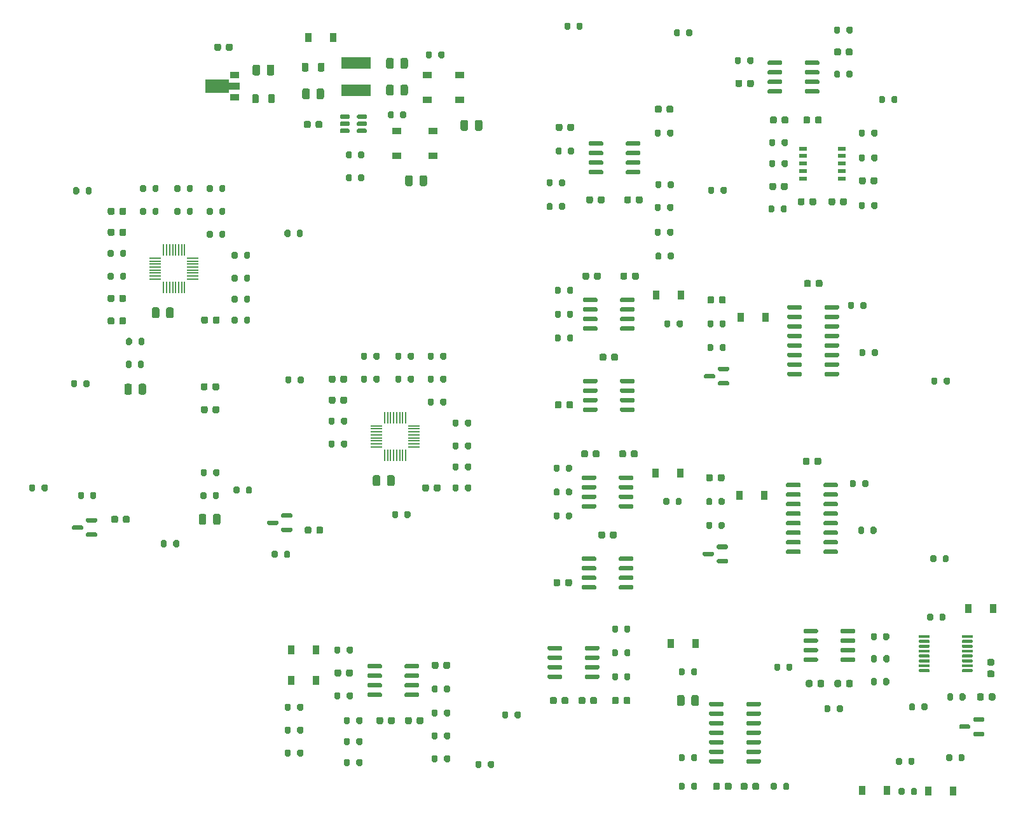
<source format=gbp>
G04 #@! TF.GenerationSoftware,KiCad,Pcbnew,6.0.5+dfsg-1~bpo11+1*
G04 #@! TF.CreationDate,2022-08-18T19:47:49+00:00*
G04 #@! TF.ProjectId,micro_pico,6d696372-6f5f-4706-9963-6f2e6b696361,0.1*
G04 #@! TF.SameCoordinates,Original*
G04 #@! TF.FileFunction,Paste,Bot*
G04 #@! TF.FilePolarity,Positive*
%FSLAX46Y46*%
G04 Gerber Fmt 4.6, Leading zero omitted, Abs format (unit mm)*
G04 Created by KiCad (PCBNEW 6.0.5+dfsg-1~bpo11+1) date 2022-08-18 19:47:49*
%MOMM*%
%LPD*%
G01*
G04 APERTURE LIST*
%ADD10R,0.900000X1.200000*%
%ADD11R,1.500000X0.200000*%
%ADD12R,0.200000X1.500000*%
%ADD13R,1.300000X0.900000*%
%ADD14R,1.200000X0.900000*%
%ADD15R,4.000000X1.500000*%
%ADD16R,1.100000X0.510000*%
G04 APERTURE END LIST*
G36*
G01*
X90928200Y-72129600D02*
X90928200Y-72679600D01*
G75*
G02*
X90728200Y-72879600I-200000J0D01*
G01*
X90328200Y-72879600D01*
G75*
G02*
X90128200Y-72679600I0J200000D01*
G01*
X90128200Y-72129600D01*
G75*
G02*
X90328200Y-71929600I200000J0D01*
G01*
X90728200Y-71929600D01*
G75*
G02*
X90928200Y-72129600I0J-200000D01*
G01*
G37*
G36*
G01*
X89278200Y-72129600D02*
X89278200Y-72679600D01*
G75*
G02*
X89078200Y-72879600I-200000J0D01*
G01*
X88678200Y-72879600D01*
G75*
G02*
X88478200Y-72679600I0J200000D01*
G01*
X88478200Y-72129600D01*
G75*
G02*
X88678200Y-71929600I200000J0D01*
G01*
X89078200Y-71929600D01*
G75*
G02*
X89278200Y-72129600I0J-200000D01*
G01*
G37*
G36*
G01*
X170770000Y-75315000D02*
X170770000Y-75815000D01*
G75*
G02*
X170545000Y-76040000I-225000J0D01*
G01*
X170095000Y-76040000D01*
G75*
G02*
X169870000Y-75815000I0J225000D01*
G01*
X169870000Y-75315000D01*
G75*
G02*
X170095000Y-75090000I225000J0D01*
G01*
X170545000Y-75090000D01*
G75*
G02*
X170770000Y-75315000I0J-225000D01*
G01*
G37*
G36*
G01*
X169220000Y-75315000D02*
X169220000Y-75815000D01*
G75*
G02*
X168995000Y-76040000I-225000J0D01*
G01*
X168545000Y-76040000D01*
G75*
G02*
X168320000Y-75815000I0J225000D01*
G01*
X168320000Y-75315000D01*
G75*
G02*
X168545000Y-75090000I225000J0D01*
G01*
X168995000Y-75090000D01*
G75*
G02*
X169220000Y-75315000I0J-225000D01*
G01*
G37*
G36*
G01*
X88478200Y-69631600D02*
X88478200Y-69081600D01*
G75*
G02*
X88678200Y-68881600I200000J0D01*
G01*
X89078200Y-68881600D01*
G75*
G02*
X89278200Y-69081600I0J-200000D01*
G01*
X89278200Y-69631600D01*
G75*
G02*
X89078200Y-69831600I-200000J0D01*
G01*
X88678200Y-69831600D01*
G75*
G02*
X88478200Y-69631600I0J200000D01*
G01*
G37*
G36*
G01*
X90128200Y-69631600D02*
X90128200Y-69081600D01*
G75*
G02*
X90328200Y-68881600I200000J0D01*
G01*
X90728200Y-68881600D01*
G75*
G02*
X90928200Y-69081600I0J-200000D01*
G01*
X90928200Y-69631600D01*
G75*
G02*
X90728200Y-69831600I-200000J0D01*
G01*
X90328200Y-69831600D01*
G75*
G02*
X90128200Y-69631600I0J200000D01*
G01*
G37*
G36*
G01*
X179025000Y-60202000D02*
X179025000Y-60702000D01*
G75*
G02*
X178800000Y-60927000I-225000J0D01*
G01*
X178350000Y-60927000D01*
G75*
G02*
X178125000Y-60702000I0J225000D01*
G01*
X178125000Y-60202000D01*
G75*
G02*
X178350000Y-59977000I225000J0D01*
G01*
X178800000Y-59977000D01*
G75*
G02*
X179025000Y-60202000I0J-225000D01*
G01*
G37*
G36*
G01*
X177475000Y-60202000D02*
X177475000Y-60702000D01*
G75*
G02*
X177250000Y-60927000I-225000J0D01*
G01*
X176800000Y-60927000D01*
G75*
G02*
X176575000Y-60702000I0J225000D01*
G01*
X176575000Y-60202000D01*
G75*
G02*
X176800000Y-59977000I225000J0D01*
G01*
X177250000Y-59977000D01*
G75*
G02*
X177475000Y-60202000I0J-225000D01*
G01*
G37*
G36*
G01*
X170770000Y-81640000D02*
X170770000Y-82190000D01*
G75*
G02*
X170570000Y-82390000I-200000J0D01*
G01*
X170170000Y-82390000D01*
G75*
G02*
X169970000Y-82190000I0J200000D01*
G01*
X169970000Y-81640000D01*
G75*
G02*
X170170000Y-81440000I200000J0D01*
G01*
X170570000Y-81440000D01*
G75*
G02*
X170770000Y-81640000I0J-200000D01*
G01*
G37*
G36*
G01*
X169120000Y-81640000D02*
X169120000Y-82190000D01*
G75*
G02*
X168920000Y-82390000I-200000J0D01*
G01*
X168520000Y-82390000D01*
G75*
G02*
X168320000Y-82190000I0J200000D01*
G01*
X168320000Y-81640000D01*
G75*
G02*
X168520000Y-81440000I200000J0D01*
G01*
X168920000Y-81440000D01*
G75*
G02*
X169120000Y-81640000I0J-200000D01*
G01*
G37*
G36*
G01*
X187661000Y-45241800D02*
X187661000Y-45791800D01*
G75*
G02*
X187461000Y-45991800I-200000J0D01*
G01*
X187061000Y-45991800D01*
G75*
G02*
X186861000Y-45791800I0J200000D01*
G01*
X186861000Y-45241800D01*
G75*
G02*
X187061000Y-45041800I200000J0D01*
G01*
X187461000Y-45041800D01*
G75*
G02*
X187661000Y-45241800I0J-200000D01*
G01*
G37*
G36*
G01*
X186011000Y-45241800D02*
X186011000Y-45791800D01*
G75*
G02*
X185811000Y-45991800I-200000J0D01*
G01*
X185411000Y-45991800D01*
G75*
G02*
X185211000Y-45791800I0J200000D01*
G01*
X185211000Y-45241800D01*
G75*
G02*
X185411000Y-45041800I200000J0D01*
G01*
X185811000Y-45041800D01*
G75*
G02*
X186011000Y-45241800I0J-200000D01*
G01*
G37*
G36*
G01*
X104136200Y-63493600D02*
X104136200Y-64043600D01*
G75*
G02*
X103936200Y-64243600I-200000J0D01*
G01*
X103536200Y-64243600D01*
G75*
G02*
X103336200Y-64043600I0J200000D01*
G01*
X103336200Y-63493600D01*
G75*
G02*
X103536200Y-63293600I200000J0D01*
G01*
X103936200Y-63293600D01*
G75*
G02*
X104136200Y-63493600I0J-200000D01*
G01*
G37*
G36*
G01*
X102486200Y-63493600D02*
X102486200Y-64043600D01*
G75*
G02*
X102286200Y-64243600I-200000J0D01*
G01*
X101886200Y-64243600D01*
G75*
G02*
X101686200Y-64043600I0J200000D01*
G01*
X101686200Y-63493600D01*
G75*
G02*
X101886200Y-63293600I200000J0D01*
G01*
X102286200Y-63293600D01*
G75*
G02*
X102486200Y-63493600I0J-200000D01*
G01*
G37*
G36*
G01*
X117049000Y-51946000D02*
X117049000Y-52446000D01*
G75*
G02*
X116824000Y-52671000I-225000J0D01*
G01*
X116374000Y-52671000D01*
G75*
G02*
X116149000Y-52446000I0J225000D01*
G01*
X116149000Y-51946000D01*
G75*
G02*
X116374000Y-51721000I225000J0D01*
G01*
X116824000Y-51721000D01*
G75*
G02*
X117049000Y-51946000I0J-225000D01*
G01*
G37*
G36*
G01*
X115499000Y-51946000D02*
X115499000Y-52446000D01*
G75*
G02*
X115274000Y-52671000I-225000J0D01*
G01*
X114824000Y-52671000D01*
G75*
G02*
X114599000Y-52446000I0J225000D01*
G01*
X114599000Y-51946000D01*
G75*
G02*
X114824000Y-51721000I225000J0D01*
G01*
X115274000Y-51721000D01*
G75*
G02*
X115499000Y-51946000I0J-225000D01*
G01*
G37*
D10*
X201014600Y-140995400D03*
X197714600Y-140995400D03*
X166750000Y-121285000D03*
X163450000Y-121285000D03*
G36*
G01*
X159200000Y-72140000D02*
X159200000Y-72640000D01*
G75*
G02*
X158975000Y-72865000I-225000J0D01*
G01*
X158525000Y-72865000D01*
G75*
G02*
X158300000Y-72640000I0J225000D01*
G01*
X158300000Y-72140000D01*
G75*
G02*
X158525000Y-71915000I225000J0D01*
G01*
X158975000Y-71915000D01*
G75*
G02*
X159200000Y-72140000I0J-225000D01*
G01*
G37*
G36*
G01*
X157650000Y-72140000D02*
X157650000Y-72640000D01*
G75*
G02*
X157425000Y-72865000I-225000J0D01*
G01*
X156975000Y-72865000D01*
G75*
G02*
X156750000Y-72640000I0J225000D01*
G01*
X156750000Y-72140000D01*
G75*
G02*
X156975000Y-71915000I225000J0D01*
G01*
X157425000Y-71915000D01*
G75*
G02*
X157650000Y-72140000I0J-225000D01*
G01*
G37*
X203048600Y-116687600D03*
X206348600Y-116687600D03*
G36*
G01*
X114585200Y-85932600D02*
X114585200Y-86482600D01*
G75*
G02*
X114385200Y-86682600I-200000J0D01*
G01*
X113985200Y-86682600D01*
G75*
G02*
X113785200Y-86482600I0J200000D01*
G01*
X113785200Y-85932600D01*
G75*
G02*
X113985200Y-85732600I200000J0D01*
G01*
X114385200Y-85732600D01*
G75*
G02*
X114585200Y-85932600I0J-200000D01*
G01*
G37*
G36*
G01*
X112935200Y-85932600D02*
X112935200Y-86482600D01*
G75*
G02*
X112735200Y-86682600I-200000J0D01*
G01*
X112335200Y-86682600D01*
G75*
G02*
X112135200Y-86482600I0J200000D01*
G01*
X112135200Y-85932600D01*
G75*
G02*
X112335200Y-85732600I200000J0D01*
G01*
X112735200Y-85732600D01*
G75*
G02*
X112935200Y-85932600I0J-200000D01*
G01*
G37*
X172746400Y-77876400D03*
X176046400Y-77876400D03*
G36*
G01*
X190963000Y-59440000D02*
X190963000Y-59940000D01*
G75*
G02*
X190738000Y-60165000I-225000J0D01*
G01*
X190288000Y-60165000D01*
G75*
G02*
X190063000Y-59940000I0J225000D01*
G01*
X190063000Y-59440000D01*
G75*
G02*
X190288000Y-59215000I225000J0D01*
G01*
X190738000Y-59215000D01*
G75*
G02*
X190963000Y-59440000I0J-225000D01*
G01*
G37*
G36*
G01*
X189413000Y-59440000D02*
X189413000Y-59940000D01*
G75*
G02*
X189188000Y-60165000I-225000J0D01*
G01*
X188738000Y-60165000D01*
G75*
G02*
X188513000Y-59940000I0J225000D01*
G01*
X188513000Y-59440000D01*
G75*
G02*
X188738000Y-59215000I225000J0D01*
G01*
X189188000Y-59215000D01*
G75*
G02*
X189413000Y-59440000I0J-225000D01*
G01*
G37*
G36*
G01*
X104988200Y-75727600D02*
X104988200Y-75177600D01*
G75*
G02*
X105188200Y-74977600I200000J0D01*
G01*
X105588200Y-74977600D01*
G75*
G02*
X105788200Y-75177600I0J-200000D01*
G01*
X105788200Y-75727600D01*
G75*
G02*
X105588200Y-75927600I-200000J0D01*
G01*
X105188200Y-75927600D01*
G75*
G02*
X104988200Y-75727600I0J200000D01*
G01*
G37*
G36*
G01*
X106638200Y-75727600D02*
X106638200Y-75177600D01*
G75*
G02*
X106838200Y-74977600I200000J0D01*
G01*
X107238200Y-74977600D01*
G75*
G02*
X107438200Y-75177600I0J-200000D01*
G01*
X107438200Y-75727600D01*
G75*
G02*
X107238200Y-75927600I-200000J0D01*
G01*
X106838200Y-75927600D01*
G75*
G02*
X106638200Y-75727600I0J200000D01*
G01*
G37*
G36*
G01*
X133559000Y-85831000D02*
X133559000Y-86381000D01*
G75*
G02*
X133359000Y-86581000I-200000J0D01*
G01*
X132959000Y-86581000D01*
G75*
G02*
X132759000Y-86381000I0J200000D01*
G01*
X132759000Y-85831000D01*
G75*
G02*
X132959000Y-85631000I200000J0D01*
G01*
X133359000Y-85631000D01*
G75*
G02*
X133559000Y-85831000I0J-200000D01*
G01*
G37*
G36*
G01*
X131909000Y-85831000D02*
X131909000Y-86381000D01*
G75*
G02*
X131709000Y-86581000I-200000J0D01*
G01*
X131309000Y-86581000D01*
G75*
G02*
X131109000Y-86381000I0J200000D01*
G01*
X131109000Y-85831000D01*
G75*
G02*
X131309000Y-85631000I200000J0D01*
G01*
X131709000Y-85631000D01*
G75*
G02*
X131909000Y-85831000I0J-200000D01*
G01*
G37*
G36*
G01*
X117901000Y-91969000D02*
X117901000Y-91419000D01*
G75*
G02*
X118101000Y-91219000I200000J0D01*
G01*
X118501000Y-91219000D01*
G75*
G02*
X118701000Y-91419000I0J-200000D01*
G01*
X118701000Y-91969000D01*
G75*
G02*
X118501000Y-92169000I-200000J0D01*
G01*
X118101000Y-92169000D01*
G75*
G02*
X117901000Y-91969000I0J200000D01*
G01*
G37*
G36*
G01*
X119551000Y-91969000D02*
X119551000Y-91419000D01*
G75*
G02*
X119751000Y-91219000I200000J0D01*
G01*
X120151000Y-91219000D01*
G75*
G02*
X120351000Y-91419000I0J-200000D01*
G01*
X120351000Y-91969000D01*
G75*
G02*
X120151000Y-92169000I-200000J0D01*
G01*
X119751000Y-92169000D01*
G75*
G02*
X119551000Y-91969000I0J200000D01*
G01*
G37*
G36*
G01*
X153625000Y-128655000D02*
X153625000Y-129155000D01*
G75*
G02*
X153400000Y-129380000I-225000J0D01*
G01*
X152950000Y-129380000D01*
G75*
G02*
X152725000Y-129155000I0J225000D01*
G01*
X152725000Y-128655000D01*
G75*
G02*
X152950000Y-128430000I225000J0D01*
G01*
X153400000Y-128430000D01*
G75*
G02*
X153625000Y-128655000I0J-225000D01*
G01*
G37*
G36*
G01*
X152075000Y-128655000D02*
X152075000Y-129155000D01*
G75*
G02*
X151850000Y-129380000I-225000J0D01*
G01*
X151400000Y-129380000D01*
G75*
G02*
X151175000Y-129155000I0J225000D01*
G01*
X151175000Y-128655000D01*
G75*
G02*
X151400000Y-128430000I225000J0D01*
G01*
X151850000Y-128430000D01*
G75*
G02*
X152075000Y-128655000I0J-225000D01*
G01*
G37*
G36*
G01*
X90912400Y-75111800D02*
X90912400Y-75611800D01*
G75*
G02*
X90687400Y-75836800I-225000J0D01*
G01*
X90237400Y-75836800D01*
G75*
G02*
X90012400Y-75611800I0J225000D01*
G01*
X90012400Y-75111800D01*
G75*
G02*
X90237400Y-74886800I225000J0D01*
G01*
X90687400Y-74886800D01*
G75*
G02*
X90912400Y-75111800I0J-225000D01*
G01*
G37*
G36*
G01*
X89362400Y-75111800D02*
X89362400Y-75611800D01*
G75*
G02*
X89137400Y-75836800I-225000J0D01*
G01*
X88687400Y-75836800D01*
G75*
G02*
X88462400Y-75611800I0J225000D01*
G01*
X88462400Y-75111800D01*
G75*
G02*
X88687400Y-74886800I225000J0D01*
G01*
X89137400Y-74886800D01*
G75*
G02*
X89362400Y-75111800I0J-225000D01*
G01*
G37*
G36*
G01*
X188513000Y-56917000D02*
X188513000Y-56367000D01*
G75*
G02*
X188713000Y-56167000I200000J0D01*
G01*
X189113000Y-56167000D01*
G75*
G02*
X189313000Y-56367000I0J-200000D01*
G01*
X189313000Y-56917000D01*
G75*
G02*
X189113000Y-57117000I-200000J0D01*
G01*
X188713000Y-57117000D01*
G75*
G02*
X188513000Y-56917000I0J200000D01*
G01*
G37*
G36*
G01*
X190163000Y-56917000D02*
X190163000Y-56367000D01*
G75*
G02*
X190363000Y-56167000I200000J0D01*
G01*
X190763000Y-56167000D01*
G75*
G02*
X190963000Y-56367000I0J-200000D01*
G01*
X190963000Y-56917000D01*
G75*
G02*
X190763000Y-57117000I-200000J0D01*
G01*
X190363000Y-57117000D01*
G75*
G02*
X190163000Y-56917000I0J200000D01*
G01*
G37*
G36*
G01*
X193630000Y-48620000D02*
X193630000Y-49170000D01*
G75*
G02*
X193430000Y-49370000I-200000J0D01*
G01*
X193030000Y-49370000D01*
G75*
G02*
X192830000Y-49170000I0J200000D01*
G01*
X192830000Y-48620000D01*
G75*
G02*
X193030000Y-48420000I200000J0D01*
G01*
X193430000Y-48420000D01*
G75*
G02*
X193630000Y-48620000I0J-200000D01*
G01*
G37*
G36*
G01*
X191980000Y-48620000D02*
X191980000Y-49170000D01*
G75*
G02*
X191780000Y-49370000I-200000J0D01*
G01*
X191380000Y-49370000D01*
G75*
G02*
X191180000Y-49170000I0J200000D01*
G01*
X191180000Y-48620000D01*
G75*
G02*
X191380000Y-48420000I200000J0D01*
G01*
X191780000Y-48420000D01*
G75*
G02*
X191980000Y-48620000I0J-200000D01*
G01*
G37*
G36*
G01*
X158644000Y-86210000D02*
X158644000Y-86510000D01*
G75*
G02*
X158494000Y-86660000I-150000J0D01*
G01*
X156844000Y-86660000D01*
G75*
G02*
X156694000Y-86510000I0J150000D01*
G01*
X156694000Y-86210000D01*
G75*
G02*
X156844000Y-86060000I150000J0D01*
G01*
X158494000Y-86060000D01*
G75*
G02*
X158644000Y-86210000I0J-150000D01*
G01*
G37*
G36*
G01*
X158644000Y-87480000D02*
X158644000Y-87780000D01*
G75*
G02*
X158494000Y-87930000I-150000J0D01*
G01*
X156844000Y-87930000D01*
G75*
G02*
X156694000Y-87780000I0J150000D01*
G01*
X156694000Y-87480000D01*
G75*
G02*
X156844000Y-87330000I150000J0D01*
G01*
X158494000Y-87330000D01*
G75*
G02*
X158644000Y-87480000I0J-150000D01*
G01*
G37*
G36*
G01*
X158644000Y-88750000D02*
X158644000Y-89050000D01*
G75*
G02*
X158494000Y-89200000I-150000J0D01*
G01*
X156844000Y-89200000D01*
G75*
G02*
X156694000Y-89050000I0J150000D01*
G01*
X156694000Y-88750000D01*
G75*
G02*
X156844000Y-88600000I150000J0D01*
G01*
X158494000Y-88600000D01*
G75*
G02*
X158644000Y-88750000I0J-150000D01*
G01*
G37*
G36*
G01*
X158644000Y-90020000D02*
X158644000Y-90320000D01*
G75*
G02*
X158494000Y-90470000I-150000J0D01*
G01*
X156844000Y-90470000D01*
G75*
G02*
X156694000Y-90320000I0J150000D01*
G01*
X156694000Y-90020000D01*
G75*
G02*
X156844000Y-89870000I150000J0D01*
G01*
X158494000Y-89870000D01*
G75*
G02*
X158644000Y-90020000I0J-150000D01*
G01*
G37*
G36*
G01*
X153694000Y-90020000D02*
X153694000Y-90320000D01*
G75*
G02*
X153544000Y-90470000I-150000J0D01*
G01*
X151894000Y-90470000D01*
G75*
G02*
X151744000Y-90320000I0J150000D01*
G01*
X151744000Y-90020000D01*
G75*
G02*
X151894000Y-89870000I150000J0D01*
G01*
X153544000Y-89870000D01*
G75*
G02*
X153694000Y-90020000I0J-150000D01*
G01*
G37*
G36*
G01*
X153694000Y-88750000D02*
X153694000Y-89050000D01*
G75*
G02*
X153544000Y-89200000I-150000J0D01*
G01*
X151894000Y-89200000D01*
G75*
G02*
X151744000Y-89050000I0J150000D01*
G01*
X151744000Y-88750000D01*
G75*
G02*
X151894000Y-88600000I150000J0D01*
G01*
X153544000Y-88600000D01*
G75*
G02*
X153694000Y-88750000I0J-150000D01*
G01*
G37*
G36*
G01*
X153694000Y-87480000D02*
X153694000Y-87780000D01*
G75*
G02*
X153544000Y-87930000I-150000J0D01*
G01*
X151894000Y-87930000D01*
G75*
G02*
X151744000Y-87780000I0J150000D01*
G01*
X151744000Y-87480000D01*
G75*
G02*
X151894000Y-87330000I150000J0D01*
G01*
X153544000Y-87330000D01*
G75*
G02*
X153694000Y-87480000I0J-150000D01*
G01*
G37*
G36*
G01*
X153694000Y-86210000D02*
X153694000Y-86510000D01*
G75*
G02*
X153544000Y-86660000I-150000J0D01*
G01*
X151894000Y-86660000D01*
G75*
G02*
X151744000Y-86510000I0J150000D01*
G01*
X151744000Y-86210000D01*
G75*
G02*
X151894000Y-86060000I150000J0D01*
G01*
X153544000Y-86060000D01*
G75*
G02*
X153694000Y-86210000I0J-150000D01*
G01*
G37*
G36*
G01*
X179025000Y-54335000D02*
X179025000Y-54885000D01*
G75*
G02*
X178825000Y-55085000I-200000J0D01*
G01*
X178425000Y-55085000D01*
G75*
G02*
X178225000Y-54885000I0J200000D01*
G01*
X178225000Y-54335000D01*
G75*
G02*
X178425000Y-54135000I200000J0D01*
G01*
X178825000Y-54135000D01*
G75*
G02*
X179025000Y-54335000I0J-200000D01*
G01*
G37*
G36*
G01*
X177375000Y-54335000D02*
X177375000Y-54885000D01*
G75*
G02*
X177175000Y-55085000I-200000J0D01*
G01*
X176775000Y-55085000D01*
G75*
G02*
X176575000Y-54885000I0J200000D01*
G01*
X176575000Y-54335000D01*
G75*
G02*
X176775000Y-54135000I200000J0D01*
G01*
X177175000Y-54135000D01*
G75*
G02*
X177375000Y-54335000I0J-200000D01*
G01*
G37*
G36*
G01*
X87069800Y-104767200D02*
X87069800Y-105067200D01*
G75*
G02*
X86919800Y-105217200I-150000J0D01*
G01*
X85744800Y-105217200D01*
G75*
G02*
X85594800Y-105067200I0J150000D01*
G01*
X85594800Y-104767200D01*
G75*
G02*
X85744800Y-104617200I150000J0D01*
G01*
X86919800Y-104617200D01*
G75*
G02*
X87069800Y-104767200I0J-150000D01*
G01*
G37*
G36*
G01*
X87069800Y-106667200D02*
X87069800Y-106967200D01*
G75*
G02*
X86919800Y-107117200I-150000J0D01*
G01*
X85744800Y-107117200D01*
G75*
G02*
X85594800Y-106967200I0J150000D01*
G01*
X85594800Y-106667200D01*
G75*
G02*
X85744800Y-106517200I150000J0D01*
G01*
X86919800Y-106517200D01*
G75*
G02*
X87069800Y-106667200I0J-150000D01*
G01*
G37*
G36*
G01*
X85194800Y-105717200D02*
X85194800Y-106017200D01*
G75*
G02*
X85044800Y-106167200I-150000J0D01*
G01*
X83869800Y-106167200D01*
G75*
G02*
X83719800Y-106017200I0J150000D01*
G01*
X83719800Y-105717200D01*
G75*
G02*
X83869800Y-105567200I150000J0D01*
G01*
X85044800Y-105567200D01*
G75*
G02*
X85194800Y-105717200I0J-150000D01*
G01*
G37*
G36*
G01*
X175215000Y-140085000D02*
X175215000Y-140585000D01*
G75*
G02*
X174990000Y-140810000I-225000J0D01*
G01*
X174540000Y-140810000D01*
G75*
G02*
X174315000Y-140585000I0J225000D01*
G01*
X174315000Y-140085000D01*
G75*
G02*
X174540000Y-139860000I225000J0D01*
G01*
X174990000Y-139860000D01*
G75*
G02*
X175215000Y-140085000I0J-225000D01*
G01*
G37*
G36*
G01*
X173665000Y-140085000D02*
X173665000Y-140585000D01*
G75*
G02*
X173440000Y-140810000I-225000J0D01*
G01*
X172990000Y-140810000D01*
G75*
G02*
X172765000Y-140585000I0J225000D01*
G01*
X172765000Y-140085000D01*
G75*
G02*
X172990000Y-139860000I225000J0D01*
G01*
X173440000Y-139860000D01*
G75*
G02*
X173665000Y-140085000I0J-225000D01*
G01*
G37*
X172582580Y-101549200D03*
X175882580Y-101549200D03*
D11*
X129246000Y-92326000D03*
X129246000Y-92726000D03*
X129246000Y-93126000D03*
X129246000Y-93526000D03*
X129246000Y-93926000D03*
X129246000Y-94326000D03*
X129246000Y-94726000D03*
X129246000Y-95126000D03*
D12*
X128146000Y-96226000D03*
X127746000Y-96226000D03*
X127346000Y-96226000D03*
X126946000Y-96226000D03*
X126546000Y-96226000D03*
X126146000Y-96226000D03*
X125746000Y-96226000D03*
X125346000Y-96226000D03*
D11*
X124246000Y-95126000D03*
X124246000Y-94726000D03*
X124246000Y-94326000D03*
X124246000Y-93926000D03*
X124246000Y-93526000D03*
X124246000Y-93126000D03*
X124246000Y-92726000D03*
X124246000Y-92326000D03*
D12*
X125346000Y-91226000D03*
X125746000Y-91226000D03*
X126146000Y-91226000D03*
X126546000Y-91226000D03*
X126946000Y-91226000D03*
X127346000Y-91226000D03*
X127746000Y-91226000D03*
X128146000Y-91226000D03*
G36*
G01*
X158070000Y-125455000D02*
X158070000Y-126005000D01*
G75*
G02*
X157870000Y-126205000I-200000J0D01*
G01*
X157470000Y-126205000D01*
G75*
G02*
X157270000Y-126005000I0J200000D01*
G01*
X157270000Y-125455000D01*
G75*
G02*
X157470000Y-125255000I200000J0D01*
G01*
X157870000Y-125255000D01*
G75*
G02*
X158070000Y-125455000I0J-200000D01*
G01*
G37*
G36*
G01*
X156420000Y-125455000D02*
X156420000Y-126005000D01*
G75*
G02*
X156220000Y-126205000I-200000J0D01*
G01*
X155820000Y-126205000D01*
G75*
G02*
X155620000Y-126005000I0J200000D01*
G01*
X155620000Y-125455000D01*
G75*
G02*
X155820000Y-125255000I200000J0D01*
G01*
X156220000Y-125255000D01*
G75*
G02*
X156420000Y-125455000I0J-200000D01*
G01*
G37*
D10*
X164681180Y-98602800D03*
X161381180Y-98602800D03*
G36*
G01*
X150286180Y-104042800D02*
X150286180Y-104592800D01*
G75*
G02*
X150086180Y-104792800I-200000J0D01*
G01*
X149686180Y-104792800D01*
G75*
G02*
X149486180Y-104592800I0J200000D01*
G01*
X149486180Y-104042800D01*
G75*
G02*
X149686180Y-103842800I200000J0D01*
G01*
X150086180Y-103842800D01*
G75*
G02*
X150286180Y-104042800I0J-200000D01*
G01*
G37*
G36*
G01*
X148636180Y-104042800D02*
X148636180Y-104592800D01*
G75*
G02*
X148436180Y-104792800I-200000J0D01*
G01*
X148036180Y-104792800D01*
G75*
G02*
X147836180Y-104592800I0J200000D01*
G01*
X147836180Y-104042800D01*
G75*
G02*
X148036180Y-103842800I200000J0D01*
G01*
X148436180Y-103842800D01*
G75*
G02*
X148636180Y-104042800I0J-200000D01*
G01*
G37*
G36*
G01*
X117274000Y-47657000D02*
X117274000Y-48607000D01*
G75*
G02*
X117024000Y-48857000I-250000J0D01*
G01*
X116524000Y-48857000D01*
G75*
G02*
X116274000Y-48607000I0J250000D01*
G01*
X116274000Y-47657000D01*
G75*
G02*
X116524000Y-47407000I250000J0D01*
G01*
X117024000Y-47407000D01*
G75*
G02*
X117274000Y-47657000I0J-250000D01*
G01*
G37*
G36*
G01*
X115374000Y-47657000D02*
X115374000Y-48607000D01*
G75*
G02*
X115124000Y-48857000I-250000J0D01*
G01*
X114624000Y-48857000D01*
G75*
G02*
X114374000Y-48607000I0J250000D01*
G01*
X114374000Y-47657000D01*
G75*
G02*
X114624000Y-47407000I250000J0D01*
G01*
X115124000Y-47407000D01*
G75*
G02*
X115374000Y-47657000I0J-250000D01*
G01*
G37*
G36*
G01*
X153945000Y-121770000D02*
X153945000Y-122070000D01*
G75*
G02*
X153795000Y-122220000I-150000J0D01*
G01*
X152145000Y-122220000D01*
G75*
G02*
X151995000Y-122070000I0J150000D01*
G01*
X151995000Y-121770000D01*
G75*
G02*
X152145000Y-121620000I150000J0D01*
G01*
X153795000Y-121620000D01*
G75*
G02*
X153945000Y-121770000I0J-150000D01*
G01*
G37*
G36*
G01*
X153945000Y-123040000D02*
X153945000Y-123340000D01*
G75*
G02*
X153795000Y-123490000I-150000J0D01*
G01*
X152145000Y-123490000D01*
G75*
G02*
X151995000Y-123340000I0J150000D01*
G01*
X151995000Y-123040000D01*
G75*
G02*
X152145000Y-122890000I150000J0D01*
G01*
X153795000Y-122890000D01*
G75*
G02*
X153945000Y-123040000I0J-150000D01*
G01*
G37*
G36*
G01*
X153945000Y-124310000D02*
X153945000Y-124610000D01*
G75*
G02*
X153795000Y-124760000I-150000J0D01*
G01*
X152145000Y-124760000D01*
G75*
G02*
X151995000Y-124610000I0J150000D01*
G01*
X151995000Y-124310000D01*
G75*
G02*
X152145000Y-124160000I150000J0D01*
G01*
X153795000Y-124160000D01*
G75*
G02*
X153945000Y-124310000I0J-150000D01*
G01*
G37*
G36*
G01*
X153945000Y-125580000D02*
X153945000Y-125880000D01*
G75*
G02*
X153795000Y-126030000I-150000J0D01*
G01*
X152145000Y-126030000D01*
G75*
G02*
X151995000Y-125880000I0J150000D01*
G01*
X151995000Y-125580000D01*
G75*
G02*
X152145000Y-125430000I150000J0D01*
G01*
X153795000Y-125430000D01*
G75*
G02*
X153945000Y-125580000I0J-150000D01*
G01*
G37*
G36*
G01*
X148995000Y-125580000D02*
X148995000Y-125880000D01*
G75*
G02*
X148845000Y-126030000I-150000J0D01*
G01*
X147195000Y-126030000D01*
G75*
G02*
X147045000Y-125880000I0J150000D01*
G01*
X147045000Y-125580000D01*
G75*
G02*
X147195000Y-125430000I150000J0D01*
G01*
X148845000Y-125430000D01*
G75*
G02*
X148995000Y-125580000I0J-150000D01*
G01*
G37*
G36*
G01*
X148995000Y-124310000D02*
X148995000Y-124610000D01*
G75*
G02*
X148845000Y-124760000I-150000J0D01*
G01*
X147195000Y-124760000D01*
G75*
G02*
X147045000Y-124610000I0J150000D01*
G01*
X147045000Y-124310000D01*
G75*
G02*
X147195000Y-124160000I150000J0D01*
G01*
X148845000Y-124160000D01*
G75*
G02*
X148995000Y-124310000I0J-150000D01*
G01*
G37*
G36*
G01*
X148995000Y-123040000D02*
X148995000Y-123340000D01*
G75*
G02*
X148845000Y-123490000I-150000J0D01*
G01*
X147195000Y-123490000D01*
G75*
G02*
X147045000Y-123340000I0J150000D01*
G01*
X147045000Y-123040000D01*
G75*
G02*
X147195000Y-122890000I150000J0D01*
G01*
X148845000Y-122890000D01*
G75*
G02*
X148995000Y-123040000I0J-150000D01*
G01*
G37*
G36*
G01*
X148995000Y-121770000D02*
X148995000Y-122070000D01*
G75*
G02*
X148845000Y-122220000I-150000J0D01*
G01*
X147195000Y-122220000D01*
G75*
G02*
X147045000Y-122070000I0J150000D01*
G01*
X147045000Y-121770000D01*
G75*
G02*
X147195000Y-121620000I150000J0D01*
G01*
X148845000Y-121620000D01*
G75*
G02*
X148995000Y-121770000I0J-150000D01*
G01*
G37*
G36*
G01*
X163785000Y-66273000D02*
X163785000Y-66823000D01*
G75*
G02*
X163585000Y-67023000I-200000J0D01*
G01*
X163185000Y-67023000D01*
G75*
G02*
X162985000Y-66823000I0J200000D01*
G01*
X162985000Y-66273000D01*
G75*
G02*
X163185000Y-66073000I200000J0D01*
G01*
X163585000Y-66073000D01*
G75*
G02*
X163785000Y-66273000I0J-200000D01*
G01*
G37*
G36*
G01*
X162135000Y-66273000D02*
X162135000Y-66823000D01*
G75*
G02*
X161935000Y-67023000I-200000J0D01*
G01*
X161535000Y-67023000D01*
G75*
G02*
X161335000Y-66823000I0J200000D01*
G01*
X161335000Y-66273000D01*
G75*
G02*
X161535000Y-66073000I200000J0D01*
G01*
X161935000Y-66073000D01*
G75*
G02*
X162135000Y-66273000I0J-200000D01*
G01*
G37*
X115190000Y-40640000D03*
X118490000Y-40640000D03*
G36*
G01*
X104988200Y-78521600D02*
X104988200Y-77971600D01*
G75*
G02*
X105188200Y-77771600I200000J0D01*
G01*
X105588200Y-77771600D01*
G75*
G02*
X105788200Y-77971600I0J-200000D01*
G01*
X105788200Y-78521600D01*
G75*
G02*
X105588200Y-78721600I-200000J0D01*
G01*
X105188200Y-78721600D01*
G75*
G02*
X104988200Y-78521600I0J200000D01*
G01*
G37*
G36*
G01*
X106638200Y-78521600D02*
X106638200Y-77971600D01*
G75*
G02*
X106838200Y-77771600I200000J0D01*
G01*
X107238200Y-77771600D01*
G75*
G02*
X107438200Y-77971600I0J-200000D01*
G01*
X107438200Y-78521600D01*
G75*
G02*
X107238200Y-78721600I-200000J0D01*
G01*
X106838200Y-78721600D01*
G75*
G02*
X106638200Y-78521600I0J200000D01*
G01*
G37*
X164845000Y-74930000D03*
X161545000Y-74930000D03*
G36*
G01*
X170606180Y-98987800D02*
X170606180Y-99487800D01*
G75*
G02*
X170381180Y-99712800I-225000J0D01*
G01*
X169931180Y-99712800D01*
G75*
G02*
X169706180Y-99487800I0J225000D01*
G01*
X169706180Y-98987800D01*
G75*
G02*
X169931180Y-98762800I225000J0D01*
G01*
X170381180Y-98762800D01*
G75*
G02*
X170606180Y-98987800I0J-225000D01*
G01*
G37*
G36*
G01*
X169056180Y-98987800D02*
X169056180Y-99487800D01*
G75*
G02*
X168831180Y-99712800I-225000J0D01*
G01*
X168381180Y-99712800D01*
G75*
G02*
X168156180Y-99487800I0J225000D01*
G01*
X168156180Y-98987800D01*
G75*
G02*
X168381180Y-98762800I225000J0D01*
G01*
X168831180Y-98762800D01*
G75*
G02*
X169056180Y-98987800I0J-225000D01*
G01*
G37*
G36*
G01*
X166960000Y-140060000D02*
X166960000Y-140610000D01*
G75*
G02*
X166760000Y-140810000I-200000J0D01*
G01*
X166360000Y-140810000D01*
G75*
G02*
X166160000Y-140610000I0J200000D01*
G01*
X166160000Y-140060000D01*
G75*
G02*
X166360000Y-139860000I200000J0D01*
G01*
X166760000Y-139860000D01*
G75*
G02*
X166960000Y-140060000I0J-200000D01*
G01*
G37*
G36*
G01*
X165310000Y-140060000D02*
X165310000Y-140610000D01*
G75*
G02*
X165110000Y-140810000I-200000J0D01*
G01*
X164710000Y-140810000D01*
G75*
G02*
X164510000Y-140610000I0J200000D01*
G01*
X164510000Y-140060000D01*
G75*
G02*
X164710000Y-139860000I200000J0D01*
G01*
X165110000Y-139860000D01*
G75*
G02*
X165310000Y-140060000I0J-200000D01*
G01*
G37*
G36*
G01*
X186899000Y-62234000D02*
X186899000Y-62734000D01*
G75*
G02*
X186674000Y-62959000I-225000J0D01*
G01*
X186224000Y-62959000D01*
G75*
G02*
X185999000Y-62734000I0J225000D01*
G01*
X185999000Y-62234000D01*
G75*
G02*
X186224000Y-62009000I225000J0D01*
G01*
X186674000Y-62009000D01*
G75*
G02*
X186899000Y-62234000I0J-225000D01*
G01*
G37*
G36*
G01*
X185349000Y-62234000D02*
X185349000Y-62734000D01*
G75*
G02*
X185124000Y-62959000I-225000J0D01*
G01*
X184674000Y-62959000D01*
G75*
G02*
X184449000Y-62734000I0J225000D01*
G01*
X184449000Y-62234000D01*
G75*
G02*
X184674000Y-62009000I225000J0D01*
G01*
X185124000Y-62009000D01*
G75*
G02*
X185349000Y-62234000I0J-225000D01*
G01*
G37*
G36*
G01*
X183915600Y-130272200D02*
X183915600Y-129722200D01*
G75*
G02*
X184115600Y-129522200I200000J0D01*
G01*
X184515600Y-129522200D01*
G75*
G02*
X184715600Y-129722200I0J-200000D01*
G01*
X184715600Y-130272200D01*
G75*
G02*
X184515600Y-130472200I-200000J0D01*
G01*
X184115600Y-130472200D01*
G75*
G02*
X183915600Y-130272200I0J200000D01*
G01*
G37*
G36*
G01*
X185565600Y-130272200D02*
X185565600Y-129722200D01*
G75*
G02*
X185765600Y-129522200I200000J0D01*
G01*
X186165600Y-129522200D01*
G75*
G02*
X186365600Y-129722200I0J-200000D01*
G01*
X186365600Y-130272200D01*
G75*
G02*
X186165600Y-130472200I-200000J0D01*
G01*
X185765600Y-130472200D01*
G75*
G02*
X185565600Y-130272200I0J200000D01*
G01*
G37*
G36*
G01*
X139909000Y-137139000D02*
X139909000Y-137689000D01*
G75*
G02*
X139709000Y-137889000I-200000J0D01*
G01*
X139309000Y-137889000D01*
G75*
G02*
X139109000Y-137689000I0J200000D01*
G01*
X139109000Y-137139000D01*
G75*
G02*
X139309000Y-136939000I200000J0D01*
G01*
X139709000Y-136939000D01*
G75*
G02*
X139909000Y-137139000I0J-200000D01*
G01*
G37*
G36*
G01*
X138259000Y-137139000D02*
X138259000Y-137689000D01*
G75*
G02*
X138059000Y-137889000I-200000J0D01*
G01*
X137659000Y-137889000D01*
G75*
G02*
X137459000Y-137689000I0J200000D01*
G01*
X137459000Y-137139000D01*
G75*
G02*
X137659000Y-136939000I200000J0D01*
G01*
X138059000Y-136939000D01*
G75*
G02*
X138259000Y-137139000I0J-200000D01*
G01*
G37*
G36*
G01*
X130511000Y-131322000D02*
X130511000Y-131822000D01*
G75*
G02*
X130286000Y-132047000I-225000J0D01*
G01*
X129836000Y-132047000D01*
G75*
G02*
X129611000Y-131822000I0J225000D01*
G01*
X129611000Y-131322000D01*
G75*
G02*
X129836000Y-131097000I225000J0D01*
G01*
X130286000Y-131097000D01*
G75*
G02*
X130511000Y-131322000I0J-225000D01*
G01*
G37*
G36*
G01*
X128961000Y-131322000D02*
X128961000Y-131822000D01*
G75*
G02*
X128736000Y-132047000I-225000J0D01*
G01*
X128286000Y-132047000D01*
G75*
G02*
X128061000Y-131822000I0J225000D01*
G01*
X128061000Y-131322000D01*
G75*
G02*
X128286000Y-131097000I225000J0D01*
G01*
X128736000Y-131097000D01*
G75*
G02*
X128961000Y-131322000I0J-225000D01*
G01*
G37*
G36*
G01*
X153805180Y-107107800D02*
X153805180Y-106607800D01*
G75*
G02*
X154030180Y-106382800I225000J0D01*
G01*
X154480180Y-106382800D01*
G75*
G02*
X154705180Y-106607800I0J-225000D01*
G01*
X154705180Y-107107800D01*
G75*
G02*
X154480180Y-107332800I-225000J0D01*
G01*
X154030180Y-107332800D01*
G75*
G02*
X153805180Y-107107800I0J225000D01*
G01*
G37*
G36*
G01*
X155355180Y-107107800D02*
X155355180Y-106607800D01*
G75*
G02*
X155580180Y-106382800I225000J0D01*
G01*
X156030180Y-106382800D01*
G75*
G02*
X156255180Y-106607800I0J-225000D01*
G01*
X156255180Y-107107800D01*
G75*
G02*
X156030180Y-107332800I-225000J0D01*
G01*
X155580180Y-107332800D01*
G75*
G02*
X155355180Y-107107800I0J225000D01*
G01*
G37*
G36*
G01*
X187661000Y-42295000D02*
X187661000Y-42795000D01*
G75*
G02*
X187436000Y-43020000I-225000J0D01*
G01*
X186986000Y-43020000D01*
G75*
G02*
X186761000Y-42795000I0J225000D01*
G01*
X186761000Y-42295000D01*
G75*
G02*
X186986000Y-42070000I225000J0D01*
G01*
X187436000Y-42070000D01*
G75*
G02*
X187661000Y-42295000I0J-225000D01*
G01*
G37*
G36*
G01*
X186111000Y-42295000D02*
X186111000Y-42795000D01*
G75*
G02*
X185886000Y-43020000I-225000J0D01*
G01*
X185436000Y-43020000D01*
G75*
G02*
X185211000Y-42795000I0J225000D01*
G01*
X185211000Y-42295000D01*
G75*
G02*
X185436000Y-42070000I225000J0D01*
G01*
X185886000Y-42070000D01*
G75*
G02*
X186111000Y-42295000I0J-225000D01*
G01*
G37*
G36*
G01*
X86950000Y-101325000D02*
X86950000Y-101875000D01*
G75*
G02*
X86750000Y-102075000I-200000J0D01*
G01*
X86350000Y-102075000D01*
G75*
G02*
X86150000Y-101875000I0J200000D01*
G01*
X86150000Y-101325000D01*
G75*
G02*
X86350000Y-101125000I200000J0D01*
G01*
X86750000Y-101125000D01*
G75*
G02*
X86950000Y-101325000I0J-200000D01*
G01*
G37*
G36*
G01*
X85300000Y-101325000D02*
X85300000Y-101875000D01*
G75*
G02*
X85100000Y-102075000I-200000J0D01*
G01*
X84700000Y-102075000D01*
G75*
G02*
X84500000Y-101875000I0J200000D01*
G01*
X84500000Y-101325000D01*
G75*
G02*
X84700000Y-101125000I200000J0D01*
G01*
X85100000Y-101125000D01*
G75*
G02*
X85300000Y-101325000I0J-200000D01*
G01*
G37*
G36*
G01*
X153969000Y-83435000D02*
X153969000Y-82935000D01*
G75*
G02*
X154194000Y-82710000I225000J0D01*
G01*
X154644000Y-82710000D01*
G75*
G02*
X154869000Y-82935000I0J-225000D01*
G01*
X154869000Y-83435000D01*
G75*
G02*
X154644000Y-83660000I-225000J0D01*
G01*
X154194000Y-83660000D01*
G75*
G02*
X153969000Y-83435000I0J225000D01*
G01*
G37*
G36*
G01*
X155519000Y-83435000D02*
X155519000Y-82935000D01*
G75*
G02*
X155744000Y-82710000I225000J0D01*
G01*
X156194000Y-82710000D01*
G75*
G02*
X156419000Y-82935000I0J-225000D01*
G01*
X156419000Y-83435000D01*
G75*
G02*
X156194000Y-83660000I-225000J0D01*
G01*
X155744000Y-83660000D01*
G75*
G02*
X155519000Y-83435000I0J225000D01*
G01*
G37*
D13*
X105396000Y-45591600D03*
G36*
X101446000Y-46225100D02*
G01*
X104571000Y-46225100D01*
X104571000Y-46641600D01*
X106046000Y-46641600D01*
X106046000Y-47541600D01*
X104571000Y-47541600D01*
X104571000Y-47958100D01*
X101446000Y-47958100D01*
X101446000Y-46225100D01*
G37*
X105396000Y-48591600D03*
G36*
G01*
X103270000Y-101325000D02*
X103270000Y-101875000D01*
G75*
G02*
X103070000Y-102075000I-200000J0D01*
G01*
X102670000Y-102075000D01*
G75*
G02*
X102470000Y-101875000I0J200000D01*
G01*
X102470000Y-101325000D01*
G75*
G02*
X102670000Y-101125000I200000J0D01*
G01*
X103070000Y-101125000D01*
G75*
G02*
X103270000Y-101325000I0J-200000D01*
G01*
G37*
G36*
G01*
X101620000Y-101325000D02*
X101620000Y-101875000D01*
G75*
G02*
X101420000Y-102075000I-200000J0D01*
G01*
X101020000Y-102075000D01*
G75*
G02*
X100820000Y-101875000I0J200000D01*
G01*
X100820000Y-101325000D01*
G75*
G02*
X101020000Y-101125000I200000J0D01*
G01*
X101420000Y-101125000D01*
G75*
G02*
X101620000Y-101325000I0J-200000D01*
G01*
G37*
G36*
G01*
X114509000Y-135615000D02*
X114509000Y-136165000D01*
G75*
G02*
X114309000Y-136365000I-200000J0D01*
G01*
X113909000Y-136365000D01*
G75*
G02*
X113709000Y-136165000I0J200000D01*
G01*
X113709000Y-135615000D01*
G75*
G02*
X113909000Y-135415000I200000J0D01*
G01*
X114309000Y-135415000D01*
G75*
G02*
X114509000Y-135615000I0J-200000D01*
G01*
G37*
G36*
G01*
X112859000Y-135615000D02*
X112859000Y-136165000D01*
G75*
G02*
X112659000Y-136365000I-200000J0D01*
G01*
X112259000Y-136365000D01*
G75*
G02*
X112059000Y-136165000I0J200000D01*
G01*
X112059000Y-135615000D01*
G75*
G02*
X112259000Y-135415000I200000J0D01*
G01*
X112659000Y-135415000D01*
G75*
G02*
X112859000Y-135615000I0J-200000D01*
G01*
G37*
G36*
G01*
X179113600Y-51362800D02*
X179113600Y-51862800D01*
G75*
G02*
X178888600Y-52087800I-225000J0D01*
G01*
X178438600Y-52087800D01*
G75*
G02*
X178213600Y-51862800I0J225000D01*
G01*
X178213600Y-51362800D01*
G75*
G02*
X178438600Y-51137800I225000J0D01*
G01*
X178888600Y-51137800D01*
G75*
G02*
X179113600Y-51362800I0J-225000D01*
G01*
G37*
G36*
G01*
X177563600Y-51362800D02*
X177563600Y-51862800D01*
G75*
G02*
X177338600Y-52087800I-225000J0D01*
G01*
X176888600Y-52087800D01*
G75*
G02*
X176663600Y-51862800I0J225000D01*
G01*
X176663600Y-51362800D01*
G75*
G02*
X176888600Y-51137800I225000J0D01*
G01*
X177338600Y-51137800D01*
G75*
G02*
X177563600Y-51362800I0J-225000D01*
G01*
G37*
G36*
G01*
X167185000Y-128430000D02*
X167185000Y-129380000D01*
G75*
G02*
X166935000Y-129630000I-250000J0D01*
G01*
X166435000Y-129630000D01*
G75*
G02*
X166185000Y-129380000I0J250000D01*
G01*
X166185000Y-128430000D01*
G75*
G02*
X166435000Y-128180000I250000J0D01*
G01*
X166935000Y-128180000D01*
G75*
G02*
X167185000Y-128430000I0J-250000D01*
G01*
G37*
G36*
G01*
X165285000Y-128430000D02*
X165285000Y-129380000D01*
G75*
G02*
X165035000Y-129630000I-250000J0D01*
G01*
X164535000Y-129630000D01*
G75*
G02*
X164285000Y-129380000I0J250000D01*
G01*
X164285000Y-128430000D01*
G75*
G02*
X164535000Y-128180000I250000J0D01*
G01*
X165035000Y-128180000D01*
G75*
G02*
X165285000Y-128430000I0J-250000D01*
G01*
G37*
G36*
G01*
X198165000Y-86635000D02*
X198165000Y-86085000D01*
G75*
G02*
X198365000Y-85885000I200000J0D01*
G01*
X198765000Y-85885000D01*
G75*
G02*
X198965000Y-86085000I0J-200000D01*
G01*
X198965000Y-86635000D01*
G75*
G02*
X198765000Y-86835000I-200000J0D01*
G01*
X198365000Y-86835000D01*
G75*
G02*
X198165000Y-86635000I0J200000D01*
G01*
G37*
G36*
G01*
X199815000Y-86635000D02*
X199815000Y-86085000D01*
G75*
G02*
X200015000Y-85885000I200000J0D01*
G01*
X200415000Y-85885000D01*
G75*
G02*
X200615000Y-86085000I0J-200000D01*
G01*
X200615000Y-86635000D01*
G75*
G02*
X200415000Y-86835000I-200000J0D01*
G01*
X200015000Y-86835000D01*
G75*
G02*
X199815000Y-86635000I0J200000D01*
G01*
G37*
G36*
G01*
X107689600Y-100613800D02*
X107689600Y-101163800D01*
G75*
G02*
X107489600Y-101363800I-200000J0D01*
G01*
X107089600Y-101363800D01*
G75*
G02*
X106889600Y-101163800I0J200000D01*
G01*
X106889600Y-100613800D01*
G75*
G02*
X107089600Y-100413800I200000J0D01*
G01*
X107489600Y-100413800D01*
G75*
G02*
X107689600Y-100613800I0J-200000D01*
G01*
G37*
G36*
G01*
X106039600Y-100613800D02*
X106039600Y-101163800D01*
G75*
G02*
X105839600Y-101363800I-200000J0D01*
G01*
X105439600Y-101363800D01*
G75*
G02*
X105239600Y-101163800I0J200000D01*
G01*
X105239600Y-100613800D01*
G75*
G02*
X105439600Y-100413800I200000J0D01*
G01*
X105839600Y-100413800D01*
G75*
G02*
X106039600Y-100613800I0J-200000D01*
G01*
G37*
G36*
G01*
X150450000Y-80370000D02*
X150450000Y-80920000D01*
G75*
G02*
X150250000Y-81120000I-200000J0D01*
G01*
X149850000Y-81120000D01*
G75*
G02*
X149650000Y-80920000I0J200000D01*
G01*
X149650000Y-80370000D01*
G75*
G02*
X149850000Y-80170000I200000J0D01*
G01*
X150250000Y-80170000D01*
G75*
G02*
X150450000Y-80370000I0J-200000D01*
G01*
G37*
G36*
G01*
X148800000Y-80370000D02*
X148800000Y-80920000D01*
G75*
G02*
X148600000Y-81120000I-200000J0D01*
G01*
X148200000Y-81120000D01*
G75*
G02*
X148000000Y-80920000I0J200000D01*
G01*
X148000000Y-80370000D01*
G75*
G02*
X148200000Y-80170000I200000J0D01*
G01*
X148600000Y-80170000D01*
G75*
G02*
X148800000Y-80370000I0J-200000D01*
G01*
G37*
G36*
G01*
X112059000Y-133117000D02*
X112059000Y-132567000D01*
G75*
G02*
X112259000Y-132367000I200000J0D01*
G01*
X112659000Y-132367000D01*
G75*
G02*
X112859000Y-132567000I0J-200000D01*
G01*
X112859000Y-133117000D01*
G75*
G02*
X112659000Y-133317000I-200000J0D01*
G01*
X112259000Y-133317000D01*
G75*
G02*
X112059000Y-133117000I0J200000D01*
G01*
G37*
G36*
G01*
X113709000Y-133117000D02*
X113709000Y-132567000D01*
G75*
G02*
X113909000Y-132367000I200000J0D01*
G01*
X114309000Y-132367000D01*
G75*
G02*
X114509000Y-132567000I0J-200000D01*
G01*
X114509000Y-133117000D01*
G75*
G02*
X114309000Y-133317000I-200000J0D01*
G01*
X113909000Y-133317000D01*
G75*
G02*
X113709000Y-133117000I0J200000D01*
G01*
G37*
G36*
G01*
X126701000Y-131322000D02*
X126701000Y-131822000D01*
G75*
G02*
X126476000Y-132047000I-225000J0D01*
G01*
X126026000Y-132047000D01*
G75*
G02*
X125801000Y-131822000I0J225000D01*
G01*
X125801000Y-131322000D01*
G75*
G02*
X126026000Y-131097000I225000J0D01*
G01*
X126476000Y-131097000D01*
G75*
G02*
X126701000Y-131322000I0J-225000D01*
G01*
G37*
G36*
G01*
X125151000Y-131322000D02*
X125151000Y-131822000D01*
G75*
G02*
X124926000Y-132047000I-225000J0D01*
G01*
X124476000Y-132047000D01*
G75*
G02*
X124251000Y-131822000I0J225000D01*
G01*
X124251000Y-131322000D01*
G75*
G02*
X124476000Y-131097000I225000J0D01*
G01*
X124926000Y-131097000D01*
G75*
G02*
X125151000Y-131322000I0J-225000D01*
G01*
G37*
G36*
G01*
X176575000Y-57679000D02*
X176575000Y-57129000D01*
G75*
G02*
X176775000Y-56929000I200000J0D01*
G01*
X177175000Y-56929000D01*
G75*
G02*
X177375000Y-57129000I0J-200000D01*
G01*
X177375000Y-57679000D01*
G75*
G02*
X177175000Y-57879000I-200000J0D01*
G01*
X176775000Y-57879000D01*
G75*
G02*
X176575000Y-57679000I0J200000D01*
G01*
G37*
G36*
G01*
X178225000Y-57679000D02*
X178225000Y-57129000D01*
G75*
G02*
X178425000Y-56929000I200000J0D01*
G01*
X178825000Y-56929000D01*
G75*
G02*
X179025000Y-57129000I0J-200000D01*
G01*
X179025000Y-57679000D01*
G75*
G02*
X178825000Y-57879000I-200000J0D01*
G01*
X178425000Y-57879000D01*
G75*
G02*
X178225000Y-57679000I0J200000D01*
G01*
G37*
G36*
G01*
X188399980Y-106523200D02*
X188399980Y-105973200D01*
G75*
G02*
X188599980Y-105773200I200000J0D01*
G01*
X188999980Y-105773200D01*
G75*
G02*
X189199980Y-105973200I0J-200000D01*
G01*
X189199980Y-106523200D01*
G75*
G02*
X188999980Y-106723200I-200000J0D01*
G01*
X188599980Y-106723200D01*
G75*
G02*
X188399980Y-106523200I0J200000D01*
G01*
G37*
G36*
G01*
X190049980Y-106523200D02*
X190049980Y-105973200D01*
G75*
G02*
X190249980Y-105773200I200000J0D01*
G01*
X190649980Y-105773200D01*
G75*
G02*
X190849980Y-105973200I0J-200000D01*
G01*
X190849980Y-106523200D01*
G75*
G02*
X190649980Y-106723200I-200000J0D01*
G01*
X190249980Y-106723200D01*
G75*
G02*
X190049980Y-106523200I0J200000D01*
G01*
G37*
G36*
G01*
X190087800Y-126665400D02*
X190087800Y-126115400D01*
G75*
G02*
X190287800Y-125915400I200000J0D01*
G01*
X190687800Y-125915400D01*
G75*
G02*
X190887800Y-126115400I0J-200000D01*
G01*
X190887800Y-126665400D01*
G75*
G02*
X190687800Y-126865400I-200000J0D01*
G01*
X190287800Y-126865400D01*
G75*
G02*
X190087800Y-126665400I0J200000D01*
G01*
G37*
G36*
G01*
X191737800Y-126665400D02*
X191737800Y-126115400D01*
G75*
G02*
X191937800Y-125915400I200000J0D01*
G01*
X192337800Y-125915400D01*
G75*
G02*
X192537800Y-126115400I0J-200000D01*
G01*
X192537800Y-126665400D01*
G75*
G02*
X192337800Y-126865400I-200000J0D01*
G01*
X191937800Y-126865400D01*
G75*
G02*
X191737800Y-126665400I0J200000D01*
G01*
G37*
G36*
G01*
X114324000Y-44957250D02*
X114324000Y-44194750D01*
G75*
G02*
X114542750Y-43976000I218750J0D01*
G01*
X114980250Y-43976000D01*
G75*
G02*
X115199000Y-44194750I0J-218750D01*
G01*
X115199000Y-44957250D01*
G75*
G02*
X114980250Y-45176000I-218750J0D01*
G01*
X114542750Y-45176000D01*
G75*
G02*
X114324000Y-44957250I0J218750D01*
G01*
G37*
G36*
G01*
X116449000Y-44957250D02*
X116449000Y-44194750D01*
G75*
G02*
X116667750Y-43976000I218750J0D01*
G01*
X117105250Y-43976000D01*
G75*
G02*
X117324000Y-44194750I0J-218750D01*
G01*
X117324000Y-44957250D01*
G75*
G02*
X117105250Y-45176000I-218750J0D01*
G01*
X116667750Y-45176000D01*
G75*
G02*
X116449000Y-44957250I0J218750D01*
G01*
G37*
G36*
G01*
X97249200Y-76806400D02*
X97249200Y-77756400D01*
G75*
G02*
X96999200Y-78006400I-250000J0D01*
G01*
X96499200Y-78006400D01*
G75*
G02*
X96249200Y-77756400I0J250000D01*
G01*
X96249200Y-76806400D01*
G75*
G02*
X96499200Y-76556400I250000J0D01*
G01*
X96999200Y-76556400D01*
G75*
G02*
X97249200Y-76806400I0J-250000D01*
G01*
G37*
G36*
G01*
X95349200Y-76806400D02*
X95349200Y-77756400D01*
G75*
G02*
X95099200Y-78006400I-250000J0D01*
G01*
X94599200Y-78006400D01*
G75*
G02*
X94349200Y-77756400I0J250000D01*
G01*
X94349200Y-76806400D01*
G75*
G02*
X94599200Y-76556400I250000J0D01*
G01*
X95099200Y-76556400D01*
G75*
G02*
X95349200Y-76806400I0J-250000D01*
G01*
G37*
G36*
G01*
X121113000Y-127995000D02*
X121113000Y-128545000D01*
G75*
G02*
X120913000Y-128745000I-200000J0D01*
G01*
X120513000Y-128745000D01*
G75*
G02*
X120313000Y-128545000I0J200000D01*
G01*
X120313000Y-127995000D01*
G75*
G02*
X120513000Y-127795000I200000J0D01*
G01*
X120913000Y-127795000D01*
G75*
G02*
X121113000Y-127995000I0J-200000D01*
G01*
G37*
G36*
G01*
X119463000Y-127995000D02*
X119463000Y-128545000D01*
G75*
G02*
X119263000Y-128745000I-200000J0D01*
G01*
X118863000Y-128745000D01*
G75*
G02*
X118663000Y-128545000I0J200000D01*
G01*
X118663000Y-127995000D01*
G75*
G02*
X118863000Y-127795000I200000J0D01*
G01*
X119263000Y-127795000D01*
G75*
G02*
X119463000Y-127995000I0J-200000D01*
G01*
G37*
G36*
G01*
X158644000Y-75415000D02*
X158644000Y-75715000D01*
G75*
G02*
X158494000Y-75865000I-150000J0D01*
G01*
X156844000Y-75865000D01*
G75*
G02*
X156694000Y-75715000I0J150000D01*
G01*
X156694000Y-75415000D01*
G75*
G02*
X156844000Y-75265000I150000J0D01*
G01*
X158494000Y-75265000D01*
G75*
G02*
X158644000Y-75415000I0J-150000D01*
G01*
G37*
G36*
G01*
X158644000Y-76685000D02*
X158644000Y-76985000D01*
G75*
G02*
X158494000Y-77135000I-150000J0D01*
G01*
X156844000Y-77135000D01*
G75*
G02*
X156694000Y-76985000I0J150000D01*
G01*
X156694000Y-76685000D01*
G75*
G02*
X156844000Y-76535000I150000J0D01*
G01*
X158494000Y-76535000D01*
G75*
G02*
X158644000Y-76685000I0J-150000D01*
G01*
G37*
G36*
G01*
X158644000Y-77955000D02*
X158644000Y-78255000D01*
G75*
G02*
X158494000Y-78405000I-150000J0D01*
G01*
X156844000Y-78405000D01*
G75*
G02*
X156694000Y-78255000I0J150000D01*
G01*
X156694000Y-77955000D01*
G75*
G02*
X156844000Y-77805000I150000J0D01*
G01*
X158494000Y-77805000D01*
G75*
G02*
X158644000Y-77955000I0J-150000D01*
G01*
G37*
G36*
G01*
X158644000Y-79225000D02*
X158644000Y-79525000D01*
G75*
G02*
X158494000Y-79675000I-150000J0D01*
G01*
X156844000Y-79675000D01*
G75*
G02*
X156694000Y-79525000I0J150000D01*
G01*
X156694000Y-79225000D01*
G75*
G02*
X156844000Y-79075000I150000J0D01*
G01*
X158494000Y-79075000D01*
G75*
G02*
X158644000Y-79225000I0J-150000D01*
G01*
G37*
G36*
G01*
X153694000Y-79225000D02*
X153694000Y-79525000D01*
G75*
G02*
X153544000Y-79675000I-150000J0D01*
G01*
X151894000Y-79675000D01*
G75*
G02*
X151744000Y-79525000I0J150000D01*
G01*
X151744000Y-79225000D01*
G75*
G02*
X151894000Y-79075000I150000J0D01*
G01*
X153544000Y-79075000D01*
G75*
G02*
X153694000Y-79225000I0J-150000D01*
G01*
G37*
G36*
G01*
X153694000Y-77955000D02*
X153694000Y-78255000D01*
G75*
G02*
X153544000Y-78405000I-150000J0D01*
G01*
X151894000Y-78405000D01*
G75*
G02*
X151744000Y-78255000I0J150000D01*
G01*
X151744000Y-77955000D01*
G75*
G02*
X151894000Y-77805000I150000J0D01*
G01*
X153544000Y-77805000D01*
G75*
G02*
X153694000Y-77955000I0J-150000D01*
G01*
G37*
G36*
G01*
X153694000Y-76685000D02*
X153694000Y-76985000D01*
G75*
G02*
X153544000Y-77135000I-150000J0D01*
G01*
X151894000Y-77135000D01*
G75*
G02*
X151744000Y-76985000I0J150000D01*
G01*
X151744000Y-76685000D01*
G75*
G02*
X151894000Y-76535000I150000J0D01*
G01*
X153544000Y-76535000D01*
G75*
G02*
X153694000Y-76685000I0J-150000D01*
G01*
G37*
G36*
G01*
X153694000Y-75415000D02*
X153694000Y-75715000D01*
G75*
G02*
X153544000Y-75865000I-150000J0D01*
G01*
X151894000Y-75865000D01*
G75*
G02*
X151744000Y-75715000I0J150000D01*
G01*
X151744000Y-75415000D01*
G75*
G02*
X151894000Y-75265000I150000J0D01*
G01*
X153544000Y-75265000D01*
G75*
G02*
X153694000Y-75415000I0J-150000D01*
G01*
G37*
G36*
G01*
X150577000Y-55478000D02*
X150577000Y-56028000D01*
G75*
G02*
X150377000Y-56228000I-200000J0D01*
G01*
X149977000Y-56228000D01*
G75*
G02*
X149777000Y-56028000I0J200000D01*
G01*
X149777000Y-55478000D01*
G75*
G02*
X149977000Y-55278000I200000J0D01*
G01*
X150377000Y-55278000D01*
G75*
G02*
X150577000Y-55478000I0J-200000D01*
G01*
G37*
G36*
G01*
X148927000Y-55478000D02*
X148927000Y-56028000D01*
G75*
G02*
X148727000Y-56228000I-200000J0D01*
G01*
X148327000Y-56228000D01*
G75*
G02*
X148127000Y-56028000I0J200000D01*
G01*
X148127000Y-55478000D01*
G75*
G02*
X148327000Y-55278000I200000J0D01*
G01*
X148727000Y-55278000D01*
G75*
G02*
X148927000Y-55478000I0J-200000D01*
G01*
G37*
G36*
G01*
X155620000Y-122830000D02*
X155620000Y-122280000D01*
G75*
G02*
X155820000Y-122080000I200000J0D01*
G01*
X156220000Y-122080000D01*
G75*
G02*
X156420000Y-122280000I0J-200000D01*
G01*
X156420000Y-122830000D01*
G75*
G02*
X156220000Y-123030000I-200000J0D01*
G01*
X155820000Y-123030000D01*
G75*
G02*
X155620000Y-122830000I0J200000D01*
G01*
G37*
G36*
G01*
X157270000Y-122830000D02*
X157270000Y-122280000D01*
G75*
G02*
X157470000Y-122080000I200000J0D01*
G01*
X157870000Y-122080000D01*
G75*
G02*
X158070000Y-122280000I0J-200000D01*
G01*
X158070000Y-122830000D01*
G75*
G02*
X157870000Y-123030000I-200000J0D01*
G01*
X157470000Y-123030000D01*
G75*
G02*
X157270000Y-122830000I0J200000D01*
G01*
G37*
G36*
G01*
X181033980Y-97303400D02*
X181033980Y-96803400D01*
G75*
G02*
X181258980Y-96578400I225000J0D01*
G01*
X181708980Y-96578400D01*
G75*
G02*
X181933980Y-96803400I0J-225000D01*
G01*
X181933980Y-97303400D01*
G75*
G02*
X181708980Y-97528400I-225000J0D01*
G01*
X181258980Y-97528400D01*
G75*
G02*
X181033980Y-97303400I0J225000D01*
G01*
G37*
G36*
G01*
X182583980Y-97303400D02*
X182583980Y-96803400D01*
G75*
G02*
X182808980Y-96578400I225000J0D01*
G01*
X183258980Y-96578400D01*
G75*
G02*
X183483980Y-96803400I0J-225000D01*
G01*
X183483980Y-97303400D01*
G75*
G02*
X183258980Y-97528400I-225000J0D01*
G01*
X182808980Y-97528400D01*
G75*
G02*
X182583980Y-97303400I0J225000D01*
G01*
G37*
G36*
G01*
X125550000Y-44543000D02*
X125550000Y-43593000D01*
G75*
G02*
X125800000Y-43343000I250000J0D01*
G01*
X126300000Y-43343000D01*
G75*
G02*
X126550000Y-43593000I0J-250000D01*
G01*
X126550000Y-44543000D01*
G75*
G02*
X126300000Y-44793000I-250000J0D01*
G01*
X125800000Y-44793000D01*
G75*
G02*
X125550000Y-44543000I0J250000D01*
G01*
G37*
G36*
G01*
X127450000Y-44543000D02*
X127450000Y-43593000D01*
G75*
G02*
X127700000Y-43343000I250000J0D01*
G01*
X128200000Y-43343000D01*
G75*
G02*
X128450000Y-43593000I0J-250000D01*
G01*
X128450000Y-44543000D01*
G75*
G02*
X128200000Y-44793000I-250000J0D01*
G01*
X127700000Y-44793000D01*
G75*
G02*
X127450000Y-44543000I0J250000D01*
G01*
G37*
G36*
G01*
X163785000Y-62971000D02*
X163785000Y-63521000D01*
G75*
G02*
X163585000Y-63721000I-200000J0D01*
G01*
X163185000Y-63721000D01*
G75*
G02*
X162985000Y-63521000I0J200000D01*
G01*
X162985000Y-62971000D01*
G75*
G02*
X163185000Y-62771000I200000J0D01*
G01*
X163585000Y-62771000D01*
G75*
G02*
X163785000Y-62971000I0J-200000D01*
G01*
G37*
G36*
G01*
X162135000Y-62971000D02*
X162135000Y-63521000D01*
G75*
G02*
X161935000Y-63721000I-200000J0D01*
G01*
X161535000Y-63721000D01*
G75*
G02*
X161335000Y-63521000I0J200000D01*
G01*
X161335000Y-62971000D01*
G75*
G02*
X161535000Y-62771000I200000J0D01*
G01*
X161935000Y-62771000D01*
G75*
G02*
X162135000Y-62971000I0J-200000D01*
G01*
G37*
G36*
G01*
X188513000Y-53615000D02*
X188513000Y-53065000D01*
G75*
G02*
X188713000Y-52865000I200000J0D01*
G01*
X189113000Y-52865000D01*
G75*
G02*
X189313000Y-53065000I0J-200000D01*
G01*
X189313000Y-53615000D01*
G75*
G02*
X189113000Y-53815000I-200000J0D01*
G01*
X188713000Y-53815000D01*
G75*
G02*
X188513000Y-53615000I0J200000D01*
G01*
G37*
G36*
G01*
X190163000Y-53615000D02*
X190163000Y-53065000D01*
G75*
G02*
X190363000Y-52865000I200000J0D01*
G01*
X190763000Y-52865000D01*
G75*
G02*
X190963000Y-53065000I0J-200000D01*
G01*
X190963000Y-53615000D01*
G75*
G02*
X190763000Y-53815000I-200000J0D01*
G01*
X190363000Y-53815000D01*
G75*
G02*
X190163000Y-53615000I0J200000D01*
G01*
G37*
G36*
G01*
X203675800Y-120281600D02*
X203675800Y-120481600D01*
G75*
G02*
X203575800Y-120581600I-100000J0D01*
G01*
X202300800Y-120581600D01*
G75*
G02*
X202200800Y-120481600I0J100000D01*
G01*
X202200800Y-120281600D01*
G75*
G02*
X202300800Y-120181600I100000J0D01*
G01*
X203575800Y-120181600D01*
G75*
G02*
X203675800Y-120281600I0J-100000D01*
G01*
G37*
G36*
G01*
X203675800Y-120931600D02*
X203675800Y-121131600D01*
G75*
G02*
X203575800Y-121231600I-100000J0D01*
G01*
X202300800Y-121231600D01*
G75*
G02*
X202200800Y-121131600I0J100000D01*
G01*
X202200800Y-120931600D01*
G75*
G02*
X202300800Y-120831600I100000J0D01*
G01*
X203575800Y-120831600D01*
G75*
G02*
X203675800Y-120931600I0J-100000D01*
G01*
G37*
G36*
G01*
X203675800Y-121581600D02*
X203675800Y-121781600D01*
G75*
G02*
X203575800Y-121881600I-100000J0D01*
G01*
X202300800Y-121881600D01*
G75*
G02*
X202200800Y-121781600I0J100000D01*
G01*
X202200800Y-121581600D01*
G75*
G02*
X202300800Y-121481600I100000J0D01*
G01*
X203575800Y-121481600D01*
G75*
G02*
X203675800Y-121581600I0J-100000D01*
G01*
G37*
G36*
G01*
X203675800Y-122231600D02*
X203675800Y-122431600D01*
G75*
G02*
X203575800Y-122531600I-100000J0D01*
G01*
X202300800Y-122531600D01*
G75*
G02*
X202200800Y-122431600I0J100000D01*
G01*
X202200800Y-122231600D01*
G75*
G02*
X202300800Y-122131600I100000J0D01*
G01*
X203575800Y-122131600D01*
G75*
G02*
X203675800Y-122231600I0J-100000D01*
G01*
G37*
G36*
G01*
X203675800Y-122881600D02*
X203675800Y-123081600D01*
G75*
G02*
X203575800Y-123181600I-100000J0D01*
G01*
X202300800Y-123181600D01*
G75*
G02*
X202200800Y-123081600I0J100000D01*
G01*
X202200800Y-122881600D01*
G75*
G02*
X202300800Y-122781600I100000J0D01*
G01*
X203575800Y-122781600D01*
G75*
G02*
X203675800Y-122881600I0J-100000D01*
G01*
G37*
G36*
G01*
X203675800Y-123531600D02*
X203675800Y-123731600D01*
G75*
G02*
X203575800Y-123831600I-100000J0D01*
G01*
X202300800Y-123831600D01*
G75*
G02*
X202200800Y-123731600I0J100000D01*
G01*
X202200800Y-123531600D01*
G75*
G02*
X202300800Y-123431600I100000J0D01*
G01*
X203575800Y-123431600D01*
G75*
G02*
X203675800Y-123531600I0J-100000D01*
G01*
G37*
G36*
G01*
X203675800Y-124181600D02*
X203675800Y-124381600D01*
G75*
G02*
X203575800Y-124481600I-100000J0D01*
G01*
X202300800Y-124481600D01*
G75*
G02*
X202200800Y-124381600I0J100000D01*
G01*
X202200800Y-124181600D01*
G75*
G02*
X202300800Y-124081600I100000J0D01*
G01*
X203575800Y-124081600D01*
G75*
G02*
X203675800Y-124181600I0J-100000D01*
G01*
G37*
G36*
G01*
X203675800Y-124831600D02*
X203675800Y-125031600D01*
G75*
G02*
X203575800Y-125131600I-100000J0D01*
G01*
X202300800Y-125131600D01*
G75*
G02*
X202200800Y-125031600I0J100000D01*
G01*
X202200800Y-124831600D01*
G75*
G02*
X202300800Y-124731600I100000J0D01*
G01*
X203575800Y-124731600D01*
G75*
G02*
X203675800Y-124831600I0J-100000D01*
G01*
G37*
G36*
G01*
X197950800Y-124831600D02*
X197950800Y-125031600D01*
G75*
G02*
X197850800Y-125131600I-100000J0D01*
G01*
X196575800Y-125131600D01*
G75*
G02*
X196475800Y-125031600I0J100000D01*
G01*
X196475800Y-124831600D01*
G75*
G02*
X196575800Y-124731600I100000J0D01*
G01*
X197850800Y-124731600D01*
G75*
G02*
X197950800Y-124831600I0J-100000D01*
G01*
G37*
G36*
G01*
X197950800Y-124181600D02*
X197950800Y-124381600D01*
G75*
G02*
X197850800Y-124481600I-100000J0D01*
G01*
X196575800Y-124481600D01*
G75*
G02*
X196475800Y-124381600I0J100000D01*
G01*
X196475800Y-124181600D01*
G75*
G02*
X196575800Y-124081600I100000J0D01*
G01*
X197850800Y-124081600D01*
G75*
G02*
X197950800Y-124181600I0J-100000D01*
G01*
G37*
G36*
G01*
X197950800Y-123531600D02*
X197950800Y-123731600D01*
G75*
G02*
X197850800Y-123831600I-100000J0D01*
G01*
X196575800Y-123831600D01*
G75*
G02*
X196475800Y-123731600I0J100000D01*
G01*
X196475800Y-123531600D01*
G75*
G02*
X196575800Y-123431600I100000J0D01*
G01*
X197850800Y-123431600D01*
G75*
G02*
X197950800Y-123531600I0J-100000D01*
G01*
G37*
G36*
G01*
X197950800Y-122881600D02*
X197950800Y-123081600D01*
G75*
G02*
X197850800Y-123181600I-100000J0D01*
G01*
X196575800Y-123181600D01*
G75*
G02*
X196475800Y-123081600I0J100000D01*
G01*
X196475800Y-122881600D01*
G75*
G02*
X196575800Y-122781600I100000J0D01*
G01*
X197850800Y-122781600D01*
G75*
G02*
X197950800Y-122881600I0J-100000D01*
G01*
G37*
G36*
G01*
X197950800Y-122231600D02*
X197950800Y-122431600D01*
G75*
G02*
X197850800Y-122531600I-100000J0D01*
G01*
X196575800Y-122531600D01*
G75*
G02*
X196475800Y-122431600I0J100000D01*
G01*
X196475800Y-122231600D01*
G75*
G02*
X196575800Y-122131600I100000J0D01*
G01*
X197850800Y-122131600D01*
G75*
G02*
X197950800Y-122231600I0J-100000D01*
G01*
G37*
G36*
G01*
X197950800Y-121581600D02*
X197950800Y-121781600D01*
G75*
G02*
X197850800Y-121881600I-100000J0D01*
G01*
X196575800Y-121881600D01*
G75*
G02*
X196475800Y-121781600I0J100000D01*
G01*
X196475800Y-121581600D01*
G75*
G02*
X196575800Y-121481600I100000J0D01*
G01*
X197850800Y-121481600D01*
G75*
G02*
X197950800Y-121581600I0J-100000D01*
G01*
G37*
G36*
G01*
X197950800Y-120931600D02*
X197950800Y-121131600D01*
G75*
G02*
X197850800Y-121231600I-100000J0D01*
G01*
X196575800Y-121231600D01*
G75*
G02*
X196475800Y-121131600I0J100000D01*
G01*
X196475800Y-120931600D01*
G75*
G02*
X196575800Y-120831600I100000J0D01*
G01*
X197850800Y-120831600D01*
G75*
G02*
X197950800Y-120931600I0J-100000D01*
G01*
G37*
G36*
G01*
X197950800Y-120281600D02*
X197950800Y-120481600D01*
G75*
G02*
X197850800Y-120581600I-100000J0D01*
G01*
X196575800Y-120581600D01*
G75*
G02*
X196475800Y-120481600I0J100000D01*
G01*
X196475800Y-120281600D01*
G75*
G02*
X196575800Y-120181600I100000J0D01*
G01*
X197850800Y-120181600D01*
G75*
G02*
X197950800Y-120281600I0J-100000D01*
G01*
G37*
G36*
G01*
X179215000Y-140060000D02*
X179215000Y-140610000D01*
G75*
G02*
X179015000Y-140810000I-200000J0D01*
G01*
X178615000Y-140810000D01*
G75*
G02*
X178415000Y-140610000I0J200000D01*
G01*
X178415000Y-140060000D01*
G75*
G02*
X178615000Y-139860000I200000J0D01*
G01*
X179015000Y-139860000D01*
G75*
G02*
X179215000Y-140060000I0J-200000D01*
G01*
G37*
G36*
G01*
X177565000Y-140060000D02*
X177565000Y-140610000D01*
G75*
G02*
X177365000Y-140810000I-200000J0D01*
G01*
X176965000Y-140810000D01*
G75*
G02*
X176765000Y-140610000I0J200000D01*
G01*
X176765000Y-140060000D01*
G75*
G02*
X176965000Y-139860000I200000J0D01*
G01*
X177365000Y-139860000D01*
G75*
G02*
X177565000Y-140060000I0J-200000D01*
G01*
G37*
G36*
G01*
X133559000Y-82783000D02*
X133559000Y-83333000D01*
G75*
G02*
X133359000Y-83533000I-200000J0D01*
G01*
X132959000Y-83533000D01*
G75*
G02*
X132759000Y-83333000I0J200000D01*
G01*
X132759000Y-82783000D01*
G75*
G02*
X132959000Y-82583000I200000J0D01*
G01*
X133359000Y-82583000D01*
G75*
G02*
X133559000Y-82783000I0J-200000D01*
G01*
G37*
G36*
G01*
X131909000Y-82783000D02*
X131909000Y-83333000D01*
G75*
G02*
X131709000Y-83533000I-200000J0D01*
G01*
X131309000Y-83533000D01*
G75*
G02*
X131109000Y-83333000I0J200000D01*
G01*
X131109000Y-82783000D01*
G75*
G02*
X131309000Y-82583000I200000J0D01*
G01*
X131709000Y-82583000D01*
G75*
G02*
X131909000Y-82783000I0J-200000D01*
G01*
G37*
G36*
G01*
X110657000Y-44483000D02*
X110657000Y-45433000D01*
G75*
G02*
X110407000Y-45683000I-250000J0D01*
G01*
X109907000Y-45683000D01*
G75*
G02*
X109657000Y-45433000I0J250000D01*
G01*
X109657000Y-44483000D01*
G75*
G02*
X109907000Y-44233000I250000J0D01*
G01*
X110407000Y-44233000D01*
G75*
G02*
X110657000Y-44483000I0J-250000D01*
G01*
G37*
G36*
G01*
X108757000Y-44483000D02*
X108757000Y-45433000D01*
G75*
G02*
X108507000Y-45683000I-250000J0D01*
G01*
X108007000Y-45683000D01*
G75*
G02*
X107757000Y-45433000I0J250000D01*
G01*
X107757000Y-44483000D01*
G75*
G02*
X108007000Y-44233000I250000J0D01*
G01*
X108507000Y-44233000D01*
G75*
G02*
X108757000Y-44483000I0J-250000D01*
G01*
G37*
G36*
G01*
X78023000Y-100859000D02*
X78023000Y-100309000D01*
G75*
G02*
X78223000Y-100109000I200000J0D01*
G01*
X78623000Y-100109000D01*
G75*
G02*
X78823000Y-100309000I0J-200000D01*
G01*
X78823000Y-100859000D01*
G75*
G02*
X78623000Y-101059000I-200000J0D01*
G01*
X78223000Y-101059000D01*
G75*
G02*
X78023000Y-100859000I0J200000D01*
G01*
G37*
G36*
G01*
X79673000Y-100859000D02*
X79673000Y-100309000D01*
G75*
G02*
X79873000Y-100109000I200000J0D01*
G01*
X80273000Y-100109000D01*
G75*
G02*
X80473000Y-100309000I0J-200000D01*
G01*
X80473000Y-100859000D01*
G75*
G02*
X80273000Y-101059000I-200000J0D01*
G01*
X79873000Y-101059000D01*
G75*
G02*
X79673000Y-100859000I0J200000D01*
G01*
G37*
G36*
G01*
X172003000Y-43963000D02*
X172003000Y-43413000D01*
G75*
G02*
X172203000Y-43213000I200000J0D01*
G01*
X172603000Y-43213000D01*
G75*
G02*
X172803000Y-43413000I0J-200000D01*
G01*
X172803000Y-43963000D01*
G75*
G02*
X172603000Y-44163000I-200000J0D01*
G01*
X172203000Y-44163000D01*
G75*
G02*
X172003000Y-43963000I0J200000D01*
G01*
G37*
G36*
G01*
X173653000Y-43963000D02*
X173653000Y-43413000D01*
G75*
G02*
X173853000Y-43213000I200000J0D01*
G01*
X174253000Y-43213000D01*
G75*
G02*
X174453000Y-43413000I0J-200000D01*
G01*
X174453000Y-43963000D01*
G75*
G02*
X174253000Y-44163000I-200000J0D01*
G01*
X173853000Y-44163000D01*
G75*
G02*
X173653000Y-43963000I0J200000D01*
G01*
G37*
G36*
G01*
X150286180Y-97692800D02*
X150286180Y-98242800D01*
G75*
G02*
X150086180Y-98442800I-200000J0D01*
G01*
X149686180Y-98442800D01*
G75*
G02*
X149486180Y-98242800I0J200000D01*
G01*
X149486180Y-97692800D01*
G75*
G02*
X149686180Y-97492800I200000J0D01*
G01*
X150086180Y-97492800D01*
G75*
G02*
X150286180Y-97692800I0J-200000D01*
G01*
G37*
G36*
G01*
X148636180Y-97692800D02*
X148636180Y-98242800D01*
G75*
G02*
X148436180Y-98442800I-200000J0D01*
G01*
X148036180Y-98442800D01*
G75*
G02*
X147836180Y-98242800I0J200000D01*
G01*
X147836180Y-97692800D01*
G75*
G02*
X148036180Y-97492800I200000J0D01*
G01*
X148436180Y-97492800D01*
G75*
G02*
X148636180Y-97692800I0J-200000D01*
G01*
G37*
G36*
G01*
X150577000Y-52328000D02*
X150577000Y-52828000D01*
G75*
G02*
X150352000Y-53053000I-225000J0D01*
G01*
X149902000Y-53053000D01*
G75*
G02*
X149677000Y-52828000I0J225000D01*
G01*
X149677000Y-52328000D01*
G75*
G02*
X149902000Y-52103000I225000J0D01*
G01*
X150352000Y-52103000D01*
G75*
G02*
X150577000Y-52328000I0J-225000D01*
G01*
G37*
G36*
G01*
X149027000Y-52328000D02*
X149027000Y-52828000D01*
G75*
G02*
X148802000Y-53053000I-225000J0D01*
G01*
X148352000Y-53053000D01*
G75*
G02*
X148127000Y-52828000I0J225000D01*
G01*
X148127000Y-52328000D01*
G75*
G02*
X148352000Y-52103000I225000J0D01*
G01*
X148802000Y-52103000D01*
G75*
G02*
X149027000Y-52328000I0J-225000D01*
G01*
G37*
G36*
G01*
X131617000Y-127656000D02*
X131617000Y-127106000D01*
G75*
G02*
X131817000Y-126906000I200000J0D01*
G01*
X132217000Y-126906000D01*
G75*
G02*
X132417000Y-127106000I0J-200000D01*
G01*
X132417000Y-127656000D01*
G75*
G02*
X132217000Y-127856000I-200000J0D01*
G01*
X131817000Y-127856000D01*
G75*
G02*
X131617000Y-127656000I0J200000D01*
G01*
G37*
G36*
G01*
X133267000Y-127656000D02*
X133267000Y-127106000D01*
G75*
G02*
X133467000Y-126906000I200000J0D01*
G01*
X133867000Y-126906000D01*
G75*
G02*
X134067000Y-127106000I0J-200000D01*
G01*
X134067000Y-127656000D01*
G75*
G02*
X133867000Y-127856000I-200000J0D01*
G01*
X133467000Y-127856000D01*
G75*
G02*
X133267000Y-127656000I0J200000D01*
G01*
G37*
G36*
G01*
X149270000Y-39391000D02*
X149270000Y-38841000D01*
G75*
G02*
X149470000Y-38641000I200000J0D01*
G01*
X149870000Y-38641000D01*
G75*
G02*
X150070000Y-38841000I0J-200000D01*
G01*
X150070000Y-39391000D01*
G75*
G02*
X149870000Y-39591000I-200000J0D01*
G01*
X149470000Y-39591000D01*
G75*
G02*
X149270000Y-39391000I0J200000D01*
G01*
G37*
G36*
G01*
X150920000Y-39391000D02*
X150920000Y-38841000D01*
G75*
G02*
X151120000Y-38641000I200000J0D01*
G01*
X151520000Y-38641000D01*
G75*
G02*
X151720000Y-38841000I0J-200000D01*
G01*
X151720000Y-39391000D01*
G75*
G02*
X151520000Y-39591000I-200000J0D01*
G01*
X151120000Y-39591000D01*
G75*
G02*
X150920000Y-39391000I0J200000D01*
G01*
G37*
G36*
G01*
X134411000Y-98065000D02*
X134411000Y-97515000D01*
G75*
G02*
X134611000Y-97315000I200000J0D01*
G01*
X135011000Y-97315000D01*
G75*
G02*
X135211000Y-97515000I0J-200000D01*
G01*
X135211000Y-98065000D01*
G75*
G02*
X135011000Y-98265000I-200000J0D01*
G01*
X134611000Y-98265000D01*
G75*
G02*
X134411000Y-98065000I0J200000D01*
G01*
G37*
G36*
G01*
X136061000Y-98065000D02*
X136061000Y-97515000D01*
G75*
G02*
X136261000Y-97315000I200000J0D01*
G01*
X136661000Y-97315000D01*
G75*
G02*
X136861000Y-97515000I0J-200000D01*
G01*
X136861000Y-98065000D01*
G75*
G02*
X136661000Y-98265000I-200000J0D01*
G01*
X136261000Y-98265000D01*
G75*
G02*
X136061000Y-98065000I0J200000D01*
G01*
G37*
G36*
G01*
X188006400Y-119509400D02*
X188006400Y-119809400D01*
G75*
G02*
X187856400Y-119959400I-150000J0D01*
G01*
X186206400Y-119959400D01*
G75*
G02*
X186056400Y-119809400I0J150000D01*
G01*
X186056400Y-119509400D01*
G75*
G02*
X186206400Y-119359400I150000J0D01*
G01*
X187856400Y-119359400D01*
G75*
G02*
X188006400Y-119509400I0J-150000D01*
G01*
G37*
G36*
G01*
X188006400Y-120779400D02*
X188006400Y-121079400D01*
G75*
G02*
X187856400Y-121229400I-150000J0D01*
G01*
X186206400Y-121229400D01*
G75*
G02*
X186056400Y-121079400I0J150000D01*
G01*
X186056400Y-120779400D01*
G75*
G02*
X186206400Y-120629400I150000J0D01*
G01*
X187856400Y-120629400D01*
G75*
G02*
X188006400Y-120779400I0J-150000D01*
G01*
G37*
G36*
G01*
X188006400Y-122049400D02*
X188006400Y-122349400D01*
G75*
G02*
X187856400Y-122499400I-150000J0D01*
G01*
X186206400Y-122499400D01*
G75*
G02*
X186056400Y-122349400I0J150000D01*
G01*
X186056400Y-122049400D01*
G75*
G02*
X186206400Y-121899400I150000J0D01*
G01*
X187856400Y-121899400D01*
G75*
G02*
X188006400Y-122049400I0J-150000D01*
G01*
G37*
G36*
G01*
X188006400Y-123319400D02*
X188006400Y-123619400D01*
G75*
G02*
X187856400Y-123769400I-150000J0D01*
G01*
X186206400Y-123769400D01*
G75*
G02*
X186056400Y-123619400I0J150000D01*
G01*
X186056400Y-123319400D01*
G75*
G02*
X186206400Y-123169400I150000J0D01*
G01*
X187856400Y-123169400D01*
G75*
G02*
X188006400Y-123319400I0J-150000D01*
G01*
G37*
G36*
G01*
X183056400Y-123319400D02*
X183056400Y-123619400D01*
G75*
G02*
X182906400Y-123769400I-150000J0D01*
G01*
X181256400Y-123769400D01*
G75*
G02*
X181106400Y-123619400I0J150000D01*
G01*
X181106400Y-123319400D01*
G75*
G02*
X181256400Y-123169400I150000J0D01*
G01*
X182906400Y-123169400D01*
G75*
G02*
X183056400Y-123319400I0J-150000D01*
G01*
G37*
G36*
G01*
X183056400Y-122049400D02*
X183056400Y-122349400D01*
G75*
G02*
X182906400Y-122499400I-150000J0D01*
G01*
X181256400Y-122499400D01*
G75*
G02*
X181106400Y-122349400I0J150000D01*
G01*
X181106400Y-122049400D01*
G75*
G02*
X181256400Y-121899400I150000J0D01*
G01*
X182906400Y-121899400D01*
G75*
G02*
X183056400Y-122049400I0J-150000D01*
G01*
G37*
G36*
G01*
X183056400Y-120779400D02*
X183056400Y-121079400D01*
G75*
G02*
X182906400Y-121229400I-150000J0D01*
G01*
X181256400Y-121229400D01*
G75*
G02*
X181106400Y-121079400I0J150000D01*
G01*
X181106400Y-120779400D01*
G75*
G02*
X181256400Y-120629400I150000J0D01*
G01*
X182906400Y-120629400D01*
G75*
G02*
X183056400Y-120779400I0J-150000D01*
G01*
G37*
G36*
G01*
X183056400Y-119509400D02*
X183056400Y-119809400D01*
G75*
G02*
X182906400Y-119959400I-150000J0D01*
G01*
X181256400Y-119959400D01*
G75*
G02*
X181106400Y-119809400I0J150000D01*
G01*
X181106400Y-119509400D01*
G75*
G02*
X181256400Y-119359400I150000J0D01*
G01*
X182906400Y-119359400D01*
G75*
G02*
X183056400Y-119509400I0J-150000D01*
G01*
G37*
D14*
X131064000Y-48894000D03*
X131064000Y-45594000D03*
G36*
G01*
X120351000Y-85856000D02*
X120351000Y-86356000D01*
G75*
G02*
X120126000Y-86581000I-225000J0D01*
G01*
X119676000Y-86581000D01*
G75*
G02*
X119451000Y-86356000I0J225000D01*
G01*
X119451000Y-85856000D01*
G75*
G02*
X119676000Y-85631000I225000J0D01*
G01*
X120126000Y-85631000D01*
G75*
G02*
X120351000Y-85856000I0J-225000D01*
G01*
G37*
G36*
G01*
X118801000Y-85856000D02*
X118801000Y-86356000D01*
G75*
G02*
X118576000Y-86581000I-225000J0D01*
G01*
X118126000Y-86581000D01*
G75*
G02*
X117901000Y-86356000I0J225000D01*
G01*
X117901000Y-85856000D01*
G75*
G02*
X118126000Y-85631000I225000J0D01*
G01*
X118576000Y-85631000D01*
G75*
G02*
X118801000Y-85856000I0J-225000D01*
G01*
G37*
G36*
G01*
X120351000Y-88650000D02*
X120351000Y-89150000D01*
G75*
G02*
X120126000Y-89375000I-225000J0D01*
G01*
X119676000Y-89375000D01*
G75*
G02*
X119451000Y-89150000I0J225000D01*
G01*
X119451000Y-88650000D01*
G75*
G02*
X119676000Y-88425000I225000J0D01*
G01*
X120126000Y-88425000D01*
G75*
G02*
X120351000Y-88650000I0J-225000D01*
G01*
G37*
G36*
G01*
X118801000Y-88650000D02*
X118801000Y-89150000D01*
G75*
G02*
X118576000Y-89375000I-225000J0D01*
G01*
X118126000Y-89375000D01*
G75*
G02*
X117901000Y-89150000I0J225000D01*
G01*
X117901000Y-88650000D01*
G75*
G02*
X118126000Y-88425000I225000J0D01*
G01*
X118576000Y-88425000D01*
G75*
G02*
X118801000Y-88650000I0J-225000D01*
G01*
G37*
G36*
G01*
X183876400Y-126394400D02*
X183876400Y-126894400D01*
G75*
G02*
X183651400Y-127119400I-225000J0D01*
G01*
X183201400Y-127119400D01*
G75*
G02*
X182976400Y-126894400I0J225000D01*
G01*
X182976400Y-126394400D01*
G75*
G02*
X183201400Y-126169400I225000J0D01*
G01*
X183651400Y-126169400D01*
G75*
G02*
X183876400Y-126394400I0J-225000D01*
G01*
G37*
G36*
G01*
X182326400Y-126394400D02*
X182326400Y-126894400D01*
G75*
G02*
X182101400Y-127119400I-225000J0D01*
G01*
X181651400Y-127119400D01*
G75*
G02*
X181426400Y-126894400I0J225000D01*
G01*
X181426400Y-126394400D01*
G75*
G02*
X181651400Y-126169400I225000J0D01*
G01*
X182101400Y-126169400D01*
G75*
G02*
X182326400Y-126394400I0J-225000D01*
G01*
G37*
G36*
G01*
X147836180Y-101417800D02*
X147836180Y-100867800D01*
G75*
G02*
X148036180Y-100667800I200000J0D01*
G01*
X148436180Y-100667800D01*
G75*
G02*
X148636180Y-100867800I0J-200000D01*
G01*
X148636180Y-101417800D01*
G75*
G02*
X148436180Y-101617800I-200000J0D01*
G01*
X148036180Y-101617800D01*
G75*
G02*
X147836180Y-101417800I0J200000D01*
G01*
G37*
G36*
G01*
X149486180Y-101417800D02*
X149486180Y-100867800D01*
G75*
G02*
X149686180Y-100667800I200000J0D01*
G01*
X150086180Y-100667800D01*
G75*
G02*
X150286180Y-100867800I0J-200000D01*
G01*
X150286180Y-101417800D01*
G75*
G02*
X150086180Y-101617800I-200000J0D01*
G01*
X149686180Y-101617800D01*
G75*
G02*
X149486180Y-101417800I0J200000D01*
G01*
G37*
G36*
G01*
X119933000Y-137435000D02*
X119933000Y-136885000D01*
G75*
G02*
X120133000Y-136685000I200000J0D01*
G01*
X120533000Y-136685000D01*
G75*
G02*
X120733000Y-136885000I0J-200000D01*
G01*
X120733000Y-137435000D01*
G75*
G02*
X120533000Y-137635000I-200000J0D01*
G01*
X120133000Y-137635000D01*
G75*
G02*
X119933000Y-137435000I0J200000D01*
G01*
G37*
G36*
G01*
X121583000Y-137435000D02*
X121583000Y-136885000D01*
G75*
G02*
X121783000Y-136685000I200000J0D01*
G01*
X122183000Y-136685000D01*
G75*
G02*
X122383000Y-136885000I0J-200000D01*
G01*
X122383000Y-137435000D01*
G75*
G02*
X122183000Y-137635000I-200000J0D01*
G01*
X121783000Y-137635000D01*
G75*
G02*
X121583000Y-137435000I0J200000D01*
G01*
G37*
G36*
G01*
X183558600Y-51362800D02*
X183558600Y-51862800D01*
G75*
G02*
X183333600Y-52087800I-225000J0D01*
G01*
X182883600Y-52087800D01*
G75*
G02*
X182658600Y-51862800I0J225000D01*
G01*
X182658600Y-51362800D01*
G75*
G02*
X182883600Y-51137800I225000J0D01*
G01*
X183333600Y-51137800D01*
G75*
G02*
X183558600Y-51362800I0J-225000D01*
G01*
G37*
G36*
G01*
X182008600Y-51362800D02*
X182008600Y-51862800D01*
G75*
G02*
X181783600Y-52087800I-225000J0D01*
G01*
X181333600Y-52087800D01*
G75*
G02*
X181108600Y-51862800I0J225000D01*
G01*
X181108600Y-51362800D01*
G75*
G02*
X181333600Y-51137800I225000J0D01*
G01*
X181783600Y-51137800D01*
G75*
G02*
X182008600Y-51362800I0J-225000D01*
G01*
G37*
G36*
G01*
X161335000Y-53615000D02*
X161335000Y-53065000D01*
G75*
G02*
X161535000Y-52865000I200000J0D01*
G01*
X161935000Y-52865000D01*
G75*
G02*
X162135000Y-53065000I0J-200000D01*
G01*
X162135000Y-53615000D01*
G75*
G02*
X161935000Y-53815000I-200000J0D01*
G01*
X161535000Y-53815000D01*
G75*
G02*
X161335000Y-53615000I0J200000D01*
G01*
G37*
G36*
G01*
X162985000Y-53615000D02*
X162985000Y-53065000D01*
G75*
G02*
X163185000Y-52865000I200000J0D01*
G01*
X163585000Y-52865000D01*
G75*
G02*
X163785000Y-53065000I0J-200000D01*
G01*
X163785000Y-53615000D01*
G75*
G02*
X163585000Y-53815000I-200000J0D01*
G01*
X163185000Y-53815000D01*
G75*
G02*
X162985000Y-53615000I0J200000D01*
G01*
G37*
D15*
X121539000Y-47646000D03*
X121539000Y-44046000D03*
G36*
G01*
X202697800Y-128147400D02*
X202697800Y-128697400D01*
G75*
G02*
X202497800Y-128897400I-200000J0D01*
G01*
X202097800Y-128897400D01*
G75*
G02*
X201897800Y-128697400I0J200000D01*
G01*
X201897800Y-128147400D01*
G75*
G02*
X202097800Y-127947400I200000J0D01*
G01*
X202497800Y-127947400D01*
G75*
G02*
X202697800Y-128147400I0J-200000D01*
G01*
G37*
G36*
G01*
X201047800Y-128147400D02*
X201047800Y-128697400D01*
G75*
G02*
X200847800Y-128897400I-200000J0D01*
G01*
X200447800Y-128897400D01*
G75*
G02*
X200247800Y-128697400I0J200000D01*
G01*
X200247800Y-128147400D01*
G75*
G02*
X200447800Y-127947400I200000J0D01*
G01*
X200847800Y-127947400D01*
G75*
G02*
X201047800Y-128147400I0J-200000D01*
G01*
G37*
G36*
G01*
X197615000Y-129485000D02*
X197615000Y-130035000D01*
G75*
G02*
X197415000Y-130235000I-200000J0D01*
G01*
X197015000Y-130235000D01*
G75*
G02*
X196815000Y-130035000I0J200000D01*
G01*
X196815000Y-129485000D01*
G75*
G02*
X197015000Y-129285000I200000J0D01*
G01*
X197415000Y-129285000D01*
G75*
G02*
X197615000Y-129485000I0J-200000D01*
G01*
G37*
G36*
G01*
X195965000Y-129485000D02*
X195965000Y-130035000D01*
G75*
G02*
X195765000Y-130235000I-200000J0D01*
G01*
X195365000Y-130235000D01*
G75*
G02*
X195165000Y-130035000I0J200000D01*
G01*
X195165000Y-129485000D01*
G75*
G02*
X195365000Y-129285000I200000J0D01*
G01*
X195765000Y-129285000D01*
G75*
G02*
X195965000Y-129485000I0J-200000D01*
G01*
G37*
G36*
G01*
X190113200Y-123617400D02*
X190113200Y-123067400D01*
G75*
G02*
X190313200Y-122867400I200000J0D01*
G01*
X190713200Y-122867400D01*
G75*
G02*
X190913200Y-123067400I0J-200000D01*
G01*
X190913200Y-123617400D01*
G75*
G02*
X190713200Y-123817400I-200000J0D01*
G01*
X190313200Y-123817400D01*
G75*
G02*
X190113200Y-123617400I0J200000D01*
G01*
G37*
G36*
G01*
X191763200Y-123617400D02*
X191763200Y-123067400D01*
G75*
G02*
X191963200Y-122867400I200000J0D01*
G01*
X192363200Y-122867400D01*
G75*
G02*
X192563200Y-123067400I0J-200000D01*
G01*
X192563200Y-123617400D01*
G75*
G02*
X192363200Y-123817400I-200000J0D01*
G01*
X191963200Y-123817400D01*
G75*
G02*
X191763200Y-123617400I0J200000D01*
G01*
G37*
G36*
G01*
X104988200Y-72933600D02*
X104988200Y-72383600D01*
G75*
G02*
X105188200Y-72183600I200000J0D01*
G01*
X105588200Y-72183600D01*
G75*
G02*
X105788200Y-72383600I0J-200000D01*
G01*
X105788200Y-72933600D01*
G75*
G02*
X105588200Y-73133600I-200000J0D01*
G01*
X105188200Y-73133600D01*
G75*
G02*
X104988200Y-72933600I0J200000D01*
G01*
G37*
G36*
G01*
X106638200Y-72933600D02*
X106638200Y-72383600D01*
G75*
G02*
X106838200Y-72183600I200000J0D01*
G01*
X107238200Y-72183600D01*
G75*
G02*
X107438200Y-72383600I0J-200000D01*
G01*
X107438200Y-72933600D01*
G75*
G02*
X107238200Y-73133600I-200000J0D01*
G01*
X106838200Y-73133600D01*
G75*
G02*
X106638200Y-72933600I0J200000D01*
G01*
G37*
G36*
G01*
X171220000Y-84625000D02*
X171220000Y-84925000D01*
G75*
G02*
X171070000Y-85075000I-150000J0D01*
G01*
X169895000Y-85075000D01*
G75*
G02*
X169745000Y-84925000I0J150000D01*
G01*
X169745000Y-84625000D01*
G75*
G02*
X169895000Y-84475000I150000J0D01*
G01*
X171070000Y-84475000D01*
G75*
G02*
X171220000Y-84625000I0J-150000D01*
G01*
G37*
G36*
G01*
X171220000Y-86525000D02*
X171220000Y-86825000D01*
G75*
G02*
X171070000Y-86975000I-150000J0D01*
G01*
X169895000Y-86975000D01*
G75*
G02*
X169745000Y-86825000I0J150000D01*
G01*
X169745000Y-86525000D01*
G75*
G02*
X169895000Y-86375000I150000J0D01*
G01*
X171070000Y-86375000D01*
G75*
G02*
X171220000Y-86525000I0J-150000D01*
G01*
G37*
G36*
G01*
X169345000Y-85575000D02*
X169345000Y-85875000D01*
G75*
G02*
X169195000Y-86025000I-150000J0D01*
G01*
X168020000Y-86025000D01*
G75*
G02*
X167870000Y-85875000I0J150000D01*
G01*
X167870000Y-85575000D01*
G75*
G02*
X168020000Y-85425000I150000J0D01*
G01*
X169195000Y-85425000D01*
G75*
G02*
X169345000Y-85575000I0J-150000D01*
G01*
G37*
D16*
X186192000Y-55404000D03*
X186192000Y-56404000D03*
X186192000Y-57404000D03*
X186192000Y-58404000D03*
X186192000Y-59404000D03*
X181092000Y-59404000D03*
X181092000Y-58404000D03*
X181092000Y-57404000D03*
X181092000Y-56404000D03*
X181092000Y-55404000D03*
G36*
G01*
X99818200Y-63493600D02*
X99818200Y-64043600D01*
G75*
G02*
X99618200Y-64243600I-200000J0D01*
G01*
X99218200Y-64243600D01*
G75*
G02*
X99018200Y-64043600I0J200000D01*
G01*
X99018200Y-63493600D01*
G75*
G02*
X99218200Y-63293600I200000J0D01*
G01*
X99618200Y-63293600D01*
G75*
G02*
X99818200Y-63493600I0J-200000D01*
G01*
G37*
G36*
G01*
X98168200Y-63493600D02*
X98168200Y-64043600D01*
G75*
G02*
X97968200Y-64243600I-200000J0D01*
G01*
X97568200Y-64243600D01*
G75*
G02*
X97368200Y-64043600I0J200000D01*
G01*
X97368200Y-63493600D01*
G75*
G02*
X97568200Y-63293600I200000J0D01*
G01*
X97968200Y-63293600D01*
G75*
G02*
X98168200Y-63493600I0J-200000D01*
G01*
G37*
G36*
G01*
X190087800Y-120671000D02*
X190087800Y-120121000D01*
G75*
G02*
X190287800Y-119921000I200000J0D01*
G01*
X190687800Y-119921000D01*
G75*
G02*
X190887800Y-120121000I0J-200000D01*
G01*
X190887800Y-120671000D01*
G75*
G02*
X190687800Y-120871000I-200000J0D01*
G01*
X190287800Y-120871000D01*
G75*
G02*
X190087800Y-120671000I0J200000D01*
G01*
G37*
G36*
G01*
X191737800Y-120671000D02*
X191737800Y-120121000D01*
G75*
G02*
X191937800Y-119921000I200000J0D01*
G01*
X192337800Y-119921000D01*
G75*
G02*
X192537800Y-120121000I0J-200000D01*
G01*
X192537800Y-120671000D01*
G75*
G02*
X192337800Y-120871000I-200000J0D01*
G01*
X191937800Y-120871000D01*
G75*
G02*
X191737800Y-120671000I0J200000D01*
G01*
G37*
G36*
G01*
X188563800Y-82850400D02*
X188563800Y-82300400D01*
G75*
G02*
X188763800Y-82100400I200000J0D01*
G01*
X189163800Y-82100400D01*
G75*
G02*
X189363800Y-82300400I0J-200000D01*
G01*
X189363800Y-82850400D01*
G75*
G02*
X189163800Y-83050400I-200000J0D01*
G01*
X188763800Y-83050400D01*
G75*
G02*
X188563800Y-82850400I0J200000D01*
G01*
G37*
G36*
G01*
X190213800Y-82850400D02*
X190213800Y-82300400D01*
G75*
G02*
X190413800Y-82100400I200000J0D01*
G01*
X190813800Y-82100400D01*
G75*
G02*
X191013800Y-82300400I0J-200000D01*
G01*
X191013800Y-82850400D01*
G75*
G02*
X190813800Y-83050400I-200000J0D01*
G01*
X190413800Y-83050400D01*
G75*
G02*
X190213800Y-82850400I0J200000D01*
G01*
G37*
G36*
G01*
X170606180Y-105312800D02*
X170606180Y-105862800D01*
G75*
G02*
X170406180Y-106062800I-200000J0D01*
G01*
X170006180Y-106062800D01*
G75*
G02*
X169806180Y-105862800I0J200000D01*
G01*
X169806180Y-105312800D01*
G75*
G02*
X170006180Y-105112800I200000J0D01*
G01*
X170406180Y-105112800D01*
G75*
G02*
X170606180Y-105312800I0J-200000D01*
G01*
G37*
G36*
G01*
X168956180Y-105312800D02*
X168956180Y-105862800D01*
G75*
G02*
X168756180Y-106062800I-200000J0D01*
G01*
X168356180Y-106062800D01*
G75*
G02*
X168156180Y-105862800I0J200000D01*
G01*
X168156180Y-105312800D01*
G75*
G02*
X168356180Y-105112800I200000J0D01*
G01*
X168756180Y-105112800D01*
G75*
G02*
X168956180Y-105312800I0J-200000D01*
G01*
G37*
G36*
G01*
X163848000Y-69448000D02*
X163848000Y-69998000D01*
G75*
G02*
X163648000Y-70198000I-200000J0D01*
G01*
X163248000Y-70198000D01*
G75*
G02*
X163048000Y-69998000I0J200000D01*
G01*
X163048000Y-69448000D01*
G75*
G02*
X163248000Y-69248000I200000J0D01*
G01*
X163648000Y-69248000D01*
G75*
G02*
X163848000Y-69448000I0J-200000D01*
G01*
G37*
G36*
G01*
X162198000Y-69448000D02*
X162198000Y-69998000D01*
G75*
G02*
X161998000Y-70198000I-200000J0D01*
G01*
X161598000Y-70198000D01*
G75*
G02*
X161398000Y-69998000I0J200000D01*
G01*
X161398000Y-69448000D01*
G75*
G02*
X161598000Y-69248000I200000J0D01*
G01*
X161998000Y-69248000D01*
G75*
G02*
X162198000Y-69448000I0J-200000D01*
G01*
G37*
G36*
G01*
X95246200Y-63493600D02*
X95246200Y-64043600D01*
G75*
G02*
X95046200Y-64243600I-200000J0D01*
G01*
X94646200Y-64243600D01*
G75*
G02*
X94446200Y-64043600I0J200000D01*
G01*
X94446200Y-63493600D01*
G75*
G02*
X94646200Y-63293600I200000J0D01*
G01*
X95046200Y-63293600D01*
G75*
G02*
X95246200Y-63493600I0J-200000D01*
G01*
G37*
G36*
G01*
X93596200Y-63493600D02*
X93596200Y-64043600D01*
G75*
G02*
X93396200Y-64243600I-200000J0D01*
G01*
X92996200Y-64243600D01*
G75*
G02*
X92796200Y-64043600I0J200000D01*
G01*
X92796200Y-63493600D01*
G75*
G02*
X92996200Y-63293600I200000J0D01*
G01*
X93396200Y-63293600D01*
G75*
G02*
X93596200Y-63493600I0J-200000D01*
G01*
G37*
G36*
G01*
X158070000Y-128655000D02*
X158070000Y-129155000D01*
G75*
G02*
X157845000Y-129380000I-225000J0D01*
G01*
X157395000Y-129380000D01*
G75*
G02*
X157170000Y-129155000I0J225000D01*
G01*
X157170000Y-128655000D01*
G75*
G02*
X157395000Y-128430000I225000J0D01*
G01*
X157845000Y-128430000D01*
G75*
G02*
X158070000Y-128655000I0J-225000D01*
G01*
G37*
G36*
G01*
X156520000Y-128655000D02*
X156520000Y-129155000D01*
G75*
G02*
X156295000Y-129380000I-225000J0D01*
G01*
X155845000Y-129380000D01*
G75*
G02*
X155620000Y-129155000I0J225000D01*
G01*
X155620000Y-128655000D01*
G75*
G02*
X155845000Y-128430000I225000J0D01*
G01*
X156295000Y-128430000D01*
G75*
G02*
X156520000Y-128655000I0J-225000D01*
G01*
G37*
G36*
G01*
X114509000Y-129519000D02*
X114509000Y-130069000D01*
G75*
G02*
X114309000Y-130269000I-200000J0D01*
G01*
X113909000Y-130269000D01*
G75*
G02*
X113709000Y-130069000I0J200000D01*
G01*
X113709000Y-129519000D01*
G75*
G02*
X113909000Y-129319000I200000J0D01*
G01*
X114309000Y-129319000D01*
G75*
G02*
X114509000Y-129519000I0J-200000D01*
G01*
G37*
G36*
G01*
X112859000Y-129519000D02*
X112859000Y-130069000D01*
G75*
G02*
X112659000Y-130269000I-200000J0D01*
G01*
X112259000Y-130269000D01*
G75*
G02*
X112059000Y-130069000I0J200000D01*
G01*
X112059000Y-129519000D01*
G75*
G02*
X112259000Y-129319000I200000J0D01*
G01*
X112659000Y-129319000D01*
G75*
G02*
X112859000Y-129519000I0J-200000D01*
G01*
G37*
G36*
G01*
X103333000Y-89920000D02*
X103333000Y-90420000D01*
G75*
G02*
X103108000Y-90645000I-225000J0D01*
G01*
X102658000Y-90645000D01*
G75*
G02*
X102433000Y-90420000I0J225000D01*
G01*
X102433000Y-89920000D01*
G75*
G02*
X102658000Y-89695000I225000J0D01*
G01*
X103108000Y-89695000D01*
G75*
G02*
X103333000Y-89920000I0J-225000D01*
G01*
G37*
G36*
G01*
X101783000Y-89920000D02*
X101783000Y-90420000D01*
G75*
G02*
X101558000Y-90645000I-225000J0D01*
G01*
X101108000Y-90645000D01*
G75*
G02*
X100883000Y-90420000I0J225000D01*
G01*
X100883000Y-89920000D01*
G75*
G02*
X101108000Y-89695000I225000J0D01*
G01*
X101558000Y-89695000D01*
G75*
G02*
X101783000Y-89920000I0J-225000D01*
G01*
G37*
D10*
X116204000Y-126238000D03*
X112904000Y-126238000D03*
G36*
G01*
X121113000Y-124972000D02*
X121113000Y-125472000D01*
G75*
G02*
X120888000Y-125697000I-225000J0D01*
G01*
X120438000Y-125697000D01*
G75*
G02*
X120213000Y-125472000I0J225000D01*
G01*
X120213000Y-124972000D01*
G75*
G02*
X120438000Y-124747000I225000J0D01*
G01*
X120888000Y-124747000D01*
G75*
G02*
X121113000Y-124972000I0J-225000D01*
G01*
G37*
G36*
G01*
X119563000Y-124972000D02*
X119563000Y-125472000D01*
G75*
G02*
X119338000Y-125697000I-225000J0D01*
G01*
X118888000Y-125697000D01*
G75*
G02*
X118663000Y-125472000I0J225000D01*
G01*
X118663000Y-124972000D01*
G75*
G02*
X118888000Y-124747000I225000J0D01*
G01*
X119338000Y-124747000D01*
G75*
G02*
X119563000Y-124972000I0J-225000D01*
G01*
G37*
G36*
G01*
X119933000Y-134641000D02*
X119933000Y-134091000D01*
G75*
G02*
X120133000Y-133891000I200000J0D01*
G01*
X120533000Y-133891000D01*
G75*
G02*
X120733000Y-134091000I0J-200000D01*
G01*
X120733000Y-134641000D01*
G75*
G02*
X120533000Y-134841000I-200000J0D01*
G01*
X120133000Y-134841000D01*
G75*
G02*
X119933000Y-134641000I0J200000D01*
G01*
G37*
G36*
G01*
X121583000Y-134641000D02*
X121583000Y-134091000D01*
G75*
G02*
X121783000Y-133891000I200000J0D01*
G01*
X122183000Y-133891000D01*
G75*
G02*
X122383000Y-134091000I0J-200000D01*
G01*
X122383000Y-134641000D01*
G75*
G02*
X122183000Y-134841000I-200000J0D01*
G01*
X121783000Y-134841000D01*
G75*
G02*
X121583000Y-134641000I0J200000D01*
G01*
G37*
G36*
G01*
X90928200Y-66312600D02*
X90928200Y-66812600D01*
G75*
G02*
X90703200Y-67037600I-225000J0D01*
G01*
X90253200Y-67037600D01*
G75*
G02*
X90028200Y-66812600I0J225000D01*
G01*
X90028200Y-66312600D01*
G75*
G02*
X90253200Y-66087600I225000J0D01*
G01*
X90703200Y-66087600D01*
G75*
G02*
X90928200Y-66312600I0J-225000D01*
G01*
G37*
G36*
G01*
X89378200Y-66312600D02*
X89378200Y-66812600D01*
G75*
G02*
X89153200Y-67037600I-225000J0D01*
G01*
X88703200Y-67037600D01*
G75*
G02*
X88478200Y-66812600I0J225000D01*
G01*
X88478200Y-66312600D01*
G75*
G02*
X88703200Y-66087600I225000J0D01*
G01*
X89153200Y-66087600D01*
G75*
G02*
X89378200Y-66312600I0J-225000D01*
G01*
G37*
G36*
G01*
X187293800Y-100300200D02*
X187293800Y-99750200D01*
G75*
G02*
X187493800Y-99550200I200000J0D01*
G01*
X187893800Y-99550200D01*
G75*
G02*
X188093800Y-99750200I0J-200000D01*
G01*
X188093800Y-100300200D01*
G75*
G02*
X187893800Y-100500200I-200000J0D01*
G01*
X187493800Y-100500200D01*
G75*
G02*
X187293800Y-100300200I0J200000D01*
G01*
G37*
G36*
G01*
X188943800Y-100300200D02*
X188943800Y-99750200D01*
G75*
G02*
X189143800Y-99550200I200000J0D01*
G01*
X189543800Y-99550200D01*
G75*
G02*
X189743800Y-99750200I0J-200000D01*
G01*
X189743800Y-100300200D01*
G75*
G02*
X189543800Y-100500200I-200000J0D01*
G01*
X189143800Y-100500200D01*
G75*
G02*
X188943800Y-100300200I0J200000D01*
G01*
G37*
G36*
G01*
X200120800Y-136774600D02*
X200120800Y-136224600D01*
G75*
G02*
X200320800Y-136024600I200000J0D01*
G01*
X200720800Y-136024600D01*
G75*
G02*
X200920800Y-136224600I0J-200000D01*
G01*
X200920800Y-136774600D01*
G75*
G02*
X200720800Y-136974600I-200000J0D01*
G01*
X200320800Y-136974600D01*
G75*
G02*
X200120800Y-136774600I0J200000D01*
G01*
G37*
G36*
G01*
X201770800Y-136774600D02*
X201770800Y-136224600D01*
G75*
G02*
X201970800Y-136024600I200000J0D01*
G01*
X202370800Y-136024600D01*
G75*
G02*
X202570800Y-136224600I0J-200000D01*
G01*
X202570800Y-136774600D01*
G75*
G02*
X202370800Y-136974600I-200000J0D01*
G01*
X201970800Y-136974600D01*
G75*
G02*
X201770800Y-136774600I0J200000D01*
G01*
G37*
G36*
G01*
X168156180Y-102687800D02*
X168156180Y-102137800D01*
G75*
G02*
X168356180Y-101937800I200000J0D01*
G01*
X168756180Y-101937800D01*
G75*
G02*
X168956180Y-102137800I0J-200000D01*
G01*
X168956180Y-102687800D01*
G75*
G02*
X168756180Y-102887800I-200000J0D01*
G01*
X168356180Y-102887800D01*
G75*
G02*
X168156180Y-102687800I0J200000D01*
G01*
G37*
G36*
G01*
X169806180Y-102687800D02*
X169806180Y-102137800D01*
G75*
G02*
X170006180Y-101937800I200000J0D01*
G01*
X170406180Y-101937800D01*
G75*
G02*
X170606180Y-102137800I0J-200000D01*
G01*
X170606180Y-102687800D01*
G75*
G02*
X170406180Y-102887800I-200000J0D01*
G01*
X170006180Y-102887800D01*
G75*
G02*
X169806180Y-102687800I0J200000D01*
G01*
G37*
G36*
G01*
X131617000Y-124456000D02*
X131617000Y-123956000D01*
G75*
G02*
X131842000Y-123731000I225000J0D01*
G01*
X132292000Y-123731000D01*
G75*
G02*
X132517000Y-123956000I0J-225000D01*
G01*
X132517000Y-124456000D01*
G75*
G02*
X132292000Y-124681000I-225000J0D01*
G01*
X131842000Y-124681000D01*
G75*
G02*
X131617000Y-124456000I0J225000D01*
G01*
G37*
G36*
G01*
X133167000Y-124456000D02*
X133167000Y-123956000D01*
G75*
G02*
X133392000Y-123731000I225000J0D01*
G01*
X133842000Y-123731000D01*
G75*
G02*
X134067000Y-123956000I0J-225000D01*
G01*
X134067000Y-124456000D01*
G75*
G02*
X133842000Y-124681000I-225000J0D01*
G01*
X133392000Y-124681000D01*
G75*
G02*
X133167000Y-124456000I0J225000D01*
G01*
G37*
D14*
X135382000Y-45594000D03*
X135382000Y-48894000D03*
D10*
X116204000Y-122174000D03*
X112904000Y-122174000D03*
G36*
G01*
X150286180Y-112957800D02*
X150286180Y-113457800D01*
G75*
G02*
X150061180Y-113682800I-225000J0D01*
G01*
X149611180Y-113682800D01*
G75*
G02*
X149386180Y-113457800I0J225000D01*
G01*
X149386180Y-112957800D01*
G75*
G02*
X149611180Y-112732800I225000J0D01*
G01*
X150061180Y-112732800D01*
G75*
G02*
X150286180Y-112957800I0J-225000D01*
G01*
G37*
G36*
G01*
X148736180Y-112957800D02*
X148736180Y-113457800D01*
G75*
G02*
X148511180Y-113682800I-225000J0D01*
G01*
X148061180Y-113682800D01*
G75*
G02*
X147836180Y-113457800I0J225000D01*
G01*
X147836180Y-112957800D01*
G75*
G02*
X148061180Y-112732800I225000J0D01*
G01*
X148511180Y-112732800D01*
G75*
G02*
X148736180Y-112957800I0J-225000D01*
G01*
G37*
G36*
G01*
X128450000Y-47149000D02*
X128450000Y-48099000D01*
G75*
G02*
X128200000Y-48349000I-250000J0D01*
G01*
X127700000Y-48349000D01*
G75*
G02*
X127450000Y-48099000I0J250000D01*
G01*
X127450000Y-47149000D01*
G75*
G02*
X127700000Y-46899000I250000J0D01*
G01*
X128200000Y-46899000D01*
G75*
G02*
X128450000Y-47149000I0J-250000D01*
G01*
G37*
G36*
G01*
X126550000Y-47149000D02*
X126550000Y-48099000D01*
G75*
G02*
X126300000Y-48349000I-250000J0D01*
G01*
X125800000Y-48349000D01*
G75*
G02*
X125550000Y-48099000I0J250000D01*
G01*
X125550000Y-47149000D01*
G75*
G02*
X125800000Y-46899000I250000J0D01*
G01*
X126300000Y-46899000D01*
G75*
G02*
X126550000Y-47149000I0J-250000D01*
G01*
G37*
G36*
G01*
X159036180Y-95812800D02*
X159036180Y-96312800D01*
G75*
G02*
X158811180Y-96537800I-225000J0D01*
G01*
X158361180Y-96537800D01*
G75*
G02*
X158136180Y-96312800I0J225000D01*
G01*
X158136180Y-95812800D01*
G75*
G02*
X158361180Y-95587800I225000J0D01*
G01*
X158811180Y-95587800D01*
G75*
G02*
X159036180Y-95812800I0J-225000D01*
G01*
G37*
G36*
G01*
X157486180Y-95812800D02*
X157486180Y-96312800D01*
G75*
G02*
X157261180Y-96537800I-225000J0D01*
G01*
X156811180Y-96537800D01*
G75*
G02*
X156586180Y-96312800I0J225000D01*
G01*
X156586180Y-95812800D01*
G75*
G02*
X156811180Y-95587800I225000J0D01*
G01*
X157261180Y-95587800D01*
G75*
G02*
X157486180Y-95812800I0J-225000D01*
G01*
G37*
G36*
G01*
X117150600Y-105972800D02*
X117150600Y-106472800D01*
G75*
G02*
X116925600Y-106697800I-225000J0D01*
G01*
X116475600Y-106697800D01*
G75*
G02*
X116250600Y-106472800I0J225000D01*
G01*
X116250600Y-105972800D01*
G75*
G02*
X116475600Y-105747800I225000J0D01*
G01*
X116925600Y-105747800D01*
G75*
G02*
X117150600Y-105972800I0J-225000D01*
G01*
G37*
G36*
G01*
X115600600Y-105972800D02*
X115600600Y-106472800D01*
G75*
G02*
X115375600Y-106697800I-225000J0D01*
G01*
X114925600Y-106697800D01*
G75*
G02*
X114700600Y-106472800I0J225000D01*
G01*
X114700600Y-105972800D01*
G75*
G02*
X114925600Y-105747800I225000J0D01*
G01*
X115375600Y-105747800D01*
G75*
G02*
X115600600Y-105972800I0J-225000D01*
G01*
G37*
G36*
G01*
X121113000Y-121899000D02*
X121113000Y-122449000D01*
G75*
G02*
X120913000Y-122649000I-200000J0D01*
G01*
X120513000Y-122649000D01*
G75*
G02*
X120313000Y-122449000I0J200000D01*
G01*
X120313000Y-121899000D01*
G75*
G02*
X120513000Y-121699000I200000J0D01*
G01*
X120913000Y-121699000D01*
G75*
G02*
X121113000Y-121899000I0J-200000D01*
G01*
G37*
G36*
G01*
X119463000Y-121899000D02*
X119463000Y-122449000D01*
G75*
G02*
X119263000Y-122649000I-200000J0D01*
G01*
X118863000Y-122649000D01*
G75*
G02*
X118663000Y-122449000I0J200000D01*
G01*
X118663000Y-121899000D01*
G75*
G02*
X118863000Y-121699000I200000J0D01*
G01*
X119263000Y-121699000D01*
G75*
G02*
X119463000Y-121899000I0J-200000D01*
G01*
G37*
G36*
G01*
X92796200Y-60995600D02*
X92796200Y-60445600D01*
G75*
G02*
X92996200Y-60245600I200000J0D01*
G01*
X93396200Y-60245600D01*
G75*
G02*
X93596200Y-60445600I0J-200000D01*
G01*
X93596200Y-60995600D01*
G75*
G02*
X93396200Y-61195600I-200000J0D01*
G01*
X92996200Y-61195600D01*
G75*
G02*
X92796200Y-60995600I0J200000D01*
G01*
G37*
G36*
G01*
X94446200Y-60995600D02*
X94446200Y-60445600D01*
G75*
G02*
X94646200Y-60245600I200000J0D01*
G01*
X95046200Y-60245600D01*
G75*
G02*
X95246200Y-60445600I0J-200000D01*
G01*
X95246200Y-60995600D01*
G75*
G02*
X95046200Y-61195600I-200000J0D01*
G01*
X94646200Y-61195600D01*
G75*
G02*
X94446200Y-60995600I0J200000D01*
G01*
G37*
G36*
G01*
X164891180Y-102137800D02*
X164891180Y-102687800D01*
G75*
G02*
X164691180Y-102887800I-200000J0D01*
G01*
X164291180Y-102887800D01*
G75*
G02*
X164091180Y-102687800I0J200000D01*
G01*
X164091180Y-102137800D01*
G75*
G02*
X164291180Y-101937800I200000J0D01*
G01*
X164691180Y-101937800D01*
G75*
G02*
X164891180Y-102137800I0J-200000D01*
G01*
G37*
G36*
G01*
X163241180Y-102137800D02*
X163241180Y-102687800D01*
G75*
G02*
X163041180Y-102887800I-200000J0D01*
G01*
X162641180Y-102887800D01*
G75*
G02*
X162441180Y-102687800I0J200000D01*
G01*
X162441180Y-102137800D01*
G75*
G02*
X162641180Y-101937800I200000J0D01*
G01*
X163041180Y-101937800D01*
G75*
G02*
X163241180Y-102137800I0J-200000D01*
G01*
G37*
G36*
G01*
X183243600Y-43842800D02*
X183243600Y-44142800D01*
G75*
G02*
X183093600Y-44292800I-150000J0D01*
G01*
X181443600Y-44292800D01*
G75*
G02*
X181293600Y-44142800I0J150000D01*
G01*
X181293600Y-43842800D01*
G75*
G02*
X181443600Y-43692800I150000J0D01*
G01*
X183093600Y-43692800D01*
G75*
G02*
X183243600Y-43842800I0J-150000D01*
G01*
G37*
G36*
G01*
X183243600Y-45112800D02*
X183243600Y-45412800D01*
G75*
G02*
X183093600Y-45562800I-150000J0D01*
G01*
X181443600Y-45562800D01*
G75*
G02*
X181293600Y-45412800I0J150000D01*
G01*
X181293600Y-45112800D01*
G75*
G02*
X181443600Y-44962800I150000J0D01*
G01*
X183093600Y-44962800D01*
G75*
G02*
X183243600Y-45112800I0J-150000D01*
G01*
G37*
G36*
G01*
X183243600Y-46382800D02*
X183243600Y-46682800D01*
G75*
G02*
X183093600Y-46832800I-150000J0D01*
G01*
X181443600Y-46832800D01*
G75*
G02*
X181293600Y-46682800I0J150000D01*
G01*
X181293600Y-46382800D01*
G75*
G02*
X181443600Y-46232800I150000J0D01*
G01*
X183093600Y-46232800D01*
G75*
G02*
X183243600Y-46382800I0J-150000D01*
G01*
G37*
G36*
G01*
X183243600Y-47652800D02*
X183243600Y-47952800D01*
G75*
G02*
X183093600Y-48102800I-150000J0D01*
G01*
X181443600Y-48102800D01*
G75*
G02*
X181293600Y-47952800I0J150000D01*
G01*
X181293600Y-47652800D01*
G75*
G02*
X181443600Y-47502800I150000J0D01*
G01*
X183093600Y-47502800D01*
G75*
G02*
X183243600Y-47652800I0J-150000D01*
G01*
G37*
G36*
G01*
X178293600Y-47652800D02*
X178293600Y-47952800D01*
G75*
G02*
X178143600Y-48102800I-150000J0D01*
G01*
X176493600Y-48102800D01*
G75*
G02*
X176343600Y-47952800I0J150000D01*
G01*
X176343600Y-47652800D01*
G75*
G02*
X176493600Y-47502800I150000J0D01*
G01*
X178143600Y-47502800D01*
G75*
G02*
X178293600Y-47652800I0J-150000D01*
G01*
G37*
G36*
G01*
X178293600Y-46382800D02*
X178293600Y-46682800D01*
G75*
G02*
X178143600Y-46832800I-150000J0D01*
G01*
X176493600Y-46832800D01*
G75*
G02*
X176343600Y-46682800I0J150000D01*
G01*
X176343600Y-46382800D01*
G75*
G02*
X176493600Y-46232800I150000J0D01*
G01*
X178143600Y-46232800D01*
G75*
G02*
X178293600Y-46382800I0J-150000D01*
G01*
G37*
G36*
G01*
X178293600Y-45112800D02*
X178293600Y-45412800D01*
G75*
G02*
X178143600Y-45562800I-150000J0D01*
G01*
X176493600Y-45562800D01*
G75*
G02*
X176343600Y-45412800I0J150000D01*
G01*
X176343600Y-45112800D01*
G75*
G02*
X176493600Y-44962800I150000J0D01*
G01*
X178143600Y-44962800D01*
G75*
G02*
X178293600Y-45112800I0J-150000D01*
G01*
G37*
G36*
G01*
X178293600Y-43842800D02*
X178293600Y-44142800D01*
G75*
G02*
X178143600Y-44292800I-150000J0D01*
G01*
X176493600Y-44292800D01*
G75*
G02*
X176343600Y-44142800I0J150000D01*
G01*
X176343600Y-43842800D01*
G75*
G02*
X176493600Y-43692800I150000J0D01*
G01*
X178143600Y-43692800D01*
G75*
G02*
X178293600Y-43842800I0J-150000D01*
G01*
G37*
G36*
G01*
X91395000Y-104525000D02*
X91395000Y-105025000D01*
G75*
G02*
X91170000Y-105250000I-225000J0D01*
G01*
X90720000Y-105250000D01*
G75*
G02*
X90495000Y-105025000I0J225000D01*
G01*
X90495000Y-104525000D01*
G75*
G02*
X90720000Y-104300000I225000J0D01*
G01*
X91170000Y-104300000D01*
G75*
G02*
X91395000Y-104525000I0J-225000D01*
G01*
G37*
G36*
G01*
X89845000Y-104525000D02*
X89845000Y-105025000D01*
G75*
G02*
X89620000Y-105250000I-225000J0D01*
G01*
X89170000Y-105250000D01*
G75*
G02*
X88945000Y-105025000I0J225000D01*
G01*
X88945000Y-104525000D01*
G75*
G02*
X89170000Y-104300000I225000J0D01*
G01*
X89620000Y-104300000D01*
G75*
G02*
X89845000Y-104525000I0J-225000D01*
G01*
G37*
G36*
G01*
X177210000Y-124735000D02*
X177210000Y-124185000D01*
G75*
G02*
X177410000Y-123985000I200000J0D01*
G01*
X177810000Y-123985000D01*
G75*
G02*
X178010000Y-124185000I0J-200000D01*
G01*
X178010000Y-124735000D01*
G75*
G02*
X177810000Y-124935000I-200000J0D01*
G01*
X177410000Y-124935000D01*
G75*
G02*
X177210000Y-124735000I0J200000D01*
G01*
G37*
G36*
G01*
X178860000Y-124735000D02*
X178860000Y-124185000D01*
G75*
G02*
X179060000Y-123985000I200000J0D01*
G01*
X179460000Y-123985000D01*
G75*
G02*
X179660000Y-124185000I0J-200000D01*
G01*
X179660000Y-124735000D01*
G75*
G02*
X179460000Y-124935000I-200000J0D01*
G01*
X179060000Y-124935000D01*
G75*
G02*
X178860000Y-124735000I0J200000D01*
G01*
G37*
G36*
G01*
X105111000Y-41660000D02*
X105111000Y-42160000D01*
G75*
G02*
X104886000Y-42385000I-225000J0D01*
G01*
X104436000Y-42385000D01*
G75*
G02*
X104211000Y-42160000I0J225000D01*
G01*
X104211000Y-41660000D01*
G75*
G02*
X104436000Y-41435000I225000J0D01*
G01*
X104886000Y-41435000D01*
G75*
G02*
X105111000Y-41660000I0J-225000D01*
G01*
G37*
G36*
G01*
X103561000Y-41660000D02*
X103561000Y-42160000D01*
G75*
G02*
X103336000Y-42385000I-225000J0D01*
G01*
X102886000Y-42385000D01*
G75*
G02*
X102661000Y-42160000I0J225000D01*
G01*
X102661000Y-41660000D01*
G75*
G02*
X102886000Y-41435000I225000J0D01*
G01*
X103336000Y-41435000D01*
G75*
G02*
X103561000Y-41660000I0J-225000D01*
G01*
G37*
G36*
G01*
X93300000Y-83875200D02*
X93300000Y-84425200D01*
G75*
G02*
X93100000Y-84625200I-200000J0D01*
G01*
X92700000Y-84625200D01*
G75*
G02*
X92500000Y-84425200I0J200000D01*
G01*
X92500000Y-83875200D01*
G75*
G02*
X92700000Y-83675200I200000J0D01*
G01*
X93100000Y-83675200D01*
G75*
G02*
X93300000Y-83875200I0J-200000D01*
G01*
G37*
G36*
G01*
X91650000Y-83875200D02*
X91650000Y-84425200D01*
G75*
G02*
X91450000Y-84625200I-200000J0D01*
G01*
X91050000Y-84625200D01*
G75*
G02*
X90850000Y-84425200I0J200000D01*
G01*
X90850000Y-83875200D01*
G75*
G02*
X91050000Y-83675200I200000J0D01*
G01*
X91450000Y-83675200D01*
G75*
G02*
X91650000Y-83875200I0J-200000D01*
G01*
G37*
G36*
G01*
X135456000Y-52799000D02*
X135456000Y-51849000D01*
G75*
G02*
X135706000Y-51599000I250000J0D01*
G01*
X136206000Y-51599000D01*
G75*
G02*
X136456000Y-51849000I0J-250000D01*
G01*
X136456000Y-52799000D01*
G75*
G02*
X136206000Y-53049000I-250000J0D01*
G01*
X135706000Y-53049000D01*
G75*
G02*
X135456000Y-52799000I0J250000D01*
G01*
G37*
G36*
G01*
X137356000Y-52799000D02*
X137356000Y-51849000D01*
G75*
G02*
X137606000Y-51599000I250000J0D01*
G01*
X138106000Y-51599000D01*
G75*
G02*
X138356000Y-51849000I0J-250000D01*
G01*
X138356000Y-52799000D01*
G75*
G02*
X138106000Y-53049000I-250000J0D01*
G01*
X137606000Y-53049000D01*
G75*
G02*
X137356000Y-52799000I0J250000D01*
G01*
G37*
G36*
G01*
X154641000Y-61980000D02*
X154641000Y-62480000D01*
G75*
G02*
X154416000Y-62705000I-225000J0D01*
G01*
X153966000Y-62705000D01*
G75*
G02*
X153741000Y-62480000I0J225000D01*
G01*
X153741000Y-61980000D01*
G75*
G02*
X153966000Y-61755000I225000J0D01*
G01*
X154416000Y-61755000D01*
G75*
G02*
X154641000Y-61980000I0J-225000D01*
G01*
G37*
G36*
G01*
X153091000Y-61980000D02*
X153091000Y-62480000D01*
G75*
G02*
X152866000Y-62705000I-225000J0D01*
G01*
X152416000Y-62705000D01*
G75*
G02*
X152191000Y-62480000I0J225000D01*
G01*
X152191000Y-61980000D01*
G75*
G02*
X152416000Y-61755000I225000J0D01*
G01*
X152866000Y-61755000D01*
G75*
G02*
X153091000Y-61980000I0J-225000D01*
G01*
G37*
G36*
G01*
X97999000Y-107751200D02*
X97999000Y-108301200D01*
G75*
G02*
X97799000Y-108501200I-200000J0D01*
G01*
X97399000Y-108501200D01*
G75*
G02*
X97199000Y-108301200I0J200000D01*
G01*
X97199000Y-107751200D01*
G75*
G02*
X97399000Y-107551200I200000J0D01*
G01*
X97799000Y-107551200D01*
G75*
G02*
X97999000Y-107751200I0J-200000D01*
G01*
G37*
G36*
G01*
X96349000Y-107751200D02*
X96349000Y-108301200D01*
G75*
G02*
X96149000Y-108501200I-200000J0D01*
G01*
X95749000Y-108501200D01*
G75*
G02*
X95549000Y-108301200I0J200000D01*
G01*
X95549000Y-107751200D01*
G75*
G02*
X95749000Y-107551200I200000J0D01*
G01*
X96149000Y-107551200D01*
G75*
G02*
X96349000Y-107751200I0J-200000D01*
G01*
G37*
G36*
G01*
X114458200Y-66425400D02*
X114458200Y-66975400D01*
G75*
G02*
X114258200Y-67175400I-200000J0D01*
G01*
X113858200Y-67175400D01*
G75*
G02*
X113658200Y-66975400I0J200000D01*
G01*
X113658200Y-66425400D01*
G75*
G02*
X113858200Y-66225400I200000J0D01*
G01*
X114258200Y-66225400D01*
G75*
G02*
X114458200Y-66425400I0J-200000D01*
G01*
G37*
G36*
G01*
X112808200Y-66425400D02*
X112808200Y-66975400D01*
G75*
G02*
X112608200Y-67175400I-200000J0D01*
G01*
X112208200Y-67175400D01*
G75*
G02*
X112008200Y-66975400I0J200000D01*
G01*
X112008200Y-66425400D01*
G75*
G02*
X112208200Y-66225400I200000J0D01*
G01*
X112608200Y-66225400D01*
G75*
G02*
X112808200Y-66425400I0J-200000D01*
G01*
G37*
G36*
G01*
X185211000Y-39899000D02*
X185211000Y-39349000D01*
G75*
G02*
X185411000Y-39149000I200000J0D01*
G01*
X185811000Y-39149000D01*
G75*
G02*
X186011000Y-39349000I0J-200000D01*
G01*
X186011000Y-39899000D01*
G75*
G02*
X185811000Y-40099000I-200000J0D01*
G01*
X185411000Y-40099000D01*
G75*
G02*
X185211000Y-39899000I0J200000D01*
G01*
G37*
G36*
G01*
X186861000Y-39899000D02*
X186861000Y-39349000D01*
G75*
G02*
X187061000Y-39149000I200000J0D01*
G01*
X187461000Y-39149000D01*
G75*
G02*
X187661000Y-39349000I0J-200000D01*
G01*
X187661000Y-39899000D01*
G75*
G02*
X187461000Y-40099000I-200000J0D01*
G01*
X187061000Y-40099000D01*
G75*
G02*
X186861000Y-39899000I0J200000D01*
G01*
G37*
G36*
G01*
X187065200Y-76576600D02*
X187065200Y-76026600D01*
G75*
G02*
X187265200Y-75826600I200000J0D01*
G01*
X187665200Y-75826600D01*
G75*
G02*
X187865200Y-76026600I0J-200000D01*
G01*
X187865200Y-76576600D01*
G75*
G02*
X187665200Y-76776600I-200000J0D01*
G01*
X187265200Y-76776600D01*
G75*
G02*
X187065200Y-76576600I0J200000D01*
G01*
G37*
G36*
G01*
X188715200Y-76576600D02*
X188715200Y-76026600D01*
G75*
G02*
X188915200Y-75826600I200000J0D01*
G01*
X189315200Y-75826600D01*
G75*
G02*
X189515200Y-76026600I0J-200000D01*
G01*
X189515200Y-76576600D01*
G75*
G02*
X189315200Y-76776600I-200000J0D01*
G01*
X188915200Y-76776600D01*
G75*
G02*
X188715200Y-76576600I0J200000D01*
G01*
G37*
G36*
G01*
X205207500Y-131300000D02*
X205207500Y-131600000D01*
G75*
G02*
X205057500Y-131750000I-150000J0D01*
G01*
X203882500Y-131750000D01*
G75*
G02*
X203732500Y-131600000I0J150000D01*
G01*
X203732500Y-131300000D01*
G75*
G02*
X203882500Y-131150000I150000J0D01*
G01*
X205057500Y-131150000D01*
G75*
G02*
X205207500Y-131300000I0J-150000D01*
G01*
G37*
G36*
G01*
X205207500Y-133200000D02*
X205207500Y-133500000D01*
G75*
G02*
X205057500Y-133650000I-150000J0D01*
G01*
X203882500Y-133650000D01*
G75*
G02*
X203732500Y-133500000I0J150000D01*
G01*
X203732500Y-133200000D01*
G75*
G02*
X203882500Y-133050000I150000J0D01*
G01*
X205057500Y-133050000D01*
G75*
G02*
X205207500Y-133200000I0J-150000D01*
G01*
G37*
G36*
G01*
X203332500Y-132250000D02*
X203332500Y-132550000D01*
G75*
G02*
X203182500Y-132700000I-150000J0D01*
G01*
X202007500Y-132700000D01*
G75*
G02*
X201857500Y-132550000I0J150000D01*
G01*
X201857500Y-132250000D01*
G75*
G02*
X202007500Y-132100000I150000J0D01*
G01*
X203182500Y-132100000D01*
G75*
G02*
X203332500Y-132250000I0J-150000D01*
G01*
G37*
G36*
G01*
X110707000Y-48386750D02*
X110707000Y-49149250D01*
G75*
G02*
X110488250Y-49368000I-218750J0D01*
G01*
X110050750Y-49368000D01*
G75*
G02*
X109832000Y-49149250I0J218750D01*
G01*
X109832000Y-48386750D01*
G75*
G02*
X110050750Y-48168000I218750J0D01*
G01*
X110488250Y-48168000D01*
G75*
G02*
X110707000Y-48386750I0J-218750D01*
G01*
G37*
G36*
G01*
X108582000Y-48386750D02*
X108582000Y-49149250D01*
G75*
G02*
X108363250Y-49368000I-218750J0D01*
G01*
X107925750Y-49368000D01*
G75*
G02*
X107707000Y-49149250I0J218750D01*
G01*
X107707000Y-48386750D01*
G75*
G02*
X107925750Y-48168000I218750J0D01*
G01*
X108363250Y-48168000D01*
G75*
G02*
X108582000Y-48386750I0J-218750D01*
G01*
G37*
G36*
G01*
X130855000Y-43201000D02*
X130855000Y-42651000D01*
G75*
G02*
X131055000Y-42451000I200000J0D01*
G01*
X131455000Y-42451000D01*
G75*
G02*
X131655000Y-42651000I0J-200000D01*
G01*
X131655000Y-43201000D01*
G75*
G02*
X131455000Y-43401000I-200000J0D01*
G01*
X131055000Y-43401000D01*
G75*
G02*
X130855000Y-43201000I0J200000D01*
G01*
G37*
G36*
G01*
X132505000Y-43201000D02*
X132505000Y-42651000D01*
G75*
G02*
X132705000Y-42451000I200000J0D01*
G01*
X133105000Y-42451000D01*
G75*
G02*
X133305000Y-42651000I0J-200000D01*
G01*
X133305000Y-43201000D01*
G75*
G02*
X133105000Y-43401000I-200000J0D01*
G01*
X132705000Y-43401000D01*
G75*
G02*
X132505000Y-43201000I0J200000D01*
G01*
G37*
D11*
X99823200Y-69988600D03*
X99823200Y-70388600D03*
X99823200Y-70788600D03*
X99823200Y-71188600D03*
X99823200Y-71588600D03*
X99823200Y-71988600D03*
X99823200Y-72388600D03*
X99823200Y-72788600D03*
D12*
X98723200Y-73888600D03*
X98323200Y-73888600D03*
X97923200Y-73888600D03*
X97523200Y-73888600D03*
X97123200Y-73888600D03*
X96723200Y-73888600D03*
X96323200Y-73888600D03*
X95923200Y-73888600D03*
D11*
X94823200Y-72788600D03*
X94823200Y-72388600D03*
X94823200Y-71988600D03*
X94823200Y-71588600D03*
X94823200Y-71188600D03*
X94823200Y-70788600D03*
X94823200Y-70388600D03*
X94823200Y-69988600D03*
D12*
X95923200Y-68888600D03*
X96323200Y-68888600D03*
X96723200Y-68888600D03*
X97123200Y-68888600D03*
X97523200Y-68888600D03*
X97923200Y-68888600D03*
X98323200Y-68888600D03*
X98723200Y-68888600D03*
G36*
G01*
X141015000Y-131085000D02*
X141015000Y-130535000D01*
G75*
G02*
X141215000Y-130335000I200000J0D01*
G01*
X141615000Y-130335000D01*
G75*
G02*
X141815000Y-130535000I0J-200000D01*
G01*
X141815000Y-131085000D01*
G75*
G02*
X141615000Y-131285000I-200000J0D01*
G01*
X141215000Y-131285000D01*
G75*
G02*
X141015000Y-131085000I0J200000D01*
G01*
G37*
G36*
G01*
X142665000Y-131085000D02*
X142665000Y-130535000D01*
G75*
G02*
X142865000Y-130335000I200000J0D01*
G01*
X143265000Y-130335000D01*
G75*
G02*
X143465000Y-130535000I0J-200000D01*
G01*
X143465000Y-131085000D01*
G75*
G02*
X143265000Y-131285000I-200000J0D01*
G01*
X142865000Y-131285000D01*
G75*
G02*
X142665000Y-131085000I0J200000D01*
G01*
G37*
G36*
G01*
X150450000Y-74020000D02*
X150450000Y-74570000D01*
G75*
G02*
X150250000Y-74770000I-200000J0D01*
G01*
X149850000Y-74770000D01*
G75*
G02*
X149650000Y-74570000I0J200000D01*
G01*
X149650000Y-74020000D01*
G75*
G02*
X149850000Y-73820000I200000J0D01*
G01*
X150250000Y-73820000D01*
G75*
G02*
X150450000Y-74020000I0J-200000D01*
G01*
G37*
G36*
G01*
X148800000Y-74020000D02*
X148800000Y-74570000D01*
G75*
G02*
X148600000Y-74770000I-200000J0D01*
G01*
X148200000Y-74770000D01*
G75*
G02*
X148000000Y-74570000I0J200000D01*
G01*
X148000000Y-74020000D01*
G75*
G02*
X148200000Y-73820000I200000J0D01*
G01*
X148600000Y-73820000D01*
G75*
G02*
X148800000Y-74020000I0J-200000D01*
G01*
G37*
G36*
G01*
X149815000Y-128655000D02*
X149815000Y-129155000D01*
G75*
G02*
X149590000Y-129380000I-225000J0D01*
G01*
X149140000Y-129380000D01*
G75*
G02*
X148915000Y-129155000I0J225000D01*
G01*
X148915000Y-128655000D01*
G75*
G02*
X149140000Y-128430000I225000J0D01*
G01*
X149590000Y-128430000D01*
G75*
G02*
X149815000Y-128655000I0J-225000D01*
G01*
G37*
G36*
G01*
X148265000Y-128655000D02*
X148265000Y-129155000D01*
G75*
G02*
X148040000Y-129380000I-225000J0D01*
G01*
X147590000Y-129380000D01*
G75*
G02*
X147365000Y-129155000I0J225000D01*
G01*
X147365000Y-128655000D01*
G75*
G02*
X147590000Y-128430000I225000J0D01*
G01*
X148040000Y-128430000D01*
G75*
G02*
X148265000Y-128655000I0J-225000D01*
G01*
G37*
G36*
G01*
X120187000Y-56535000D02*
X120187000Y-55985000D01*
G75*
G02*
X120387000Y-55785000I200000J0D01*
G01*
X120787000Y-55785000D01*
G75*
G02*
X120987000Y-55985000I0J-200000D01*
G01*
X120987000Y-56535000D01*
G75*
G02*
X120787000Y-56735000I-200000J0D01*
G01*
X120387000Y-56735000D01*
G75*
G02*
X120187000Y-56535000I0J200000D01*
G01*
G37*
G36*
G01*
X121837000Y-56535000D02*
X121837000Y-55985000D01*
G75*
G02*
X122037000Y-55785000I200000J0D01*
G01*
X122437000Y-55785000D01*
G75*
G02*
X122637000Y-55985000I0J-200000D01*
G01*
X122637000Y-56535000D01*
G75*
G02*
X122437000Y-56735000I-200000J0D01*
G01*
X122037000Y-56735000D01*
G75*
G02*
X121837000Y-56535000I0J200000D01*
G01*
G37*
G36*
G01*
X166960000Y-124820000D02*
X166960000Y-125370000D01*
G75*
G02*
X166760000Y-125570000I-200000J0D01*
G01*
X166360000Y-125570000D01*
G75*
G02*
X166160000Y-125370000I0J200000D01*
G01*
X166160000Y-124820000D01*
G75*
G02*
X166360000Y-124620000I200000J0D01*
G01*
X166760000Y-124620000D01*
G75*
G02*
X166960000Y-124820000I0J-200000D01*
G01*
G37*
G36*
G01*
X165310000Y-124820000D02*
X165310000Y-125370000D01*
G75*
G02*
X165110000Y-125570000I-200000J0D01*
G01*
X164710000Y-125570000D01*
G75*
G02*
X164510000Y-125370000I0J200000D01*
G01*
X164510000Y-124820000D01*
G75*
G02*
X164710000Y-124620000I200000J0D01*
G01*
X165110000Y-124620000D01*
G75*
G02*
X165310000Y-124820000I0J-200000D01*
G01*
G37*
G36*
G01*
X126672000Y-99143800D02*
X126672000Y-100093800D01*
G75*
G02*
X126422000Y-100343800I-250000J0D01*
G01*
X125922000Y-100343800D01*
G75*
G02*
X125672000Y-100093800I0J250000D01*
G01*
X125672000Y-99143800D01*
G75*
G02*
X125922000Y-98893800I250000J0D01*
G01*
X126422000Y-98893800D01*
G75*
G02*
X126672000Y-99143800I0J-250000D01*
G01*
G37*
G36*
G01*
X124772000Y-99143800D02*
X124772000Y-100093800D01*
G75*
G02*
X124522000Y-100343800I-250000J0D01*
G01*
X124022000Y-100343800D01*
G75*
G02*
X123772000Y-100093800I0J250000D01*
G01*
X123772000Y-99143800D01*
G75*
G02*
X124022000Y-98893800I250000J0D01*
G01*
X124522000Y-98893800D01*
G75*
G02*
X124772000Y-99143800I0J-250000D01*
G01*
G37*
G36*
G01*
X122637000Y-59033000D02*
X122637000Y-59583000D01*
G75*
G02*
X122437000Y-59783000I-200000J0D01*
G01*
X122037000Y-59783000D01*
G75*
G02*
X121837000Y-59583000I0J200000D01*
G01*
X121837000Y-59033000D01*
G75*
G02*
X122037000Y-58833000I200000J0D01*
G01*
X122437000Y-58833000D01*
G75*
G02*
X122637000Y-59033000I0J-200000D01*
G01*
G37*
G36*
G01*
X120987000Y-59033000D02*
X120987000Y-59583000D01*
G75*
G02*
X120787000Y-59783000I-200000J0D01*
G01*
X120387000Y-59783000D01*
G75*
G02*
X120187000Y-59583000I0J200000D01*
G01*
X120187000Y-59033000D01*
G75*
G02*
X120387000Y-58833000I200000J0D01*
G01*
X120787000Y-58833000D01*
G75*
G02*
X120987000Y-59033000I0J-200000D01*
G01*
G37*
G36*
G01*
X131109000Y-89429000D02*
X131109000Y-88879000D01*
G75*
G02*
X131309000Y-88679000I200000J0D01*
G01*
X131709000Y-88679000D01*
G75*
G02*
X131909000Y-88879000I0J-200000D01*
G01*
X131909000Y-89429000D01*
G75*
G02*
X131709000Y-89629000I-200000J0D01*
G01*
X131309000Y-89629000D01*
G75*
G02*
X131109000Y-89429000I0J200000D01*
G01*
G37*
G36*
G01*
X132759000Y-89429000D02*
X132759000Y-88879000D01*
G75*
G02*
X132959000Y-88679000I200000J0D01*
G01*
X133359000Y-88679000D01*
G75*
G02*
X133559000Y-88879000I0J-200000D01*
G01*
X133559000Y-89429000D01*
G75*
G02*
X133359000Y-89629000I-200000J0D01*
G01*
X132959000Y-89629000D01*
G75*
G02*
X132759000Y-89429000I0J200000D01*
G01*
G37*
G36*
G01*
X164510000Y-136800000D02*
X164510000Y-136250000D01*
G75*
G02*
X164710000Y-136050000I200000J0D01*
G01*
X165110000Y-136050000D01*
G75*
G02*
X165310000Y-136250000I0J-200000D01*
G01*
X165310000Y-136800000D01*
G75*
G02*
X165110000Y-137000000I-200000J0D01*
G01*
X164710000Y-137000000D01*
G75*
G02*
X164510000Y-136800000I0J200000D01*
G01*
G37*
G36*
G01*
X166160000Y-136800000D02*
X166160000Y-136250000D01*
G75*
G02*
X166360000Y-136050000I200000J0D01*
G01*
X166760000Y-136050000D01*
G75*
G02*
X166960000Y-136250000I0J-200000D01*
G01*
X166960000Y-136800000D01*
G75*
G02*
X166760000Y-137000000I-200000J0D01*
G01*
X166360000Y-137000000D01*
G75*
G02*
X166160000Y-136800000I0J200000D01*
G01*
G37*
D14*
X131826000Y-56386000D03*
X131826000Y-53086000D03*
G36*
G01*
X103320000Y-86872000D02*
X103320000Y-87372000D01*
G75*
G02*
X103095000Y-87597000I-225000J0D01*
G01*
X102645000Y-87597000D01*
G75*
G02*
X102420000Y-87372000I0J225000D01*
G01*
X102420000Y-86872000D01*
G75*
G02*
X102645000Y-86647000I225000J0D01*
G01*
X103095000Y-86647000D01*
G75*
G02*
X103320000Y-86872000I0J-225000D01*
G01*
G37*
G36*
G01*
X101770000Y-86872000D02*
X101770000Y-87372000D01*
G75*
G02*
X101545000Y-87597000I-225000J0D01*
G01*
X101095000Y-87597000D01*
G75*
G02*
X100870000Y-87372000I0J225000D01*
G01*
X100870000Y-86872000D01*
G75*
G02*
X101095000Y-86647000I225000J0D01*
G01*
X101545000Y-86647000D01*
G75*
G02*
X101770000Y-86872000I0J-225000D01*
G01*
G37*
G36*
G01*
X100883000Y-98827000D02*
X100883000Y-98277000D01*
G75*
G02*
X101083000Y-98077000I200000J0D01*
G01*
X101483000Y-98077000D01*
G75*
G02*
X101683000Y-98277000I0J-200000D01*
G01*
X101683000Y-98827000D01*
G75*
G02*
X101483000Y-99027000I-200000J0D01*
G01*
X101083000Y-99027000D01*
G75*
G02*
X100883000Y-98827000I0J200000D01*
G01*
G37*
G36*
G01*
X102533000Y-98827000D02*
X102533000Y-98277000D01*
G75*
G02*
X102733000Y-98077000I200000J0D01*
G01*
X103133000Y-98077000D01*
G75*
G02*
X103333000Y-98277000I0J-200000D01*
G01*
X103333000Y-98827000D01*
G75*
G02*
X103133000Y-99027000I-200000J0D01*
G01*
X102733000Y-99027000D01*
G75*
G02*
X102533000Y-98827000I0J200000D01*
G01*
G37*
G36*
G01*
X159708000Y-61980000D02*
X159708000Y-62480000D01*
G75*
G02*
X159483000Y-62705000I-225000J0D01*
G01*
X159033000Y-62705000D01*
G75*
G02*
X158808000Y-62480000I0J225000D01*
G01*
X158808000Y-61980000D01*
G75*
G02*
X159033000Y-61755000I225000J0D01*
G01*
X159483000Y-61755000D01*
G75*
G02*
X159708000Y-61980000I0J-225000D01*
G01*
G37*
G36*
G01*
X158158000Y-61980000D02*
X158158000Y-62480000D01*
G75*
G02*
X157933000Y-62705000I-225000J0D01*
G01*
X157483000Y-62705000D01*
G75*
G02*
X157258000Y-62480000I0J225000D01*
G01*
X157258000Y-61980000D01*
G75*
G02*
X157483000Y-61755000I225000J0D01*
G01*
X157933000Y-61755000D01*
G75*
G02*
X158158000Y-61980000I0J-225000D01*
G01*
G37*
G36*
G01*
X107438200Y-69335600D02*
X107438200Y-69885600D01*
G75*
G02*
X107238200Y-70085600I-200000J0D01*
G01*
X106838200Y-70085600D01*
G75*
G02*
X106638200Y-69885600I0J200000D01*
G01*
X106638200Y-69335600D01*
G75*
G02*
X106838200Y-69135600I200000J0D01*
G01*
X107238200Y-69135600D01*
G75*
G02*
X107438200Y-69335600I0J-200000D01*
G01*
G37*
G36*
G01*
X105788200Y-69335600D02*
X105788200Y-69885600D01*
G75*
G02*
X105588200Y-70085600I-200000J0D01*
G01*
X105188200Y-70085600D01*
G75*
G02*
X104988200Y-69885600I0J200000D01*
G01*
X104988200Y-69335600D01*
G75*
G02*
X105188200Y-69135600I200000J0D01*
G01*
X105588200Y-69135600D01*
G75*
G02*
X105788200Y-69335600I0J-200000D01*
G01*
G37*
G36*
G01*
X154133000Y-72140000D02*
X154133000Y-72640000D01*
G75*
G02*
X153908000Y-72865000I-225000J0D01*
G01*
X153458000Y-72865000D01*
G75*
G02*
X153233000Y-72640000I0J225000D01*
G01*
X153233000Y-72140000D01*
G75*
G02*
X153458000Y-71915000I225000J0D01*
G01*
X153908000Y-71915000D01*
G75*
G02*
X154133000Y-72140000I0J-225000D01*
G01*
G37*
G36*
G01*
X152583000Y-72140000D02*
X152583000Y-72640000D01*
G75*
G02*
X152358000Y-72865000I-225000J0D01*
G01*
X151908000Y-72865000D01*
G75*
G02*
X151683000Y-72640000I0J225000D01*
G01*
X151683000Y-72140000D01*
G75*
G02*
X151908000Y-71915000I225000J0D01*
G01*
X152358000Y-71915000D01*
G75*
G02*
X152583000Y-72140000I0J-225000D01*
G01*
G37*
G36*
G01*
X86327200Y-60761200D02*
X86327200Y-61311200D01*
G75*
G02*
X86127200Y-61511200I-200000J0D01*
G01*
X85727200Y-61511200D01*
G75*
G02*
X85527200Y-61311200I0J200000D01*
G01*
X85527200Y-60761200D01*
G75*
G02*
X85727200Y-60561200I200000J0D01*
G01*
X86127200Y-60561200D01*
G75*
G02*
X86327200Y-60761200I0J-200000D01*
G01*
G37*
G36*
G01*
X84677200Y-60761200D02*
X84677200Y-61311200D01*
G75*
G02*
X84477200Y-61511200I-200000J0D01*
G01*
X84077200Y-61511200D01*
G75*
G02*
X83877200Y-61311200I0J200000D01*
G01*
X83877200Y-60761200D01*
G75*
G02*
X84077200Y-60561200I200000J0D01*
G01*
X84477200Y-60561200D01*
G75*
G02*
X84677200Y-60761200I0J-200000D01*
G01*
G37*
G36*
G01*
X146920000Y-60219000D02*
X146920000Y-59669000D01*
G75*
G02*
X147120000Y-59469000I200000J0D01*
G01*
X147520000Y-59469000D01*
G75*
G02*
X147720000Y-59669000I0J-200000D01*
G01*
X147720000Y-60219000D01*
G75*
G02*
X147520000Y-60419000I-200000J0D01*
G01*
X147120000Y-60419000D01*
G75*
G02*
X146920000Y-60219000I0J200000D01*
G01*
G37*
G36*
G01*
X148570000Y-60219000D02*
X148570000Y-59669000D01*
G75*
G02*
X148770000Y-59469000I200000J0D01*
G01*
X149170000Y-59469000D01*
G75*
G02*
X149370000Y-59669000I0J-200000D01*
G01*
X149370000Y-60219000D01*
G75*
G02*
X149170000Y-60419000I-200000J0D01*
G01*
X148770000Y-60419000D01*
G75*
G02*
X148570000Y-60219000I0J200000D01*
G01*
G37*
G36*
G01*
X134067000Y-136377000D02*
X134067000Y-136927000D01*
G75*
G02*
X133867000Y-137127000I-200000J0D01*
G01*
X133467000Y-137127000D01*
G75*
G02*
X133267000Y-136927000I0J200000D01*
G01*
X133267000Y-136377000D01*
G75*
G02*
X133467000Y-136177000I200000J0D01*
G01*
X133867000Y-136177000D01*
G75*
G02*
X134067000Y-136377000I0J-200000D01*
G01*
G37*
G36*
G01*
X132417000Y-136377000D02*
X132417000Y-136927000D01*
G75*
G02*
X132217000Y-137127000I-200000J0D01*
G01*
X131817000Y-137127000D01*
G75*
G02*
X131617000Y-136927000I0J200000D01*
G01*
X131617000Y-136377000D01*
G75*
G02*
X131817000Y-136177000I200000J0D01*
G01*
X132217000Y-136177000D01*
G75*
G02*
X132417000Y-136377000I0J-200000D01*
G01*
G37*
G36*
G01*
X120351000Y-94467000D02*
X120351000Y-95017000D01*
G75*
G02*
X120151000Y-95217000I-200000J0D01*
G01*
X119751000Y-95217000D01*
G75*
G02*
X119551000Y-95017000I0J200000D01*
G01*
X119551000Y-94467000D01*
G75*
G02*
X119751000Y-94267000I200000J0D01*
G01*
X120151000Y-94267000D01*
G75*
G02*
X120351000Y-94467000I0J-200000D01*
G01*
G37*
G36*
G01*
X118701000Y-94467000D02*
X118701000Y-95017000D01*
G75*
G02*
X118501000Y-95217000I-200000J0D01*
G01*
X118101000Y-95217000D01*
G75*
G02*
X117901000Y-95017000I0J200000D01*
G01*
X117901000Y-94467000D01*
G75*
G02*
X118101000Y-94267000I200000J0D01*
G01*
X118501000Y-94267000D01*
G75*
G02*
X118701000Y-94467000I0J-200000D01*
G01*
G37*
G36*
G01*
X119933000Y-131847000D02*
X119933000Y-131297000D01*
G75*
G02*
X120133000Y-131097000I200000J0D01*
G01*
X120533000Y-131097000D01*
G75*
G02*
X120733000Y-131297000I0J-200000D01*
G01*
X120733000Y-131847000D01*
G75*
G02*
X120533000Y-132047000I-200000J0D01*
G01*
X120133000Y-132047000D01*
G75*
G02*
X119933000Y-131847000I0J200000D01*
G01*
G37*
G36*
G01*
X121583000Y-131847000D02*
X121583000Y-131297000D01*
G75*
G02*
X121783000Y-131097000I200000J0D01*
G01*
X122183000Y-131097000D01*
G75*
G02*
X122383000Y-131297000I0J-200000D01*
G01*
X122383000Y-131847000D01*
G75*
G02*
X122183000Y-132047000I-200000J0D01*
G01*
X121783000Y-132047000D01*
G75*
G02*
X121583000Y-131847000I0J200000D01*
G01*
G37*
G36*
G01*
X146920000Y-63394000D02*
X146920000Y-62844000D01*
G75*
G02*
X147120000Y-62644000I200000J0D01*
G01*
X147520000Y-62644000D01*
G75*
G02*
X147720000Y-62844000I0J-200000D01*
G01*
X147720000Y-63394000D01*
G75*
G02*
X147520000Y-63594000I-200000J0D01*
G01*
X147120000Y-63594000D01*
G75*
G02*
X146920000Y-63394000I0J200000D01*
G01*
G37*
G36*
G01*
X148570000Y-63394000D02*
X148570000Y-62844000D01*
G75*
G02*
X148770000Y-62644000I200000J0D01*
G01*
X149170000Y-62644000D01*
G75*
G02*
X149370000Y-62844000I0J-200000D01*
G01*
X149370000Y-63394000D01*
G75*
G02*
X149170000Y-63594000I-200000J0D01*
G01*
X148770000Y-63594000D01*
G75*
G02*
X148570000Y-63394000I0J200000D01*
G01*
G37*
X127000000Y-53086000D03*
X127000000Y-56386000D03*
G36*
G01*
X182822000Y-62234000D02*
X182822000Y-62734000D01*
G75*
G02*
X182597000Y-62959000I-225000J0D01*
G01*
X182147000Y-62959000D01*
G75*
G02*
X181922000Y-62734000I0J225000D01*
G01*
X181922000Y-62234000D01*
G75*
G02*
X182147000Y-62009000I225000J0D01*
G01*
X182597000Y-62009000D01*
G75*
G02*
X182822000Y-62234000I0J-225000D01*
G01*
G37*
G36*
G01*
X181272000Y-62234000D02*
X181272000Y-62734000D01*
G75*
G02*
X181047000Y-62959000I-225000J0D01*
G01*
X180597000Y-62959000D01*
G75*
G02*
X180372000Y-62734000I0J225000D01*
G01*
X180372000Y-62234000D01*
G75*
G02*
X180597000Y-62009000I225000J0D01*
G01*
X181047000Y-62009000D01*
G75*
G02*
X181272000Y-62234000I0J-225000D01*
G01*
G37*
G36*
G01*
X158070000Y-119105000D02*
X158070000Y-119655000D01*
G75*
G02*
X157870000Y-119855000I-200000J0D01*
G01*
X157470000Y-119855000D01*
G75*
G02*
X157270000Y-119655000I0J200000D01*
G01*
X157270000Y-119105000D01*
G75*
G02*
X157470000Y-118905000I200000J0D01*
G01*
X157870000Y-118905000D01*
G75*
G02*
X158070000Y-119105000I0J-200000D01*
G01*
G37*
G36*
G01*
X156420000Y-119105000D02*
X156420000Y-119655000D01*
G75*
G02*
X156220000Y-119855000I-200000J0D01*
G01*
X155820000Y-119855000D01*
G75*
G02*
X155620000Y-119655000I0J200000D01*
G01*
X155620000Y-119105000D01*
G75*
G02*
X155820000Y-118905000I200000J0D01*
G01*
X156220000Y-118905000D01*
G75*
G02*
X156420000Y-119105000I0J-200000D01*
G01*
G37*
G36*
G01*
X129942000Y-124183000D02*
X129942000Y-124483000D01*
G75*
G02*
X129792000Y-124633000I-150000J0D01*
G01*
X128142000Y-124633000D01*
G75*
G02*
X127992000Y-124483000I0J150000D01*
G01*
X127992000Y-124183000D01*
G75*
G02*
X128142000Y-124033000I150000J0D01*
G01*
X129792000Y-124033000D01*
G75*
G02*
X129942000Y-124183000I0J-150000D01*
G01*
G37*
G36*
G01*
X129942000Y-125453000D02*
X129942000Y-125753000D01*
G75*
G02*
X129792000Y-125903000I-150000J0D01*
G01*
X128142000Y-125903000D01*
G75*
G02*
X127992000Y-125753000I0J150000D01*
G01*
X127992000Y-125453000D01*
G75*
G02*
X128142000Y-125303000I150000J0D01*
G01*
X129792000Y-125303000D01*
G75*
G02*
X129942000Y-125453000I0J-150000D01*
G01*
G37*
G36*
G01*
X129942000Y-126723000D02*
X129942000Y-127023000D01*
G75*
G02*
X129792000Y-127173000I-150000J0D01*
G01*
X128142000Y-127173000D01*
G75*
G02*
X127992000Y-127023000I0J150000D01*
G01*
X127992000Y-126723000D01*
G75*
G02*
X128142000Y-126573000I150000J0D01*
G01*
X129792000Y-126573000D01*
G75*
G02*
X129942000Y-126723000I0J-150000D01*
G01*
G37*
G36*
G01*
X129942000Y-127993000D02*
X129942000Y-128293000D01*
G75*
G02*
X129792000Y-128443000I-150000J0D01*
G01*
X128142000Y-128443000D01*
G75*
G02*
X127992000Y-128293000I0J150000D01*
G01*
X127992000Y-127993000D01*
G75*
G02*
X128142000Y-127843000I150000J0D01*
G01*
X129792000Y-127843000D01*
G75*
G02*
X129942000Y-127993000I0J-150000D01*
G01*
G37*
G36*
G01*
X124992000Y-127993000D02*
X124992000Y-128293000D01*
G75*
G02*
X124842000Y-128443000I-150000J0D01*
G01*
X123192000Y-128443000D01*
G75*
G02*
X123042000Y-128293000I0J150000D01*
G01*
X123042000Y-127993000D01*
G75*
G02*
X123192000Y-127843000I150000J0D01*
G01*
X124842000Y-127843000D01*
G75*
G02*
X124992000Y-127993000I0J-150000D01*
G01*
G37*
G36*
G01*
X124992000Y-126723000D02*
X124992000Y-127023000D01*
G75*
G02*
X124842000Y-127173000I-150000J0D01*
G01*
X123192000Y-127173000D01*
G75*
G02*
X123042000Y-127023000I0J150000D01*
G01*
X123042000Y-126723000D01*
G75*
G02*
X123192000Y-126573000I150000J0D01*
G01*
X124842000Y-126573000D01*
G75*
G02*
X124992000Y-126723000I0J-150000D01*
G01*
G37*
G36*
G01*
X124992000Y-125453000D02*
X124992000Y-125753000D01*
G75*
G02*
X124842000Y-125903000I-150000J0D01*
G01*
X123192000Y-125903000D01*
G75*
G02*
X123042000Y-125753000I0J150000D01*
G01*
X123042000Y-125453000D01*
G75*
G02*
X123192000Y-125303000I150000J0D01*
G01*
X124842000Y-125303000D01*
G75*
G02*
X124992000Y-125453000I0J-150000D01*
G01*
G37*
G36*
G01*
X124992000Y-124183000D02*
X124992000Y-124483000D01*
G75*
G02*
X124842000Y-124633000I-150000J0D01*
G01*
X123192000Y-124633000D01*
G75*
G02*
X123042000Y-124483000I0J150000D01*
G01*
X123042000Y-124183000D01*
G75*
G02*
X123192000Y-124033000I150000J0D01*
G01*
X124842000Y-124033000D01*
G75*
G02*
X124992000Y-124183000I0J-150000D01*
G01*
G37*
G36*
G01*
X195890600Y-136732600D02*
X195890600Y-137282600D01*
G75*
G02*
X195690600Y-137482600I-200000J0D01*
G01*
X195290600Y-137482600D01*
G75*
G02*
X195090600Y-137282600I0J200000D01*
G01*
X195090600Y-136732600D01*
G75*
G02*
X195290600Y-136532600I200000J0D01*
G01*
X195690600Y-136532600D01*
G75*
G02*
X195890600Y-136732600I0J-200000D01*
G01*
G37*
G36*
G01*
X194240600Y-136732600D02*
X194240600Y-137282600D01*
G75*
G02*
X194040600Y-137482600I-200000J0D01*
G01*
X193640600Y-137482600D01*
G75*
G02*
X193440600Y-137282600I0J200000D01*
G01*
X193440600Y-136732600D01*
G75*
G02*
X193640600Y-136532600I200000J0D01*
G01*
X194040600Y-136532600D01*
G75*
G02*
X194240600Y-136732600I0J-200000D01*
G01*
G37*
G36*
G01*
X125775000Y-51201000D02*
X125775000Y-50651000D01*
G75*
G02*
X125975000Y-50451000I200000J0D01*
G01*
X126375000Y-50451000D01*
G75*
G02*
X126575000Y-50651000I0J-200000D01*
G01*
X126575000Y-51201000D01*
G75*
G02*
X126375000Y-51401000I-200000J0D01*
G01*
X125975000Y-51401000D01*
G75*
G02*
X125775000Y-51201000I0J200000D01*
G01*
G37*
G36*
G01*
X127425000Y-51201000D02*
X127425000Y-50651000D01*
G75*
G02*
X127625000Y-50451000I200000J0D01*
G01*
X128025000Y-50451000D01*
G75*
G02*
X128225000Y-50651000I0J-200000D01*
G01*
X128225000Y-51201000D01*
G75*
G02*
X128025000Y-51401000I-200000J0D01*
G01*
X127625000Y-51401000D01*
G75*
G02*
X127425000Y-51201000I0J200000D01*
G01*
G37*
D10*
X192220000Y-140900000D03*
X188920000Y-140900000D03*
G36*
G01*
X134067000Y-130281000D02*
X134067000Y-130831000D01*
G75*
G02*
X133867000Y-131031000I-200000J0D01*
G01*
X133467000Y-131031000D01*
G75*
G02*
X133267000Y-130831000I0J200000D01*
G01*
X133267000Y-130281000D01*
G75*
G02*
X133467000Y-130081000I200000J0D01*
G01*
X133867000Y-130081000D01*
G75*
G02*
X134067000Y-130281000I0J-200000D01*
G01*
G37*
G36*
G01*
X132417000Y-130281000D02*
X132417000Y-130831000D01*
G75*
G02*
X132217000Y-131031000I-200000J0D01*
G01*
X131817000Y-131031000D01*
G75*
G02*
X131617000Y-130831000I0J200000D01*
G01*
X131617000Y-130281000D01*
G75*
G02*
X131817000Y-130081000I200000J0D01*
G01*
X132217000Y-130081000D01*
G75*
G02*
X132417000Y-130281000I0J-200000D01*
G01*
G37*
G36*
G01*
X165055000Y-78465000D02*
X165055000Y-79015000D01*
G75*
G02*
X164855000Y-79215000I-200000J0D01*
G01*
X164455000Y-79215000D01*
G75*
G02*
X164255000Y-79015000I0J200000D01*
G01*
X164255000Y-78465000D01*
G75*
G02*
X164455000Y-78265000I200000J0D01*
G01*
X164855000Y-78265000D01*
G75*
G02*
X165055000Y-78465000I0J-200000D01*
G01*
G37*
G36*
G01*
X163405000Y-78465000D02*
X163405000Y-79015000D01*
G75*
G02*
X163205000Y-79215000I-200000J0D01*
G01*
X162805000Y-79215000D01*
G75*
G02*
X162605000Y-79015000I0J200000D01*
G01*
X162605000Y-78465000D01*
G75*
G02*
X162805000Y-78265000I200000J0D01*
G01*
X163205000Y-78265000D01*
G75*
G02*
X163405000Y-78465000I0J-200000D01*
G01*
G37*
G36*
G01*
X158480180Y-109882800D02*
X158480180Y-110182800D01*
G75*
G02*
X158330180Y-110332800I-150000J0D01*
G01*
X156680180Y-110332800D01*
G75*
G02*
X156530180Y-110182800I0J150000D01*
G01*
X156530180Y-109882800D01*
G75*
G02*
X156680180Y-109732800I150000J0D01*
G01*
X158330180Y-109732800D01*
G75*
G02*
X158480180Y-109882800I0J-150000D01*
G01*
G37*
G36*
G01*
X158480180Y-111152800D02*
X158480180Y-111452800D01*
G75*
G02*
X158330180Y-111602800I-150000J0D01*
G01*
X156680180Y-111602800D01*
G75*
G02*
X156530180Y-111452800I0J150000D01*
G01*
X156530180Y-111152800D01*
G75*
G02*
X156680180Y-111002800I150000J0D01*
G01*
X158330180Y-111002800D01*
G75*
G02*
X158480180Y-111152800I0J-150000D01*
G01*
G37*
G36*
G01*
X158480180Y-112422800D02*
X158480180Y-112722800D01*
G75*
G02*
X158330180Y-112872800I-150000J0D01*
G01*
X156680180Y-112872800D01*
G75*
G02*
X156530180Y-112722800I0J150000D01*
G01*
X156530180Y-112422800D01*
G75*
G02*
X156680180Y-112272800I150000J0D01*
G01*
X158330180Y-112272800D01*
G75*
G02*
X158480180Y-112422800I0J-150000D01*
G01*
G37*
G36*
G01*
X158480180Y-113692800D02*
X158480180Y-113992800D01*
G75*
G02*
X158330180Y-114142800I-150000J0D01*
G01*
X156680180Y-114142800D01*
G75*
G02*
X156530180Y-113992800I0J150000D01*
G01*
X156530180Y-113692800D01*
G75*
G02*
X156680180Y-113542800I150000J0D01*
G01*
X158330180Y-113542800D01*
G75*
G02*
X158480180Y-113692800I0J-150000D01*
G01*
G37*
G36*
G01*
X153530180Y-113692800D02*
X153530180Y-113992800D01*
G75*
G02*
X153380180Y-114142800I-150000J0D01*
G01*
X151730180Y-114142800D01*
G75*
G02*
X151580180Y-113992800I0J150000D01*
G01*
X151580180Y-113692800D01*
G75*
G02*
X151730180Y-113542800I150000J0D01*
G01*
X153380180Y-113542800D01*
G75*
G02*
X153530180Y-113692800I0J-150000D01*
G01*
G37*
G36*
G01*
X153530180Y-112422800D02*
X153530180Y-112722800D01*
G75*
G02*
X153380180Y-112872800I-150000J0D01*
G01*
X151730180Y-112872800D01*
G75*
G02*
X151580180Y-112722800I0J150000D01*
G01*
X151580180Y-112422800D01*
G75*
G02*
X151730180Y-112272800I150000J0D01*
G01*
X153380180Y-112272800D01*
G75*
G02*
X153530180Y-112422800I0J-150000D01*
G01*
G37*
G36*
G01*
X153530180Y-111152800D02*
X153530180Y-111452800D01*
G75*
G02*
X153380180Y-111602800I-150000J0D01*
G01*
X151730180Y-111602800D01*
G75*
G02*
X151580180Y-111452800I0J150000D01*
G01*
X151580180Y-111152800D01*
G75*
G02*
X151730180Y-111002800I150000J0D01*
G01*
X153380180Y-111002800D01*
G75*
G02*
X153530180Y-111152800I0J-150000D01*
G01*
G37*
G36*
G01*
X153530180Y-109882800D02*
X153530180Y-110182800D01*
G75*
G02*
X153380180Y-110332800I-150000J0D01*
G01*
X151730180Y-110332800D01*
G75*
G02*
X151580180Y-110182800I0J150000D01*
G01*
X151580180Y-109882800D01*
G75*
G02*
X151730180Y-109732800I150000J0D01*
G01*
X153380180Y-109732800D01*
G75*
G02*
X153530180Y-109882800I0J-150000D01*
G01*
G37*
G36*
G01*
X196235000Y-140735000D02*
X196235000Y-141285000D01*
G75*
G02*
X196035000Y-141485000I-200000J0D01*
G01*
X195635000Y-141485000D01*
G75*
G02*
X195435000Y-141285000I0J200000D01*
G01*
X195435000Y-140735000D01*
G75*
G02*
X195635000Y-140535000I200000J0D01*
G01*
X196035000Y-140535000D01*
G75*
G02*
X196235000Y-140735000I0J-200000D01*
G01*
G37*
G36*
G01*
X194585000Y-140735000D02*
X194585000Y-141285000D01*
G75*
G02*
X194385000Y-141485000I-200000J0D01*
G01*
X193985000Y-141485000D01*
G75*
G02*
X193785000Y-141285000I0J200000D01*
G01*
X193785000Y-140735000D01*
G75*
G02*
X193985000Y-140535000I200000J0D01*
G01*
X194385000Y-140535000D01*
G75*
G02*
X194585000Y-140735000I0J-200000D01*
G01*
G37*
G36*
G01*
X159406000Y-54587000D02*
X159406000Y-54887000D01*
G75*
G02*
X159256000Y-55037000I-150000J0D01*
G01*
X157606000Y-55037000D01*
G75*
G02*
X157456000Y-54887000I0J150000D01*
G01*
X157456000Y-54587000D01*
G75*
G02*
X157606000Y-54437000I150000J0D01*
G01*
X159256000Y-54437000D01*
G75*
G02*
X159406000Y-54587000I0J-150000D01*
G01*
G37*
G36*
G01*
X159406000Y-55857000D02*
X159406000Y-56157000D01*
G75*
G02*
X159256000Y-56307000I-150000J0D01*
G01*
X157606000Y-56307000D01*
G75*
G02*
X157456000Y-56157000I0J150000D01*
G01*
X157456000Y-55857000D01*
G75*
G02*
X157606000Y-55707000I150000J0D01*
G01*
X159256000Y-55707000D01*
G75*
G02*
X159406000Y-55857000I0J-150000D01*
G01*
G37*
G36*
G01*
X159406000Y-57127000D02*
X159406000Y-57427000D01*
G75*
G02*
X159256000Y-57577000I-150000J0D01*
G01*
X157606000Y-57577000D01*
G75*
G02*
X157456000Y-57427000I0J150000D01*
G01*
X157456000Y-57127000D01*
G75*
G02*
X157606000Y-56977000I150000J0D01*
G01*
X159256000Y-56977000D01*
G75*
G02*
X159406000Y-57127000I0J-150000D01*
G01*
G37*
G36*
G01*
X159406000Y-58397000D02*
X159406000Y-58697000D01*
G75*
G02*
X159256000Y-58847000I-150000J0D01*
G01*
X157606000Y-58847000D01*
G75*
G02*
X157456000Y-58697000I0J150000D01*
G01*
X157456000Y-58397000D01*
G75*
G02*
X157606000Y-58247000I150000J0D01*
G01*
X159256000Y-58247000D01*
G75*
G02*
X159406000Y-58397000I0J-150000D01*
G01*
G37*
G36*
G01*
X154456000Y-58397000D02*
X154456000Y-58697000D01*
G75*
G02*
X154306000Y-58847000I-150000J0D01*
G01*
X152656000Y-58847000D01*
G75*
G02*
X152506000Y-58697000I0J150000D01*
G01*
X152506000Y-58397000D01*
G75*
G02*
X152656000Y-58247000I150000J0D01*
G01*
X154306000Y-58247000D01*
G75*
G02*
X154456000Y-58397000I0J-150000D01*
G01*
G37*
G36*
G01*
X154456000Y-57127000D02*
X154456000Y-57427000D01*
G75*
G02*
X154306000Y-57577000I-150000J0D01*
G01*
X152656000Y-57577000D01*
G75*
G02*
X152506000Y-57427000I0J150000D01*
G01*
X152506000Y-57127000D01*
G75*
G02*
X152656000Y-56977000I150000J0D01*
G01*
X154306000Y-56977000D01*
G75*
G02*
X154456000Y-57127000I0J-150000D01*
G01*
G37*
G36*
G01*
X154456000Y-55857000D02*
X154456000Y-56157000D01*
G75*
G02*
X154306000Y-56307000I-150000J0D01*
G01*
X152656000Y-56307000D01*
G75*
G02*
X152506000Y-56157000I0J150000D01*
G01*
X152506000Y-55857000D01*
G75*
G02*
X152656000Y-55707000I150000J0D01*
G01*
X154306000Y-55707000D01*
G75*
G02*
X154456000Y-55857000I0J-150000D01*
G01*
G37*
G36*
G01*
X154456000Y-54587000D02*
X154456000Y-54887000D01*
G75*
G02*
X154306000Y-55037000I-150000J0D01*
G01*
X152656000Y-55037000D01*
G75*
G02*
X152506000Y-54887000I0J150000D01*
G01*
X152506000Y-54587000D01*
G75*
G02*
X152656000Y-54437000I150000J0D01*
G01*
X154306000Y-54437000D01*
G75*
G02*
X154456000Y-54587000I0J-150000D01*
G01*
G37*
G36*
G01*
X130990000Y-59215000D02*
X130990000Y-60165000D01*
G75*
G02*
X130740000Y-60415000I-250000J0D01*
G01*
X130240000Y-60415000D01*
G75*
G02*
X129990000Y-60165000I0J250000D01*
G01*
X129990000Y-59215000D01*
G75*
G02*
X130240000Y-58965000I250000J0D01*
G01*
X130740000Y-58965000D01*
G75*
G02*
X130990000Y-59215000I0J-250000D01*
G01*
G37*
G36*
G01*
X129090000Y-59215000D02*
X129090000Y-60165000D01*
G75*
G02*
X128840000Y-60415000I-250000J0D01*
G01*
X128340000Y-60415000D01*
G75*
G02*
X128090000Y-60165000I0J250000D01*
G01*
X128090000Y-59215000D01*
G75*
G02*
X128340000Y-58965000I250000J0D01*
G01*
X128840000Y-58965000D01*
G75*
G02*
X129090000Y-59215000I0J-250000D01*
G01*
G37*
G36*
G01*
X103374200Y-77996600D02*
X103374200Y-78496600D01*
G75*
G02*
X103149200Y-78721600I-225000J0D01*
G01*
X102699200Y-78721600D01*
G75*
G02*
X102474200Y-78496600I0J225000D01*
G01*
X102474200Y-77996600D01*
G75*
G02*
X102699200Y-77771600I225000J0D01*
G01*
X103149200Y-77771600D01*
G75*
G02*
X103374200Y-77996600I0J-225000D01*
G01*
G37*
G36*
G01*
X101824200Y-77996600D02*
X101824200Y-78496600D01*
G75*
G02*
X101599200Y-78721600I-225000J0D01*
G01*
X101149200Y-78721600D01*
G75*
G02*
X100924200Y-78496600I0J225000D01*
G01*
X100924200Y-77996600D01*
G75*
G02*
X101149200Y-77771600I225000J0D01*
G01*
X101599200Y-77771600D01*
G75*
G02*
X101824200Y-77996600I0J-225000D01*
G01*
G37*
G36*
G01*
X168447000Y-61235000D02*
X168447000Y-60685000D01*
G75*
G02*
X168647000Y-60485000I200000J0D01*
G01*
X169047000Y-60485000D01*
G75*
G02*
X169247000Y-60685000I0J-200000D01*
G01*
X169247000Y-61235000D01*
G75*
G02*
X169047000Y-61435000I-200000J0D01*
G01*
X168647000Y-61435000D01*
G75*
G02*
X168447000Y-61235000I0J200000D01*
G01*
G37*
G36*
G01*
X170097000Y-61235000D02*
X170097000Y-60685000D01*
G75*
G02*
X170297000Y-60485000I200000J0D01*
G01*
X170697000Y-60485000D01*
G75*
G02*
X170897000Y-60685000I0J-200000D01*
G01*
X170897000Y-61235000D01*
G75*
G02*
X170697000Y-61435000I-200000J0D01*
G01*
X170297000Y-61435000D01*
G75*
G02*
X170097000Y-61235000I0J200000D01*
G01*
G37*
G36*
G01*
X90688000Y-87927200D02*
X90688000Y-86977200D01*
G75*
G02*
X90938000Y-86727200I250000J0D01*
G01*
X91438000Y-86727200D01*
G75*
G02*
X91688000Y-86977200I0J-250000D01*
G01*
X91688000Y-87927200D01*
G75*
G02*
X91438000Y-88177200I-250000J0D01*
G01*
X90938000Y-88177200D01*
G75*
G02*
X90688000Y-87927200I0J250000D01*
G01*
G37*
G36*
G01*
X92588000Y-87927200D02*
X92588000Y-86977200D01*
G75*
G02*
X92838000Y-86727200I250000J0D01*
G01*
X93338000Y-86727200D01*
G75*
G02*
X93588000Y-86977200I0J-250000D01*
G01*
X93588000Y-87927200D01*
G75*
G02*
X93338000Y-88177200I-250000J0D01*
G01*
X92838000Y-88177200D01*
G75*
G02*
X92588000Y-87927200I0J250000D01*
G01*
G37*
G36*
G01*
X100595000Y-105250000D02*
X100595000Y-104300000D01*
G75*
G02*
X100845000Y-104050000I250000J0D01*
G01*
X101345000Y-104050000D01*
G75*
G02*
X101595000Y-104300000I0J-250000D01*
G01*
X101595000Y-105250000D01*
G75*
G02*
X101345000Y-105500000I-250000J0D01*
G01*
X100845000Y-105500000D01*
G75*
G02*
X100595000Y-105250000I0J250000D01*
G01*
G37*
G36*
G01*
X102495000Y-105250000D02*
X102495000Y-104300000D01*
G75*
G02*
X102745000Y-104050000I250000J0D01*
G01*
X103245000Y-104050000D01*
G75*
G02*
X103495000Y-104300000I0J-250000D01*
G01*
X103495000Y-105250000D01*
G75*
G02*
X103245000Y-105500000I-250000J0D01*
G01*
X102745000Y-105500000D01*
G75*
G02*
X102495000Y-105250000I0J250000D01*
G01*
G37*
G36*
G01*
X122219000Y-83333000D02*
X122219000Y-82783000D01*
G75*
G02*
X122419000Y-82583000I200000J0D01*
G01*
X122819000Y-82583000D01*
G75*
G02*
X123019000Y-82783000I0J-200000D01*
G01*
X123019000Y-83333000D01*
G75*
G02*
X122819000Y-83533000I-200000J0D01*
G01*
X122419000Y-83533000D01*
G75*
G02*
X122219000Y-83333000I0J200000D01*
G01*
G37*
G36*
G01*
X123869000Y-83333000D02*
X123869000Y-82783000D01*
G75*
G02*
X124069000Y-82583000I200000J0D01*
G01*
X124469000Y-82583000D01*
G75*
G02*
X124669000Y-82783000I0J-200000D01*
G01*
X124669000Y-83333000D01*
G75*
G02*
X124469000Y-83533000I-200000J0D01*
G01*
X124069000Y-83533000D01*
G75*
G02*
X123869000Y-83333000I0J200000D01*
G01*
G37*
G36*
G01*
X187686400Y-126394400D02*
X187686400Y-126894400D01*
G75*
G02*
X187461400Y-127119400I-225000J0D01*
G01*
X187011400Y-127119400D01*
G75*
G02*
X186786400Y-126894400I0J225000D01*
G01*
X186786400Y-126394400D01*
G75*
G02*
X187011400Y-126169400I225000J0D01*
G01*
X187461400Y-126169400D01*
G75*
G02*
X187686400Y-126394400I0J-225000D01*
G01*
G37*
G36*
G01*
X186136400Y-126394400D02*
X186136400Y-126894400D01*
G75*
G02*
X185911400Y-127119400I-225000J0D01*
G01*
X185461400Y-127119400D01*
G75*
G02*
X185236400Y-126894400I0J225000D01*
G01*
X185236400Y-126394400D01*
G75*
G02*
X185461400Y-126169400I225000J0D01*
G01*
X185911400Y-126169400D01*
G75*
G02*
X186136400Y-126394400I0J-225000D01*
G01*
G37*
G36*
G01*
X158480180Y-99087800D02*
X158480180Y-99387800D01*
G75*
G02*
X158330180Y-99537800I-150000J0D01*
G01*
X156680180Y-99537800D01*
G75*
G02*
X156530180Y-99387800I0J150000D01*
G01*
X156530180Y-99087800D01*
G75*
G02*
X156680180Y-98937800I150000J0D01*
G01*
X158330180Y-98937800D01*
G75*
G02*
X158480180Y-99087800I0J-150000D01*
G01*
G37*
G36*
G01*
X158480180Y-100357800D02*
X158480180Y-100657800D01*
G75*
G02*
X158330180Y-100807800I-150000J0D01*
G01*
X156680180Y-100807800D01*
G75*
G02*
X156530180Y-100657800I0J150000D01*
G01*
X156530180Y-100357800D01*
G75*
G02*
X156680180Y-100207800I150000J0D01*
G01*
X158330180Y-100207800D01*
G75*
G02*
X158480180Y-100357800I0J-150000D01*
G01*
G37*
G36*
G01*
X158480180Y-101627800D02*
X158480180Y-101927800D01*
G75*
G02*
X158330180Y-102077800I-150000J0D01*
G01*
X156680180Y-102077800D01*
G75*
G02*
X156530180Y-101927800I0J150000D01*
G01*
X156530180Y-101627800D01*
G75*
G02*
X156680180Y-101477800I150000J0D01*
G01*
X158330180Y-101477800D01*
G75*
G02*
X158480180Y-101627800I0J-150000D01*
G01*
G37*
G36*
G01*
X158480180Y-102897800D02*
X158480180Y-103197800D01*
G75*
G02*
X158330180Y-103347800I-150000J0D01*
G01*
X156680180Y-103347800D01*
G75*
G02*
X156530180Y-103197800I0J150000D01*
G01*
X156530180Y-102897800D01*
G75*
G02*
X156680180Y-102747800I150000J0D01*
G01*
X158330180Y-102747800D01*
G75*
G02*
X158480180Y-102897800I0J-150000D01*
G01*
G37*
G36*
G01*
X153530180Y-102897800D02*
X153530180Y-103197800D01*
G75*
G02*
X153380180Y-103347800I-150000J0D01*
G01*
X151730180Y-103347800D01*
G75*
G02*
X151580180Y-103197800I0J150000D01*
G01*
X151580180Y-102897800D01*
G75*
G02*
X151730180Y-102747800I150000J0D01*
G01*
X153380180Y-102747800D01*
G75*
G02*
X153530180Y-102897800I0J-150000D01*
G01*
G37*
G36*
G01*
X153530180Y-101627800D02*
X153530180Y-101927800D01*
G75*
G02*
X153380180Y-102077800I-150000J0D01*
G01*
X151730180Y-102077800D01*
G75*
G02*
X151580180Y-101927800I0J150000D01*
G01*
X151580180Y-101627800D01*
G75*
G02*
X151730180Y-101477800I150000J0D01*
G01*
X153380180Y-101477800D01*
G75*
G02*
X153530180Y-101627800I0J-150000D01*
G01*
G37*
G36*
G01*
X153530180Y-100357800D02*
X153530180Y-100657800D01*
G75*
G02*
X153380180Y-100807800I-150000J0D01*
G01*
X151730180Y-100807800D01*
G75*
G02*
X151580180Y-100657800I0J150000D01*
G01*
X151580180Y-100357800D01*
G75*
G02*
X151730180Y-100207800I150000J0D01*
G01*
X153380180Y-100207800D01*
G75*
G02*
X153530180Y-100357800I0J-150000D01*
G01*
G37*
G36*
G01*
X153530180Y-99087800D02*
X153530180Y-99387800D01*
G75*
G02*
X153380180Y-99537800I-150000J0D01*
G01*
X151730180Y-99537800D01*
G75*
G02*
X151580180Y-99387800I0J150000D01*
G01*
X151580180Y-99087800D01*
G75*
G02*
X151730180Y-98937800I150000J0D01*
G01*
X153380180Y-98937800D01*
G75*
G02*
X153530180Y-99087800I0J-150000D01*
G01*
G37*
G36*
G01*
X90928200Y-63518600D02*
X90928200Y-64018600D01*
G75*
G02*
X90703200Y-64243600I-225000J0D01*
G01*
X90253200Y-64243600D01*
G75*
G02*
X90028200Y-64018600I0J225000D01*
G01*
X90028200Y-63518600D01*
G75*
G02*
X90253200Y-63293600I225000J0D01*
G01*
X90703200Y-63293600D01*
G75*
G02*
X90928200Y-63518600I0J-225000D01*
G01*
G37*
G36*
G01*
X89378200Y-63518600D02*
X89378200Y-64018600D01*
G75*
G02*
X89153200Y-64243600I-225000J0D01*
G01*
X88703200Y-64243600D01*
G75*
G02*
X88478200Y-64018600I0J225000D01*
G01*
X88478200Y-63518600D01*
G75*
G02*
X88703200Y-63293600I225000J0D01*
G01*
X89153200Y-63293600D01*
G75*
G02*
X89378200Y-63518600I0J-225000D01*
G01*
G37*
G36*
G01*
X148000000Y-77745000D02*
X148000000Y-77195000D01*
G75*
G02*
X148200000Y-76995000I200000J0D01*
G01*
X148600000Y-76995000D01*
G75*
G02*
X148800000Y-77195000I0J-200000D01*
G01*
X148800000Y-77745000D01*
G75*
G02*
X148600000Y-77945000I-200000J0D01*
G01*
X148200000Y-77945000D01*
G75*
G02*
X148000000Y-77745000I0J200000D01*
G01*
G37*
G36*
G01*
X149650000Y-77745000D02*
X149650000Y-77195000D01*
G75*
G02*
X149850000Y-76995000I200000J0D01*
G01*
X150250000Y-76995000D01*
G75*
G02*
X150450000Y-77195000I0J-200000D01*
G01*
X150450000Y-77745000D01*
G75*
G02*
X150250000Y-77945000I-200000J0D01*
G01*
X149850000Y-77945000D01*
G75*
G02*
X149650000Y-77745000I0J200000D01*
G01*
G37*
G36*
G01*
X197580800Y-118080200D02*
X197580800Y-117530200D01*
G75*
G02*
X197780800Y-117330200I200000J0D01*
G01*
X198180800Y-117330200D01*
G75*
G02*
X198380800Y-117530200I0J-200000D01*
G01*
X198380800Y-118080200D01*
G75*
G02*
X198180800Y-118280200I-200000J0D01*
G01*
X197780800Y-118280200D01*
G75*
G02*
X197580800Y-118080200I0J200000D01*
G01*
G37*
G36*
G01*
X199230800Y-118080200D02*
X199230800Y-117530200D01*
G75*
G02*
X199430800Y-117330200I200000J0D01*
G01*
X199830800Y-117330200D01*
G75*
G02*
X200030800Y-117530200I0J-200000D01*
G01*
X200030800Y-118080200D01*
G75*
G02*
X199830800Y-118280200I-200000J0D01*
G01*
X199430800Y-118280200D01*
G75*
G02*
X199230800Y-118080200I0J200000D01*
G01*
G37*
G36*
G01*
X129241000Y-82783000D02*
X129241000Y-83333000D01*
G75*
G02*
X129041000Y-83533000I-200000J0D01*
G01*
X128641000Y-83533000D01*
G75*
G02*
X128441000Y-83333000I0J200000D01*
G01*
X128441000Y-82783000D01*
G75*
G02*
X128641000Y-82583000I200000J0D01*
G01*
X129041000Y-82583000D01*
G75*
G02*
X129241000Y-82783000I0J-200000D01*
G01*
G37*
G36*
G01*
X127591000Y-82783000D02*
X127591000Y-83333000D01*
G75*
G02*
X127391000Y-83533000I-200000J0D01*
G01*
X126991000Y-83533000D01*
G75*
G02*
X126791000Y-83333000I0J200000D01*
G01*
X126791000Y-82783000D01*
G75*
G02*
X126991000Y-82583000I200000J0D01*
G01*
X127391000Y-82583000D01*
G75*
G02*
X127591000Y-82783000I0J-200000D01*
G01*
G37*
G36*
G01*
X168320000Y-79015000D02*
X168320000Y-78465000D01*
G75*
G02*
X168520000Y-78265000I200000J0D01*
G01*
X168920000Y-78265000D01*
G75*
G02*
X169120000Y-78465000I0J-200000D01*
G01*
X169120000Y-79015000D01*
G75*
G02*
X168920000Y-79215000I-200000J0D01*
G01*
X168520000Y-79215000D01*
G75*
G02*
X168320000Y-79015000I0J200000D01*
G01*
G37*
G36*
G01*
X169970000Y-79015000D02*
X169970000Y-78465000D01*
G75*
G02*
X170170000Y-78265000I200000J0D01*
G01*
X170570000Y-78265000D01*
G75*
G02*
X170770000Y-78465000I0J-200000D01*
G01*
X170770000Y-79015000D01*
G75*
G02*
X170570000Y-79215000I-200000J0D01*
G01*
X170170000Y-79215000D01*
G75*
G02*
X169970000Y-79015000I0J200000D01*
G01*
G37*
G36*
G01*
X134067000Y-133329000D02*
X134067000Y-133879000D01*
G75*
G02*
X133867000Y-134079000I-200000J0D01*
G01*
X133467000Y-134079000D01*
G75*
G02*
X133267000Y-133879000I0J200000D01*
G01*
X133267000Y-133329000D01*
G75*
G02*
X133467000Y-133129000I200000J0D01*
G01*
X133867000Y-133129000D01*
G75*
G02*
X134067000Y-133329000I0J-200000D01*
G01*
G37*
G36*
G01*
X132417000Y-133329000D02*
X132417000Y-133879000D01*
G75*
G02*
X132217000Y-134079000I-200000J0D01*
G01*
X131817000Y-134079000D01*
G75*
G02*
X131617000Y-133879000I0J200000D01*
G01*
X131617000Y-133329000D01*
G75*
G02*
X131817000Y-133129000I200000J0D01*
G01*
X132217000Y-133129000D01*
G75*
G02*
X132417000Y-133329000I0J-200000D01*
G01*
G37*
G36*
G01*
X172053800Y-46986000D02*
X172053800Y-46486000D01*
G75*
G02*
X172278800Y-46261000I225000J0D01*
G01*
X172728800Y-46261000D01*
G75*
G02*
X172953800Y-46486000I0J-225000D01*
G01*
X172953800Y-46986000D01*
G75*
G02*
X172728800Y-47211000I-225000J0D01*
G01*
X172278800Y-47211000D01*
G75*
G02*
X172053800Y-46986000I0J225000D01*
G01*
G37*
G36*
G01*
X173603800Y-46986000D02*
X173603800Y-46486000D01*
G75*
G02*
X173828800Y-46261000I225000J0D01*
G01*
X174278800Y-46261000D01*
G75*
G02*
X174503800Y-46486000I0J-225000D01*
G01*
X174503800Y-46986000D01*
G75*
G02*
X174278800Y-47211000I-225000J0D01*
G01*
X173828800Y-47211000D01*
G75*
G02*
X173603800Y-46986000I0J225000D01*
G01*
G37*
G36*
G01*
X185872800Y-76405600D02*
X185872800Y-76705600D01*
G75*
G02*
X185722800Y-76855600I-150000J0D01*
G01*
X184072800Y-76855600D01*
G75*
G02*
X183922800Y-76705600I0J150000D01*
G01*
X183922800Y-76405600D01*
G75*
G02*
X184072800Y-76255600I150000J0D01*
G01*
X185722800Y-76255600D01*
G75*
G02*
X185872800Y-76405600I0J-150000D01*
G01*
G37*
G36*
G01*
X185872800Y-77675600D02*
X185872800Y-77975600D01*
G75*
G02*
X185722800Y-78125600I-150000J0D01*
G01*
X184072800Y-78125600D01*
G75*
G02*
X183922800Y-77975600I0J150000D01*
G01*
X183922800Y-77675600D01*
G75*
G02*
X184072800Y-77525600I150000J0D01*
G01*
X185722800Y-77525600D01*
G75*
G02*
X185872800Y-77675600I0J-150000D01*
G01*
G37*
G36*
G01*
X185872800Y-78945600D02*
X185872800Y-79245600D01*
G75*
G02*
X185722800Y-79395600I-150000J0D01*
G01*
X184072800Y-79395600D01*
G75*
G02*
X183922800Y-79245600I0J150000D01*
G01*
X183922800Y-78945600D01*
G75*
G02*
X184072800Y-78795600I150000J0D01*
G01*
X185722800Y-78795600D01*
G75*
G02*
X185872800Y-78945600I0J-150000D01*
G01*
G37*
G36*
G01*
X185872800Y-80215600D02*
X185872800Y-80515600D01*
G75*
G02*
X185722800Y-80665600I-150000J0D01*
G01*
X184072800Y-80665600D01*
G75*
G02*
X183922800Y-80515600I0J150000D01*
G01*
X183922800Y-80215600D01*
G75*
G02*
X184072800Y-80065600I150000J0D01*
G01*
X185722800Y-80065600D01*
G75*
G02*
X185872800Y-80215600I0J-150000D01*
G01*
G37*
G36*
G01*
X185872800Y-81485600D02*
X185872800Y-81785600D01*
G75*
G02*
X185722800Y-81935600I-150000J0D01*
G01*
X184072800Y-81935600D01*
G75*
G02*
X183922800Y-81785600I0J150000D01*
G01*
X183922800Y-81485600D01*
G75*
G02*
X184072800Y-81335600I150000J0D01*
G01*
X185722800Y-81335600D01*
G75*
G02*
X185872800Y-81485600I0J-150000D01*
G01*
G37*
G36*
G01*
X185872800Y-82755600D02*
X185872800Y-83055600D01*
G75*
G02*
X185722800Y-83205600I-150000J0D01*
G01*
X184072800Y-83205600D01*
G75*
G02*
X183922800Y-83055600I0J150000D01*
G01*
X183922800Y-82755600D01*
G75*
G02*
X184072800Y-82605600I150000J0D01*
G01*
X185722800Y-82605600D01*
G75*
G02*
X185872800Y-82755600I0J-150000D01*
G01*
G37*
G36*
G01*
X185872800Y-84025600D02*
X185872800Y-84325600D01*
G75*
G02*
X185722800Y-84475600I-150000J0D01*
G01*
X184072800Y-84475600D01*
G75*
G02*
X183922800Y-84325600I0J150000D01*
G01*
X183922800Y-84025600D01*
G75*
G02*
X184072800Y-83875600I150000J0D01*
G01*
X185722800Y-83875600D01*
G75*
G02*
X185872800Y-84025600I0J-150000D01*
G01*
G37*
G36*
G01*
X185872800Y-85295600D02*
X185872800Y-85595600D01*
G75*
G02*
X185722800Y-85745600I-150000J0D01*
G01*
X184072800Y-85745600D01*
G75*
G02*
X183922800Y-85595600I0J150000D01*
G01*
X183922800Y-85295600D01*
G75*
G02*
X184072800Y-85145600I150000J0D01*
G01*
X185722800Y-85145600D01*
G75*
G02*
X185872800Y-85295600I0J-150000D01*
G01*
G37*
G36*
G01*
X180922800Y-85295600D02*
X180922800Y-85595600D01*
G75*
G02*
X180772800Y-85745600I-150000J0D01*
G01*
X179122800Y-85745600D01*
G75*
G02*
X178972800Y-85595600I0J150000D01*
G01*
X178972800Y-85295600D01*
G75*
G02*
X179122800Y-85145600I150000J0D01*
G01*
X180772800Y-85145600D01*
G75*
G02*
X180922800Y-85295600I0J-150000D01*
G01*
G37*
G36*
G01*
X180922800Y-84025600D02*
X180922800Y-84325600D01*
G75*
G02*
X180772800Y-84475600I-150000J0D01*
G01*
X179122800Y-84475600D01*
G75*
G02*
X178972800Y-84325600I0J150000D01*
G01*
X178972800Y-84025600D01*
G75*
G02*
X179122800Y-83875600I150000J0D01*
G01*
X180772800Y-83875600D01*
G75*
G02*
X180922800Y-84025600I0J-150000D01*
G01*
G37*
G36*
G01*
X180922800Y-82755600D02*
X180922800Y-83055600D01*
G75*
G02*
X180772800Y-83205600I-150000J0D01*
G01*
X179122800Y-83205600D01*
G75*
G02*
X178972800Y-83055600I0J150000D01*
G01*
X178972800Y-82755600D01*
G75*
G02*
X179122800Y-82605600I150000J0D01*
G01*
X180772800Y-82605600D01*
G75*
G02*
X180922800Y-82755600I0J-150000D01*
G01*
G37*
G36*
G01*
X180922800Y-81485600D02*
X180922800Y-81785600D01*
G75*
G02*
X180772800Y-81935600I-150000J0D01*
G01*
X179122800Y-81935600D01*
G75*
G02*
X178972800Y-81785600I0J150000D01*
G01*
X178972800Y-81485600D01*
G75*
G02*
X179122800Y-81335600I150000J0D01*
G01*
X180772800Y-81335600D01*
G75*
G02*
X180922800Y-81485600I0J-150000D01*
G01*
G37*
G36*
G01*
X180922800Y-80215600D02*
X180922800Y-80515600D01*
G75*
G02*
X180772800Y-80665600I-150000J0D01*
G01*
X179122800Y-80665600D01*
G75*
G02*
X178972800Y-80515600I0J150000D01*
G01*
X178972800Y-80215600D01*
G75*
G02*
X179122800Y-80065600I150000J0D01*
G01*
X180772800Y-80065600D01*
G75*
G02*
X180922800Y-80215600I0J-150000D01*
G01*
G37*
G36*
G01*
X180922800Y-78945600D02*
X180922800Y-79245600D01*
G75*
G02*
X180772800Y-79395600I-150000J0D01*
G01*
X179122800Y-79395600D01*
G75*
G02*
X178972800Y-79245600I0J150000D01*
G01*
X178972800Y-78945600D01*
G75*
G02*
X179122800Y-78795600I150000J0D01*
G01*
X180772800Y-78795600D01*
G75*
G02*
X180922800Y-78945600I0J-150000D01*
G01*
G37*
G36*
G01*
X180922800Y-77675600D02*
X180922800Y-77975600D01*
G75*
G02*
X180772800Y-78125600I-150000J0D01*
G01*
X179122800Y-78125600D01*
G75*
G02*
X178972800Y-77975600I0J150000D01*
G01*
X178972800Y-77675600D01*
G75*
G02*
X179122800Y-77525600I150000J0D01*
G01*
X180772800Y-77525600D01*
G75*
G02*
X180922800Y-77675600I0J-150000D01*
G01*
G37*
G36*
G01*
X180922800Y-76405600D02*
X180922800Y-76705600D01*
G75*
G02*
X180772800Y-76855600I-150000J0D01*
G01*
X179122800Y-76855600D01*
G75*
G02*
X178972800Y-76705600I0J150000D01*
G01*
X178972800Y-76405600D01*
G75*
G02*
X179122800Y-76255600I150000J0D01*
G01*
X180772800Y-76255600D01*
G75*
G02*
X180922800Y-76405600I0J-150000D01*
G01*
G37*
G36*
G01*
X190963000Y-62717000D02*
X190963000Y-63267000D01*
G75*
G02*
X190763000Y-63467000I-200000J0D01*
G01*
X190363000Y-63467000D01*
G75*
G02*
X190163000Y-63267000I0J200000D01*
G01*
X190163000Y-62717000D01*
G75*
G02*
X190363000Y-62517000I200000J0D01*
G01*
X190763000Y-62517000D01*
G75*
G02*
X190963000Y-62717000I0J-200000D01*
G01*
G37*
G36*
G01*
X189313000Y-62717000D02*
X189313000Y-63267000D01*
G75*
G02*
X189113000Y-63467000I-200000J0D01*
G01*
X188713000Y-63467000D01*
G75*
G02*
X188513000Y-63267000I0J200000D01*
G01*
X188513000Y-62717000D01*
G75*
G02*
X188713000Y-62517000I200000J0D01*
G01*
X189113000Y-62517000D01*
G75*
G02*
X189313000Y-62717000I0J-200000D01*
G01*
G37*
G36*
G01*
X104136200Y-60445600D02*
X104136200Y-60995600D01*
G75*
G02*
X103936200Y-61195600I-200000J0D01*
G01*
X103536200Y-61195600D01*
G75*
G02*
X103336200Y-60995600I0J200000D01*
G01*
X103336200Y-60445600D01*
G75*
G02*
X103536200Y-60245600I200000J0D01*
G01*
X103936200Y-60245600D01*
G75*
G02*
X104136200Y-60445600I0J-200000D01*
G01*
G37*
G36*
G01*
X102486200Y-60445600D02*
X102486200Y-60995600D01*
G75*
G02*
X102286200Y-61195600I-200000J0D01*
G01*
X101886200Y-61195600D01*
G75*
G02*
X101686200Y-60995600I0J200000D01*
G01*
X101686200Y-60445600D01*
G75*
G02*
X101886200Y-60245600I200000J0D01*
G01*
X102286200Y-60245600D01*
G75*
G02*
X102486200Y-60445600I0J-200000D01*
G01*
G37*
G36*
G01*
X113054000Y-104132200D02*
X113054000Y-104432200D01*
G75*
G02*
X112904000Y-104582200I-150000J0D01*
G01*
X111729000Y-104582200D01*
G75*
G02*
X111579000Y-104432200I0J150000D01*
G01*
X111579000Y-104132200D01*
G75*
G02*
X111729000Y-103982200I150000J0D01*
G01*
X112904000Y-103982200D01*
G75*
G02*
X113054000Y-104132200I0J-150000D01*
G01*
G37*
G36*
G01*
X113054000Y-106032200D02*
X113054000Y-106332200D01*
G75*
G02*
X112904000Y-106482200I-150000J0D01*
G01*
X111729000Y-106482200D01*
G75*
G02*
X111579000Y-106332200I0J150000D01*
G01*
X111579000Y-106032200D01*
G75*
G02*
X111729000Y-105882200I150000J0D01*
G01*
X112904000Y-105882200D01*
G75*
G02*
X113054000Y-106032200I0J-150000D01*
G01*
G37*
G36*
G01*
X111179000Y-105082200D02*
X111179000Y-105382200D01*
G75*
G02*
X111029000Y-105532200I-150000J0D01*
G01*
X109854000Y-105532200D01*
G75*
G02*
X109704000Y-105382200I0J150000D01*
G01*
X109704000Y-105082200D01*
G75*
G02*
X109854000Y-104932200I150000J0D01*
G01*
X111029000Y-104932200D01*
G75*
G02*
X111179000Y-105082200I0J-150000D01*
G01*
G37*
G36*
G01*
X204235600Y-128672400D02*
X204235600Y-128172400D01*
G75*
G02*
X204460600Y-127947400I225000J0D01*
G01*
X204910600Y-127947400D01*
G75*
G02*
X205135600Y-128172400I0J-225000D01*
G01*
X205135600Y-128672400D01*
G75*
G02*
X204910600Y-128897400I-225000J0D01*
G01*
X204460600Y-128897400D01*
G75*
G02*
X204235600Y-128672400I0J225000D01*
G01*
G37*
G36*
G01*
X205785600Y-128672400D02*
X205785600Y-128172400D01*
G75*
G02*
X206010600Y-127947400I225000J0D01*
G01*
X206460600Y-127947400D01*
G75*
G02*
X206685600Y-128172400I0J-225000D01*
G01*
X206685600Y-128672400D01*
G75*
G02*
X206460600Y-128897400I-225000J0D01*
G01*
X206010600Y-128897400D01*
G75*
G02*
X205785600Y-128672400I0J225000D01*
G01*
G37*
G36*
G01*
X112756400Y-109148200D02*
X112756400Y-109698200D01*
G75*
G02*
X112556400Y-109898200I-200000J0D01*
G01*
X112156400Y-109898200D01*
G75*
G02*
X111956400Y-109698200I0J200000D01*
G01*
X111956400Y-109148200D01*
G75*
G02*
X112156400Y-108948200I200000J0D01*
G01*
X112556400Y-108948200D01*
G75*
G02*
X112756400Y-109148200I0J-200000D01*
G01*
G37*
G36*
G01*
X111106400Y-109148200D02*
X111106400Y-109698200D01*
G75*
G02*
X110906400Y-109898200I-200000J0D01*
G01*
X110506400Y-109898200D01*
G75*
G02*
X110306400Y-109698200I0J200000D01*
G01*
X110306400Y-109148200D01*
G75*
G02*
X110506400Y-108948200I200000J0D01*
G01*
X110906400Y-108948200D01*
G75*
G02*
X111106400Y-109148200I0J-200000D01*
G01*
G37*
G36*
G01*
X206320200Y-125812000D02*
X205820200Y-125812000D01*
G75*
G02*
X205595200Y-125587000I0J225000D01*
G01*
X205595200Y-125137000D01*
G75*
G02*
X205820200Y-124912000I225000J0D01*
G01*
X206320200Y-124912000D01*
G75*
G02*
X206545200Y-125137000I0J-225000D01*
G01*
X206545200Y-125587000D01*
G75*
G02*
X206320200Y-125812000I-225000J0D01*
G01*
G37*
G36*
G01*
X206320200Y-124262000D02*
X205820200Y-124262000D01*
G75*
G02*
X205595200Y-124037000I0J225000D01*
G01*
X205595200Y-123587000D01*
G75*
G02*
X205820200Y-123362000I225000J0D01*
G01*
X206320200Y-123362000D01*
G75*
G02*
X206545200Y-123587000I0J-225000D01*
G01*
X206545200Y-124037000D01*
G75*
G02*
X206320200Y-124262000I-225000J0D01*
G01*
G37*
G36*
G01*
X153969180Y-95812800D02*
X153969180Y-96312800D01*
G75*
G02*
X153744180Y-96537800I-225000J0D01*
G01*
X153294180Y-96537800D01*
G75*
G02*
X153069180Y-96312800I0J225000D01*
G01*
X153069180Y-95812800D01*
G75*
G02*
X153294180Y-95587800I225000J0D01*
G01*
X153744180Y-95587800D01*
G75*
G02*
X153969180Y-95812800I0J-225000D01*
G01*
G37*
G36*
G01*
X152419180Y-95812800D02*
X152419180Y-96312800D01*
G75*
G02*
X152194180Y-96537800I-225000J0D01*
G01*
X151744180Y-96537800D01*
G75*
G02*
X151519180Y-96312800I0J225000D01*
G01*
X151519180Y-95812800D01*
G75*
G02*
X151744180Y-95587800I225000J0D01*
G01*
X152194180Y-95587800D01*
G75*
G02*
X152419180Y-95812800I0J-225000D01*
G01*
G37*
G36*
G01*
X136861000Y-91673000D02*
X136861000Y-92223000D01*
G75*
G02*
X136661000Y-92423000I-200000J0D01*
G01*
X136261000Y-92423000D01*
G75*
G02*
X136061000Y-92223000I0J200000D01*
G01*
X136061000Y-91673000D01*
G75*
G02*
X136261000Y-91473000I200000J0D01*
G01*
X136661000Y-91473000D01*
G75*
G02*
X136861000Y-91673000I0J-200000D01*
G01*
G37*
G36*
G01*
X135211000Y-91673000D02*
X135211000Y-92223000D01*
G75*
G02*
X135011000Y-92423000I-200000J0D01*
G01*
X134611000Y-92423000D01*
G75*
G02*
X134411000Y-92223000I0J200000D01*
G01*
X134411000Y-91673000D01*
G75*
G02*
X134611000Y-91473000I200000J0D01*
G01*
X135011000Y-91473000D01*
G75*
G02*
X135211000Y-91673000I0J-200000D01*
G01*
G37*
G36*
G01*
X122983400Y-51019800D02*
X122983400Y-51319800D01*
G75*
G02*
X122833400Y-51469800I-150000J0D01*
G01*
X121808400Y-51469800D01*
G75*
G02*
X121658400Y-51319800I0J150000D01*
G01*
X121658400Y-51019800D01*
G75*
G02*
X121808400Y-50869800I150000J0D01*
G01*
X122833400Y-50869800D01*
G75*
G02*
X122983400Y-51019800I0J-150000D01*
G01*
G37*
G36*
G01*
X122983400Y-51969800D02*
X122983400Y-52269800D01*
G75*
G02*
X122833400Y-52419800I-150000J0D01*
G01*
X121808400Y-52419800D01*
G75*
G02*
X121658400Y-52269800I0J150000D01*
G01*
X121658400Y-51969800D01*
G75*
G02*
X121808400Y-51819800I150000J0D01*
G01*
X122833400Y-51819800D01*
G75*
G02*
X122983400Y-51969800I0J-150000D01*
G01*
G37*
G36*
G01*
X122983400Y-52919800D02*
X122983400Y-53219800D01*
G75*
G02*
X122833400Y-53369800I-150000J0D01*
G01*
X121808400Y-53369800D01*
G75*
G02*
X121658400Y-53219800I0J150000D01*
G01*
X121658400Y-52919800D01*
G75*
G02*
X121808400Y-52769800I150000J0D01*
G01*
X122833400Y-52769800D01*
G75*
G02*
X122983400Y-52919800I0J-150000D01*
G01*
G37*
G36*
G01*
X120708400Y-52919800D02*
X120708400Y-53219800D01*
G75*
G02*
X120558400Y-53369800I-150000J0D01*
G01*
X119533400Y-53369800D01*
G75*
G02*
X119383400Y-53219800I0J150000D01*
G01*
X119383400Y-52919800D01*
G75*
G02*
X119533400Y-52769800I150000J0D01*
G01*
X120558400Y-52769800D01*
G75*
G02*
X120708400Y-52919800I0J-150000D01*
G01*
G37*
G36*
G01*
X120708400Y-51969800D02*
X120708400Y-52269800D01*
G75*
G02*
X120558400Y-52419800I-150000J0D01*
G01*
X119533400Y-52419800D01*
G75*
G02*
X119383400Y-52269800I0J150000D01*
G01*
X119383400Y-51969800D01*
G75*
G02*
X119533400Y-51819800I150000J0D01*
G01*
X120558400Y-51819800D01*
G75*
G02*
X120708400Y-51969800I0J-150000D01*
G01*
G37*
G36*
G01*
X120708400Y-51019800D02*
X120708400Y-51319800D01*
G75*
G02*
X120558400Y-51469800I-150000J0D01*
G01*
X119533400Y-51469800D01*
G75*
G02*
X119383400Y-51319800I0J150000D01*
G01*
X119383400Y-51019800D01*
G75*
G02*
X119533400Y-50869800I150000J0D01*
G01*
X120558400Y-50869800D01*
G75*
G02*
X120708400Y-51019800I0J-150000D01*
G01*
G37*
G36*
G01*
X161335000Y-50415000D02*
X161335000Y-49915000D01*
G75*
G02*
X161560000Y-49690000I225000J0D01*
G01*
X162010000Y-49690000D01*
G75*
G02*
X162235000Y-49915000I0J-225000D01*
G01*
X162235000Y-50415000D01*
G75*
G02*
X162010000Y-50640000I-225000J0D01*
G01*
X161560000Y-50640000D01*
G75*
G02*
X161335000Y-50415000I0J225000D01*
G01*
G37*
G36*
G01*
X162885000Y-50415000D02*
X162885000Y-49915000D01*
G75*
G02*
X163110000Y-49690000I225000J0D01*
G01*
X163560000Y-49690000D01*
G75*
G02*
X163785000Y-49915000I0J-225000D01*
G01*
X163785000Y-50415000D01*
G75*
G02*
X163560000Y-50640000I-225000J0D01*
G01*
X163110000Y-50640000D01*
G75*
G02*
X162885000Y-50415000I0J225000D01*
G01*
G37*
G36*
G01*
X171056180Y-108297800D02*
X171056180Y-108597800D01*
G75*
G02*
X170906180Y-108747800I-150000J0D01*
G01*
X169731180Y-108747800D01*
G75*
G02*
X169581180Y-108597800I0J150000D01*
G01*
X169581180Y-108297800D01*
G75*
G02*
X169731180Y-108147800I150000J0D01*
G01*
X170906180Y-108147800D01*
G75*
G02*
X171056180Y-108297800I0J-150000D01*
G01*
G37*
G36*
G01*
X171056180Y-110197800D02*
X171056180Y-110497800D01*
G75*
G02*
X170906180Y-110647800I-150000J0D01*
G01*
X169731180Y-110647800D01*
G75*
G02*
X169581180Y-110497800I0J150000D01*
G01*
X169581180Y-110197800D01*
G75*
G02*
X169731180Y-110047800I150000J0D01*
G01*
X170906180Y-110047800D01*
G75*
G02*
X171056180Y-110197800I0J-150000D01*
G01*
G37*
G36*
G01*
X169181180Y-109247800D02*
X169181180Y-109547800D01*
G75*
G02*
X169031180Y-109697800I-150000J0D01*
G01*
X167856180Y-109697800D01*
G75*
G02*
X167706180Y-109547800I0J150000D01*
G01*
X167706180Y-109247800D01*
G75*
G02*
X167856180Y-109097800I150000J0D01*
G01*
X169031180Y-109097800D01*
G75*
G02*
X169181180Y-109247800I0J-150000D01*
G01*
G37*
G36*
G01*
X132797000Y-100334000D02*
X132797000Y-100834000D01*
G75*
G02*
X132572000Y-101059000I-225000J0D01*
G01*
X132122000Y-101059000D01*
G75*
G02*
X131897000Y-100834000I0J225000D01*
G01*
X131897000Y-100334000D01*
G75*
G02*
X132122000Y-100109000I225000J0D01*
G01*
X132572000Y-100109000D01*
G75*
G02*
X132797000Y-100334000I0J-225000D01*
G01*
G37*
G36*
G01*
X131247000Y-100334000D02*
X131247000Y-100834000D01*
G75*
G02*
X131022000Y-101059000I-225000J0D01*
G01*
X130572000Y-101059000D01*
G75*
G02*
X130347000Y-100834000I0J225000D01*
G01*
X130347000Y-100334000D01*
G75*
G02*
X130572000Y-100109000I225000J0D01*
G01*
X131022000Y-100109000D01*
G75*
G02*
X131247000Y-100334000I0J-225000D01*
G01*
G37*
G36*
G01*
X128783800Y-103865000D02*
X128783800Y-104415000D01*
G75*
G02*
X128583800Y-104615000I-200000J0D01*
G01*
X128183800Y-104615000D01*
G75*
G02*
X127983800Y-104415000I0J200000D01*
G01*
X127983800Y-103865000D01*
G75*
G02*
X128183800Y-103665000I200000J0D01*
G01*
X128583800Y-103665000D01*
G75*
G02*
X128783800Y-103865000I0J-200000D01*
G01*
G37*
G36*
G01*
X127133800Y-103865000D02*
X127133800Y-104415000D01*
G75*
G02*
X126933800Y-104615000I-200000J0D01*
G01*
X126533800Y-104615000D01*
G75*
G02*
X126333800Y-104415000I0J200000D01*
G01*
X126333800Y-103865000D01*
G75*
G02*
X126533800Y-103665000I200000J0D01*
G01*
X126933800Y-103665000D01*
G75*
G02*
X127133800Y-103865000I0J-200000D01*
G01*
G37*
G36*
G01*
X150450000Y-89285000D02*
X150450000Y-89785000D01*
G75*
G02*
X150225000Y-90010000I-225000J0D01*
G01*
X149775000Y-90010000D01*
G75*
G02*
X149550000Y-89785000I0J225000D01*
G01*
X149550000Y-89285000D01*
G75*
G02*
X149775000Y-89060000I225000J0D01*
G01*
X150225000Y-89060000D01*
G75*
G02*
X150450000Y-89285000I0J-225000D01*
G01*
G37*
G36*
G01*
X148900000Y-89285000D02*
X148900000Y-89785000D01*
G75*
G02*
X148675000Y-90010000I-225000J0D01*
G01*
X148225000Y-90010000D01*
G75*
G02*
X148000000Y-89785000I0J225000D01*
G01*
X148000000Y-89285000D01*
G75*
G02*
X148225000Y-89060000I225000J0D01*
G01*
X148675000Y-89060000D01*
G75*
G02*
X148900000Y-89285000I0J-225000D01*
G01*
G37*
G36*
G01*
X166325000Y-39730000D02*
X166325000Y-40280000D01*
G75*
G02*
X166125000Y-40480000I-200000J0D01*
G01*
X165725000Y-40480000D01*
G75*
G02*
X165525000Y-40280000I0J200000D01*
G01*
X165525000Y-39730000D01*
G75*
G02*
X165725000Y-39530000I200000J0D01*
G01*
X166125000Y-39530000D01*
G75*
G02*
X166325000Y-39730000I0J-200000D01*
G01*
G37*
G36*
G01*
X164675000Y-39730000D02*
X164675000Y-40280000D01*
G75*
G02*
X164475000Y-40480000I-200000J0D01*
G01*
X164075000Y-40480000D01*
G75*
G02*
X163875000Y-40280000I0J200000D01*
G01*
X163875000Y-39730000D01*
G75*
G02*
X164075000Y-39530000I200000J0D01*
G01*
X164475000Y-39530000D01*
G75*
G02*
X164675000Y-39730000I0J-200000D01*
G01*
G37*
G36*
G01*
X198001180Y-110307800D02*
X198001180Y-109757800D01*
G75*
G02*
X198201180Y-109557800I200000J0D01*
G01*
X198601180Y-109557800D01*
G75*
G02*
X198801180Y-109757800I0J-200000D01*
G01*
X198801180Y-110307800D01*
G75*
G02*
X198601180Y-110507800I-200000J0D01*
G01*
X198201180Y-110507800D01*
G75*
G02*
X198001180Y-110307800I0J200000D01*
G01*
G37*
G36*
G01*
X199651180Y-110307800D02*
X199651180Y-109757800D01*
G75*
G02*
X199851180Y-109557800I200000J0D01*
G01*
X200251180Y-109557800D01*
G75*
G02*
X200451180Y-109757800I0J-200000D01*
G01*
X200451180Y-110307800D01*
G75*
G02*
X200251180Y-110507800I-200000J0D01*
G01*
X199851180Y-110507800D01*
G75*
G02*
X199651180Y-110307800I0J200000D01*
G01*
G37*
G36*
G01*
X129241000Y-85831000D02*
X129241000Y-86381000D01*
G75*
G02*
X129041000Y-86581000I-200000J0D01*
G01*
X128641000Y-86581000D01*
G75*
G02*
X128441000Y-86381000I0J200000D01*
G01*
X128441000Y-85831000D01*
G75*
G02*
X128641000Y-85631000I200000J0D01*
G01*
X129041000Y-85631000D01*
G75*
G02*
X129241000Y-85831000I0J-200000D01*
G01*
G37*
G36*
G01*
X127591000Y-85831000D02*
X127591000Y-86381000D01*
G75*
G02*
X127391000Y-86581000I-200000J0D01*
G01*
X126991000Y-86581000D01*
G75*
G02*
X126791000Y-86381000I0J200000D01*
G01*
X126791000Y-85831000D01*
G75*
G02*
X126991000Y-85631000I200000J0D01*
G01*
X127391000Y-85631000D01*
G75*
G02*
X127591000Y-85831000I0J-200000D01*
G01*
G37*
G36*
G01*
X101686200Y-67091600D02*
X101686200Y-66541600D01*
G75*
G02*
X101886200Y-66341600I200000J0D01*
G01*
X102286200Y-66341600D01*
G75*
G02*
X102486200Y-66541600I0J-200000D01*
G01*
X102486200Y-67091600D01*
G75*
G02*
X102286200Y-67291600I-200000J0D01*
G01*
X101886200Y-67291600D01*
G75*
G02*
X101686200Y-67091600I0J200000D01*
G01*
G37*
G36*
G01*
X103336200Y-67091600D02*
X103336200Y-66541600D01*
G75*
G02*
X103536200Y-66341600I200000J0D01*
G01*
X103936200Y-66341600D01*
G75*
G02*
X104136200Y-66541600I0J-200000D01*
G01*
X104136200Y-67091600D01*
G75*
G02*
X103936200Y-67291600I-200000J0D01*
G01*
X103536200Y-67291600D01*
G75*
G02*
X103336200Y-67091600I0J200000D01*
G01*
G37*
G36*
G01*
X99818200Y-60445600D02*
X99818200Y-60995600D01*
G75*
G02*
X99618200Y-61195600I-200000J0D01*
G01*
X99218200Y-61195600D01*
G75*
G02*
X99018200Y-60995600I0J200000D01*
G01*
X99018200Y-60445600D01*
G75*
G02*
X99218200Y-60245600I200000J0D01*
G01*
X99618200Y-60245600D01*
G75*
G02*
X99818200Y-60445600I0J-200000D01*
G01*
G37*
G36*
G01*
X98168200Y-60445600D02*
X98168200Y-60995600D01*
G75*
G02*
X97968200Y-61195600I-200000J0D01*
G01*
X97568200Y-61195600D01*
G75*
G02*
X97368200Y-60995600I0J200000D01*
G01*
X97368200Y-60445600D01*
G75*
G02*
X97568200Y-60245600I200000J0D01*
G01*
X97968200Y-60245600D01*
G75*
G02*
X98168200Y-60445600I0J-200000D01*
G01*
G37*
G36*
G01*
X86035600Y-86440600D02*
X86035600Y-86990600D01*
G75*
G02*
X85835600Y-87190600I-200000J0D01*
G01*
X85435600Y-87190600D01*
G75*
G02*
X85235600Y-86990600I0J200000D01*
G01*
X85235600Y-86440600D01*
G75*
G02*
X85435600Y-86240600I200000J0D01*
G01*
X85835600Y-86240600D01*
G75*
G02*
X86035600Y-86440600I0J-200000D01*
G01*
G37*
G36*
G01*
X84385600Y-86440600D02*
X84385600Y-86990600D01*
G75*
G02*
X84185600Y-87190600I-200000J0D01*
G01*
X83785600Y-87190600D01*
G75*
G02*
X83585600Y-86990600I0J200000D01*
G01*
X83585600Y-86440600D01*
G75*
G02*
X83785600Y-86240600I200000J0D01*
G01*
X84185600Y-86240600D01*
G75*
G02*
X84385600Y-86440600I0J-200000D01*
G01*
G37*
G36*
G01*
X185708980Y-100078400D02*
X185708980Y-100378400D01*
G75*
G02*
X185558980Y-100528400I-150000J0D01*
G01*
X183908980Y-100528400D01*
G75*
G02*
X183758980Y-100378400I0J150000D01*
G01*
X183758980Y-100078400D01*
G75*
G02*
X183908980Y-99928400I150000J0D01*
G01*
X185558980Y-99928400D01*
G75*
G02*
X185708980Y-100078400I0J-150000D01*
G01*
G37*
G36*
G01*
X185708980Y-101348400D02*
X185708980Y-101648400D01*
G75*
G02*
X185558980Y-101798400I-150000J0D01*
G01*
X183908980Y-101798400D01*
G75*
G02*
X183758980Y-101648400I0J150000D01*
G01*
X183758980Y-101348400D01*
G75*
G02*
X183908980Y-101198400I150000J0D01*
G01*
X185558980Y-101198400D01*
G75*
G02*
X185708980Y-101348400I0J-150000D01*
G01*
G37*
G36*
G01*
X185708980Y-102618400D02*
X185708980Y-102918400D01*
G75*
G02*
X185558980Y-103068400I-150000J0D01*
G01*
X183908980Y-103068400D01*
G75*
G02*
X183758980Y-102918400I0J150000D01*
G01*
X183758980Y-102618400D01*
G75*
G02*
X183908980Y-102468400I150000J0D01*
G01*
X185558980Y-102468400D01*
G75*
G02*
X185708980Y-102618400I0J-150000D01*
G01*
G37*
G36*
G01*
X185708980Y-103888400D02*
X185708980Y-104188400D01*
G75*
G02*
X185558980Y-104338400I-150000J0D01*
G01*
X183908980Y-104338400D01*
G75*
G02*
X183758980Y-104188400I0J150000D01*
G01*
X183758980Y-103888400D01*
G75*
G02*
X183908980Y-103738400I150000J0D01*
G01*
X185558980Y-103738400D01*
G75*
G02*
X185708980Y-103888400I0J-150000D01*
G01*
G37*
G36*
G01*
X185708980Y-105158400D02*
X185708980Y-105458400D01*
G75*
G02*
X185558980Y-105608400I-150000J0D01*
G01*
X183908980Y-105608400D01*
G75*
G02*
X183758980Y-105458400I0J150000D01*
G01*
X183758980Y-105158400D01*
G75*
G02*
X183908980Y-105008400I150000J0D01*
G01*
X185558980Y-105008400D01*
G75*
G02*
X185708980Y-105158400I0J-150000D01*
G01*
G37*
G36*
G01*
X185708980Y-106428400D02*
X185708980Y-106728400D01*
G75*
G02*
X185558980Y-106878400I-150000J0D01*
G01*
X183908980Y-106878400D01*
G75*
G02*
X183758980Y-106728400I0J150000D01*
G01*
X183758980Y-106428400D01*
G75*
G02*
X183908980Y-106278400I150000J0D01*
G01*
X185558980Y-106278400D01*
G75*
G02*
X185708980Y-106428400I0J-150000D01*
G01*
G37*
G36*
G01*
X185708980Y-107698400D02*
X185708980Y-107998400D01*
G75*
G02*
X185558980Y-108148400I-150000J0D01*
G01*
X183908980Y-108148400D01*
G75*
G02*
X183758980Y-107998400I0J150000D01*
G01*
X183758980Y-107698400D01*
G75*
G02*
X183908980Y-107548400I150000J0D01*
G01*
X185558980Y-107548400D01*
G75*
G02*
X185708980Y-107698400I0J-150000D01*
G01*
G37*
G36*
G01*
X185708980Y-108968400D02*
X185708980Y-109268400D01*
G75*
G02*
X185558980Y-109418400I-150000J0D01*
G01*
X183908980Y-109418400D01*
G75*
G02*
X183758980Y-109268400I0J150000D01*
G01*
X183758980Y-108968400D01*
G75*
G02*
X183908980Y-108818400I150000J0D01*
G01*
X185558980Y-108818400D01*
G75*
G02*
X185708980Y-108968400I0J-150000D01*
G01*
G37*
G36*
G01*
X180758980Y-108968400D02*
X180758980Y-109268400D01*
G75*
G02*
X180608980Y-109418400I-150000J0D01*
G01*
X178958980Y-109418400D01*
G75*
G02*
X178808980Y-109268400I0J150000D01*
G01*
X178808980Y-108968400D01*
G75*
G02*
X178958980Y-108818400I150000J0D01*
G01*
X180608980Y-108818400D01*
G75*
G02*
X180758980Y-108968400I0J-150000D01*
G01*
G37*
G36*
G01*
X180758980Y-107698400D02*
X180758980Y-107998400D01*
G75*
G02*
X180608980Y-108148400I-150000J0D01*
G01*
X178958980Y-108148400D01*
G75*
G02*
X178808980Y-107998400I0J150000D01*
G01*
X178808980Y-107698400D01*
G75*
G02*
X178958980Y-107548400I150000J0D01*
G01*
X180608980Y-107548400D01*
G75*
G02*
X180758980Y-107698400I0J-150000D01*
G01*
G37*
G36*
G01*
X180758980Y-106428400D02*
X180758980Y-106728400D01*
G75*
G02*
X180608980Y-106878400I-150000J0D01*
G01*
X178958980Y-106878400D01*
G75*
G02*
X178808980Y-106728400I0J150000D01*
G01*
X178808980Y-106428400D01*
G75*
G02*
X178958980Y-106278400I150000J0D01*
G01*
X180608980Y-106278400D01*
G75*
G02*
X180758980Y-106428400I0J-150000D01*
G01*
G37*
G36*
G01*
X180758980Y-105158400D02*
X180758980Y-105458400D01*
G75*
G02*
X180608980Y-105608400I-150000J0D01*
G01*
X178958980Y-105608400D01*
G75*
G02*
X178808980Y-105458400I0J150000D01*
G01*
X178808980Y-105158400D01*
G75*
G02*
X178958980Y-105008400I150000J0D01*
G01*
X180608980Y-105008400D01*
G75*
G02*
X180758980Y-105158400I0J-150000D01*
G01*
G37*
G36*
G01*
X180758980Y-103888400D02*
X180758980Y-104188400D01*
G75*
G02*
X180608980Y-104338400I-150000J0D01*
G01*
X178958980Y-104338400D01*
G75*
G02*
X178808980Y-104188400I0J150000D01*
G01*
X178808980Y-103888400D01*
G75*
G02*
X178958980Y-103738400I150000J0D01*
G01*
X180608980Y-103738400D01*
G75*
G02*
X180758980Y-103888400I0J-150000D01*
G01*
G37*
G36*
G01*
X180758980Y-102618400D02*
X180758980Y-102918400D01*
G75*
G02*
X180608980Y-103068400I-150000J0D01*
G01*
X178958980Y-103068400D01*
G75*
G02*
X178808980Y-102918400I0J150000D01*
G01*
X178808980Y-102618400D01*
G75*
G02*
X178958980Y-102468400I150000J0D01*
G01*
X180608980Y-102468400D01*
G75*
G02*
X180758980Y-102618400I0J-150000D01*
G01*
G37*
G36*
G01*
X180758980Y-101348400D02*
X180758980Y-101648400D01*
G75*
G02*
X180608980Y-101798400I-150000J0D01*
G01*
X178958980Y-101798400D01*
G75*
G02*
X178808980Y-101648400I0J150000D01*
G01*
X178808980Y-101348400D01*
G75*
G02*
X178958980Y-101198400I150000J0D01*
G01*
X180608980Y-101198400D01*
G75*
G02*
X180758980Y-101348400I0J-150000D01*
G01*
G37*
G36*
G01*
X180758980Y-100078400D02*
X180758980Y-100378400D01*
G75*
G02*
X180608980Y-100528400I-150000J0D01*
G01*
X178958980Y-100528400D01*
G75*
G02*
X178808980Y-100378400I0J150000D01*
G01*
X178808980Y-100078400D01*
G75*
G02*
X178958980Y-99928400I150000J0D01*
G01*
X180608980Y-99928400D01*
G75*
G02*
X180758980Y-100078400I0J-150000D01*
G01*
G37*
G36*
G01*
X181197800Y-73630600D02*
X181197800Y-73130600D01*
G75*
G02*
X181422800Y-72905600I225000J0D01*
G01*
X181872800Y-72905600D01*
G75*
G02*
X182097800Y-73130600I0J-225000D01*
G01*
X182097800Y-73630600D01*
G75*
G02*
X181872800Y-73855600I-225000J0D01*
G01*
X181422800Y-73855600D01*
G75*
G02*
X181197800Y-73630600I0J225000D01*
G01*
G37*
G36*
G01*
X182747800Y-73630600D02*
X182747800Y-73130600D01*
G75*
G02*
X182972800Y-72905600I225000J0D01*
G01*
X183422800Y-72905600D01*
G75*
G02*
X183647800Y-73130600I0J-225000D01*
G01*
X183647800Y-73630600D01*
G75*
G02*
X183422800Y-73855600I-225000J0D01*
G01*
X182972800Y-73855600D01*
G75*
G02*
X182747800Y-73630600I0J225000D01*
G01*
G37*
G36*
G01*
X176448000Y-63724200D02*
X176448000Y-63174200D01*
G75*
G02*
X176648000Y-62974200I200000J0D01*
G01*
X177048000Y-62974200D01*
G75*
G02*
X177248000Y-63174200I0J-200000D01*
G01*
X177248000Y-63724200D01*
G75*
G02*
X177048000Y-63924200I-200000J0D01*
G01*
X176648000Y-63924200D01*
G75*
G02*
X176448000Y-63724200I0J200000D01*
G01*
G37*
G36*
G01*
X178098000Y-63724200D02*
X178098000Y-63174200D01*
G75*
G02*
X178298000Y-62974200I200000J0D01*
G01*
X178698000Y-62974200D01*
G75*
G02*
X178898000Y-63174200I0J-200000D01*
G01*
X178898000Y-63724200D01*
G75*
G02*
X178698000Y-63924200I-200000J0D01*
G01*
X178298000Y-63924200D01*
G75*
G02*
X178098000Y-63724200I0J200000D01*
G01*
G37*
G36*
G01*
X90912400Y-78109000D02*
X90912400Y-78609000D01*
G75*
G02*
X90687400Y-78834000I-225000J0D01*
G01*
X90237400Y-78834000D01*
G75*
G02*
X90012400Y-78609000I0J225000D01*
G01*
X90012400Y-78109000D01*
G75*
G02*
X90237400Y-77884000I225000J0D01*
G01*
X90687400Y-77884000D01*
G75*
G02*
X90912400Y-78109000I0J-225000D01*
G01*
G37*
G36*
G01*
X89362400Y-78109000D02*
X89362400Y-78609000D01*
G75*
G02*
X89137400Y-78834000I-225000J0D01*
G01*
X88687400Y-78834000D01*
G75*
G02*
X88462400Y-78609000I0J225000D01*
G01*
X88462400Y-78109000D01*
G75*
G02*
X88687400Y-77884000I225000J0D01*
G01*
X89137400Y-77884000D01*
G75*
G02*
X89362400Y-78109000I0J-225000D01*
G01*
G37*
G36*
G01*
X171545000Y-140085000D02*
X171545000Y-140585000D01*
G75*
G02*
X171320000Y-140810000I-225000J0D01*
G01*
X170870000Y-140810000D01*
G75*
G02*
X170645000Y-140585000I0J225000D01*
G01*
X170645000Y-140085000D01*
G75*
G02*
X170870000Y-139860000I225000J0D01*
G01*
X171320000Y-139860000D01*
G75*
G02*
X171545000Y-140085000I0J-225000D01*
G01*
G37*
G36*
G01*
X169995000Y-140085000D02*
X169995000Y-140585000D01*
G75*
G02*
X169770000Y-140810000I-225000J0D01*
G01*
X169320000Y-140810000D01*
G75*
G02*
X169095000Y-140585000I0J225000D01*
G01*
X169095000Y-140085000D01*
G75*
G02*
X169320000Y-139860000I225000J0D01*
G01*
X169770000Y-139860000D01*
G75*
G02*
X169995000Y-140085000I0J-225000D01*
G01*
G37*
G36*
G01*
X90913000Y-81377200D02*
X90913000Y-80827200D01*
G75*
G02*
X91113000Y-80627200I200000J0D01*
G01*
X91513000Y-80627200D01*
G75*
G02*
X91713000Y-80827200I0J-200000D01*
G01*
X91713000Y-81377200D01*
G75*
G02*
X91513000Y-81577200I-200000J0D01*
G01*
X91113000Y-81577200D01*
G75*
G02*
X90913000Y-81377200I0J200000D01*
G01*
G37*
G36*
G01*
X92563000Y-81377200D02*
X92563000Y-80827200D01*
G75*
G02*
X92763000Y-80627200I200000J0D01*
G01*
X93163000Y-80627200D01*
G75*
G02*
X93363000Y-80827200I0J-200000D01*
G01*
X93363000Y-81377200D01*
G75*
G02*
X93163000Y-81577200I-200000J0D01*
G01*
X92763000Y-81577200D01*
G75*
G02*
X92563000Y-81377200I0J200000D01*
G01*
G37*
G36*
G01*
X124669000Y-85831000D02*
X124669000Y-86381000D01*
G75*
G02*
X124469000Y-86581000I-200000J0D01*
G01*
X124069000Y-86581000D01*
G75*
G02*
X123869000Y-86381000I0J200000D01*
G01*
X123869000Y-85831000D01*
G75*
G02*
X124069000Y-85631000I200000J0D01*
G01*
X124469000Y-85631000D01*
G75*
G02*
X124669000Y-85831000I0J-200000D01*
G01*
G37*
G36*
G01*
X123019000Y-85831000D02*
X123019000Y-86381000D01*
G75*
G02*
X122819000Y-86581000I-200000J0D01*
G01*
X122419000Y-86581000D01*
G75*
G02*
X122219000Y-86381000I0J200000D01*
G01*
X122219000Y-85831000D01*
G75*
G02*
X122419000Y-85631000I200000J0D01*
G01*
X122819000Y-85631000D01*
G75*
G02*
X123019000Y-85831000I0J-200000D01*
G01*
G37*
G36*
G01*
X134411000Y-100859000D02*
X134411000Y-100309000D01*
G75*
G02*
X134611000Y-100109000I200000J0D01*
G01*
X135011000Y-100109000D01*
G75*
G02*
X135211000Y-100309000I0J-200000D01*
G01*
X135211000Y-100859000D01*
G75*
G02*
X135011000Y-101059000I-200000J0D01*
G01*
X134611000Y-101059000D01*
G75*
G02*
X134411000Y-100859000I0J200000D01*
G01*
G37*
G36*
G01*
X136061000Y-100859000D02*
X136061000Y-100309000D01*
G75*
G02*
X136261000Y-100109000I200000J0D01*
G01*
X136661000Y-100109000D01*
G75*
G02*
X136861000Y-100309000I0J-200000D01*
G01*
X136861000Y-100859000D01*
G75*
G02*
X136661000Y-101059000I-200000J0D01*
G01*
X136261000Y-101059000D01*
G75*
G02*
X136061000Y-100859000I0J200000D01*
G01*
G37*
G36*
G01*
X163848000Y-59923000D02*
X163848000Y-60473000D01*
G75*
G02*
X163648000Y-60673000I-200000J0D01*
G01*
X163248000Y-60673000D01*
G75*
G02*
X163048000Y-60473000I0J200000D01*
G01*
X163048000Y-59923000D01*
G75*
G02*
X163248000Y-59723000I200000J0D01*
G01*
X163648000Y-59723000D01*
G75*
G02*
X163848000Y-59923000I0J-200000D01*
G01*
G37*
G36*
G01*
X162198000Y-59923000D02*
X162198000Y-60473000D01*
G75*
G02*
X161998000Y-60673000I-200000J0D01*
G01*
X161598000Y-60673000D01*
G75*
G02*
X161398000Y-60473000I0J200000D01*
G01*
X161398000Y-59923000D01*
G75*
G02*
X161598000Y-59723000I200000J0D01*
G01*
X161998000Y-59723000D01*
G75*
G02*
X162198000Y-59923000I0J-200000D01*
G01*
G37*
G36*
G01*
X175458800Y-129237600D02*
X175458800Y-129537600D01*
G75*
G02*
X175308800Y-129687600I-150000J0D01*
G01*
X173658800Y-129687600D01*
G75*
G02*
X173508800Y-129537600I0J150000D01*
G01*
X173508800Y-129237600D01*
G75*
G02*
X173658800Y-129087600I150000J0D01*
G01*
X175308800Y-129087600D01*
G75*
G02*
X175458800Y-129237600I0J-150000D01*
G01*
G37*
G36*
G01*
X175458800Y-130507600D02*
X175458800Y-130807600D01*
G75*
G02*
X175308800Y-130957600I-150000J0D01*
G01*
X173658800Y-130957600D01*
G75*
G02*
X173508800Y-130807600I0J150000D01*
G01*
X173508800Y-130507600D01*
G75*
G02*
X173658800Y-130357600I150000J0D01*
G01*
X175308800Y-130357600D01*
G75*
G02*
X175458800Y-130507600I0J-150000D01*
G01*
G37*
G36*
G01*
X175458800Y-131777600D02*
X175458800Y-132077600D01*
G75*
G02*
X175308800Y-132227600I-150000J0D01*
G01*
X173658800Y-132227600D01*
G75*
G02*
X173508800Y-132077600I0J150000D01*
G01*
X173508800Y-131777600D01*
G75*
G02*
X173658800Y-131627600I150000J0D01*
G01*
X175308800Y-131627600D01*
G75*
G02*
X175458800Y-131777600I0J-150000D01*
G01*
G37*
G36*
G01*
X175458800Y-133047600D02*
X175458800Y-133347600D01*
G75*
G02*
X175308800Y-133497600I-150000J0D01*
G01*
X173658800Y-133497600D01*
G75*
G02*
X173508800Y-133347600I0J150000D01*
G01*
X173508800Y-133047600D01*
G75*
G02*
X173658800Y-132897600I150000J0D01*
G01*
X175308800Y-132897600D01*
G75*
G02*
X175458800Y-133047600I0J-150000D01*
G01*
G37*
G36*
G01*
X175458800Y-134317600D02*
X175458800Y-134617600D01*
G75*
G02*
X175308800Y-134767600I-150000J0D01*
G01*
X173658800Y-134767600D01*
G75*
G02*
X173508800Y-134617600I0J150000D01*
G01*
X173508800Y-134317600D01*
G75*
G02*
X173658800Y-134167600I150000J0D01*
G01*
X175308800Y-134167600D01*
G75*
G02*
X175458800Y-134317600I0J-150000D01*
G01*
G37*
G36*
G01*
X175458800Y-135587600D02*
X175458800Y-135887600D01*
G75*
G02*
X175308800Y-136037600I-150000J0D01*
G01*
X173658800Y-136037600D01*
G75*
G02*
X173508800Y-135887600I0J150000D01*
G01*
X173508800Y-135587600D01*
G75*
G02*
X173658800Y-135437600I150000J0D01*
G01*
X175308800Y-135437600D01*
G75*
G02*
X175458800Y-135587600I0J-150000D01*
G01*
G37*
G36*
G01*
X175458800Y-136857600D02*
X175458800Y-137157600D01*
G75*
G02*
X175308800Y-137307600I-150000J0D01*
G01*
X173658800Y-137307600D01*
G75*
G02*
X173508800Y-137157600I0J150000D01*
G01*
X173508800Y-136857600D01*
G75*
G02*
X173658800Y-136707600I150000J0D01*
G01*
X175308800Y-136707600D01*
G75*
G02*
X175458800Y-136857600I0J-150000D01*
G01*
G37*
G36*
G01*
X170508800Y-136857600D02*
X170508800Y-137157600D01*
G75*
G02*
X170358800Y-137307600I-150000J0D01*
G01*
X168708800Y-137307600D01*
G75*
G02*
X168558800Y-137157600I0J150000D01*
G01*
X168558800Y-136857600D01*
G75*
G02*
X168708800Y-136707600I150000J0D01*
G01*
X170358800Y-136707600D01*
G75*
G02*
X170508800Y-136857600I0J-150000D01*
G01*
G37*
G36*
G01*
X170508800Y-135587600D02*
X170508800Y-135887600D01*
G75*
G02*
X170358800Y-136037600I-150000J0D01*
G01*
X168708800Y-136037600D01*
G75*
G02*
X168558800Y-135887600I0J150000D01*
G01*
X168558800Y-135587600D01*
G75*
G02*
X168708800Y-135437600I150000J0D01*
G01*
X170358800Y-135437600D01*
G75*
G02*
X170508800Y-135587600I0J-150000D01*
G01*
G37*
G36*
G01*
X170508800Y-134317600D02*
X170508800Y-134617600D01*
G75*
G02*
X170358800Y-134767600I-150000J0D01*
G01*
X168708800Y-134767600D01*
G75*
G02*
X168558800Y-134617600I0J150000D01*
G01*
X168558800Y-134317600D01*
G75*
G02*
X168708800Y-134167600I150000J0D01*
G01*
X170358800Y-134167600D01*
G75*
G02*
X170508800Y-134317600I0J-150000D01*
G01*
G37*
G36*
G01*
X170508800Y-133047600D02*
X170508800Y-133347600D01*
G75*
G02*
X170358800Y-133497600I-150000J0D01*
G01*
X168708800Y-133497600D01*
G75*
G02*
X168558800Y-133347600I0J150000D01*
G01*
X168558800Y-133047600D01*
G75*
G02*
X168708800Y-132897600I150000J0D01*
G01*
X170358800Y-132897600D01*
G75*
G02*
X170508800Y-133047600I0J-150000D01*
G01*
G37*
G36*
G01*
X170508800Y-131777600D02*
X170508800Y-132077600D01*
G75*
G02*
X170358800Y-132227600I-150000J0D01*
G01*
X168708800Y-132227600D01*
G75*
G02*
X168558800Y-132077600I0J150000D01*
G01*
X168558800Y-131777600D01*
G75*
G02*
X168708800Y-131627600I150000J0D01*
G01*
X170358800Y-131627600D01*
G75*
G02*
X170508800Y-131777600I0J-150000D01*
G01*
G37*
G36*
G01*
X170508800Y-130507600D02*
X170508800Y-130807600D01*
G75*
G02*
X170358800Y-130957600I-150000J0D01*
G01*
X168708800Y-130957600D01*
G75*
G02*
X168558800Y-130807600I0J150000D01*
G01*
X168558800Y-130507600D01*
G75*
G02*
X168708800Y-130357600I150000J0D01*
G01*
X170358800Y-130357600D01*
G75*
G02*
X170508800Y-130507600I0J-150000D01*
G01*
G37*
G36*
G01*
X170508800Y-129237600D02*
X170508800Y-129537600D01*
G75*
G02*
X170358800Y-129687600I-150000J0D01*
G01*
X168708800Y-129687600D01*
G75*
G02*
X168558800Y-129537600I0J150000D01*
G01*
X168558800Y-129237600D01*
G75*
G02*
X168708800Y-129087600I150000J0D01*
G01*
X170358800Y-129087600D01*
G75*
G02*
X170508800Y-129237600I0J-150000D01*
G01*
G37*
G36*
G01*
X134411000Y-95271000D02*
X134411000Y-94721000D01*
G75*
G02*
X134611000Y-94521000I200000J0D01*
G01*
X135011000Y-94521000D01*
G75*
G02*
X135211000Y-94721000I0J-200000D01*
G01*
X135211000Y-95271000D01*
G75*
G02*
X135011000Y-95471000I-200000J0D01*
G01*
X134611000Y-95471000D01*
G75*
G02*
X134411000Y-95271000I0J200000D01*
G01*
G37*
G36*
G01*
X136061000Y-95271000D02*
X136061000Y-94721000D01*
G75*
G02*
X136261000Y-94521000I200000J0D01*
G01*
X136661000Y-94521000D01*
G75*
G02*
X136861000Y-94721000I0J-200000D01*
G01*
X136861000Y-95271000D01*
G75*
G02*
X136661000Y-95471000I-200000J0D01*
G01*
X136261000Y-95471000D01*
G75*
G02*
X136061000Y-95271000I0J200000D01*
G01*
G37*
M02*

</source>
